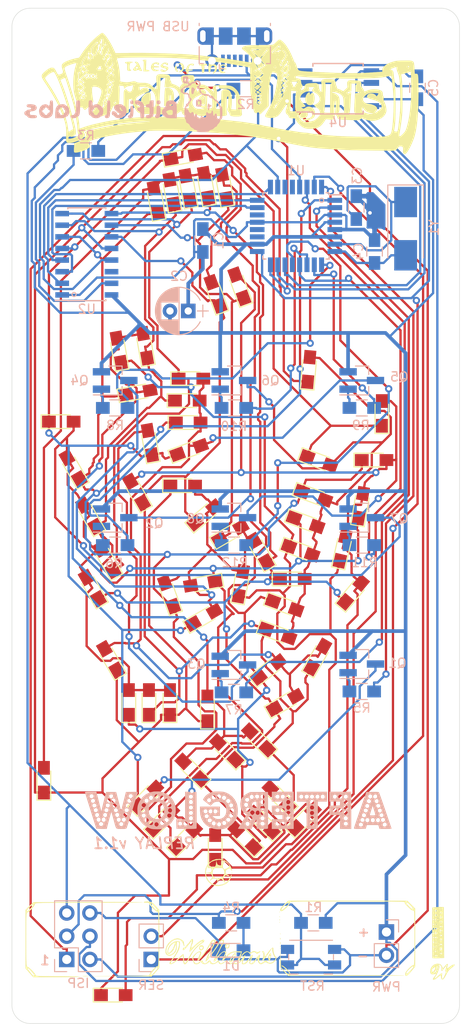
<source format=kicad_pcb>
(kicad_pcb (version 20171130) (host pcbnew 5.1.9)
  (layers (0 F.Cu signal) (31 B.Cu signal) (34 B.Paste user hide) (35 F.Paste user hide) (36 B.SilkS user) (37 F.SilkS user hide) (38 B.Mask user) (39 F.Mask user) (44 Edge.Cuts user))
  (net 0 "")
  (net 1 +3V3)
  (net 2 GND)
  (net 3 /RESET)
  (net 4 "Net-(C3-Pad2)")
  (net 5 "Net-(C4-Pad2)")
  (net 6 "Net-(C5-Pad2)")
  (net 7 "Net-(D1-Pad2)")
  (net 8 "Net-(D11-Pad1)")
  (net 9 /MOSI)
  (net 10 /SCK)
  (net 11 /MISO)
  (net 12 "Net-(R2-Pad2)")
  (net 13 "Net-(R3-Pad2)")
  (net 14 "Net-(U1-Pad28)")
  (net 15 "Net-(U1-Pad27)")
  (net 16 "Net-(U1-Pad25)")
  (net 17 "Net-(U1-Pad24)")
  (net 18 "Net-(U1-Pad23)")
  (net 19 "Net-(U1-Pad22)")
  (net 20 "Net-(U1-Pad20)")
  (net 21 "Net-(U1-Pad19)")
  (net 22 /SS)
  (net 23 "Net-(J2-Pad2)")
  (net 24 "Net-(J2-Pad1)")
  (net 25 "Net-(U2-Pad14)")
  (net 26 "Net-(D11-Pad2)")
  (net 27 "Net-(D12-Pad1)")
  (net 28 "Net-(D13-Pad1)")
  (net 29 "Net-(D14-Pad1)")
  (net 30 "Net-(D15-Pad1)")
  (net 31 "Net-(D16-Pad1)")
  (net 32 "Net-(D17-Pad1)")
  (net 33 "Net-(D18-Pad1)")
  (net 34 "Net-(D21-Pad2)")
  (net 35 "Net-(D31-Pad2)")
  (net 36 "Net-(D41-Pad2)")
  (net 37 "Net-(D51-Pad2)")
  (net 38 "Net-(D61-Pad2)")
  (net 39 "Net-(D71-Pad2)")
  (net 40 "Net-(D81-Pad2)")
  (net 41 "Net-(Q1-Pad1)")
  (net 42 "Net-(Q2-Pad1)")
  (net 43 "Net-(Q3-Pad1)")
  (net 44 "Net-(Q4-Pad1)")
  (net 45 "Net-(Q5-Pad1)")
  (net 46 "Net-(Q6-Pad1)")
  (net 47 "Net-(Q7-Pad1)")
  (net 48 "Net-(Q8-Pad1)")
  (net 49 "Net-(R5-Pad1)")
  (net 50 "Net-(R6-Pad1)")
  (net 51 "Net-(R7-Pad1)")
  (net 52 "Net-(R8-Pad1)")
  (net 53 "Net-(R9-Pad1)")
  (net 54 "Net-(R10-Pad1)")
  (net 55 "Net-(R11-Pad1)")
  (net 56 "Net-(J4-Pad6)")
  (net 57 "Net-(J4-Pad3)")
  (net 58 "Net-(J4-Pad4)")
  (net 59 "Net-(J4-Pad2)")
  (net 60 "Net-(R12-Pad1)")
  (module Connectors_USB:USB_Micro-B_Molex-105017-0001 (layer B.Cu) (at 133.4 46.4)
    (fp_text reference "USB PWR" (at -8.4 -1.4) (layer B.SilkS) (effects (justify mirror)))
    (fp_text value USB_B_Micro)
    (pad 6 smd rect (at -2.9 -0.35) (size 1.2 1.9) (layers B.Cu B.Mask) (net 56 "Net-(J4-Pad6)"))
    (pad 6 smd rect (at 2.9 -0.35) (size 1.2 1.9) (layers B.Cu B.Mask) (net 56 "Net-(J4-Pad6)"))
    (pad 6 thru_hole oval (at 3.5 -0.35) (size 1.2 1.9) (drill oval 0.6 1.3) (layers *.Cu *.Mask) (net 56 "Net-(J4-Pad6)"))
    (pad 6 thru_hole oval (at -3.5 -0.35 180) (size 1.2 1.9) (drill oval 0.6 1.3) (layers *.Cu *.Mask) (net 56 "Net-(J4-Pad6)"))
    (pad 6 smd rect (at -1 -0.35) (size 1.5 1.9) (layers B.Cu B.Paste B.Mask) (net 56 "Net-(J4-Pad6)"))
    (pad 6 thru_hole circle (at 2.5 2.35) (size 1.45 1.45) (drill 0.85) (layers *.Cu *.Mask) (net 56 "Net-(J4-Pad6)"))
    (pad 3 smd rect (at 0 2.35) (size 0.4 1.35) (layers B.Cu B.Paste B.Mask) (net 57 "Net-(J4-Pad3)"))
    (pad 4 smd rect (at 0.65 2.35) (size 0.4 1.35) (layers B.Cu B.Paste B.Mask) (net 58 "Net-(J4-Pad4)"))
    (pad 5 smd rect (at 1.3 2.35) (size 0.4 1.35) (layers B.Cu B.Paste B.Mask) (net 2 GND))
    (pad 1 smd rect (at -1.3 2.35) (size 0.4 1.35) (layers B.Cu B.Paste B.Mask) (net 1 +3V3))
    (pad 2 smd rect (at -0.65 2.35) (size 0.4 1.35) (layers B.Cu B.Paste B.Mask) (net 59 "Net-(J4-Pad2)"))
    (pad 6 thru_hole circle (at -2.5 2.35) (size 1.45 1.45) (drill 0.85) (layers *.Cu *.Mask) (net 56 "Net-(J4-Pad6)"))
    (pad 6 smd rect (at 1 -0.35) (size 1.5 1.9) (layers B.Cu B.Paste B.Mask) (net 56 "Net-(J4-Pad6)"))
  )
  (module Capacitors_THT:CP_Radial_D5.0mm_P2.00mm (layer B.Cu) (at 128.3 76.1 180)
    (fp_text reference C2 (at 1 3.81) (layer B.SilkS) (effects (justify mirror)))
    (fp_text value 10uF)
    (pad 2 thru_hole circle (at 2 0 180) (size 1.6 1.6) (drill 0.8) (layers *.Cu *.Mask) (net 1 +3V3))
    (pad 1 thru_hole rect (at 0 0 180) (size 1.6 1.6) (drill 0.8) (layers *.Cu *.Mask) (net 2 GND))
  )
  (module afterglow_replay:bf (layer B.Cu) (at 121.2 53.5 180)
    (fp_text reference G*** hide)
    (fp_text value LOGO hide)
  )
  (module afterglow_replay:ag (layer B.Cu) (at 133.8 130.7 180)
    (fp_text reference G*** hide)
    (fp_text value LOGO hide)
  )
  (module afterglow_replay:totan (layer F.Cu) (at 132 96.5)
    (fp_text reference PLAYFIELD hide)
    (fp_text value LOGO hide)
  )
  (module afterglow_replay:totan_logo (layer F.Cu) (at 133.6 52.4)
    (fp_text reference G*** hide)
    (fp_text value LOGO hide)
  )
  (module Capacitors_SMD:C_0805_HandSoldering (layer B.Cu) (at 146.7 64.8 270)
    (fp_text reference C3 (at -3.5 -0.1 90) (layer B.SilkS) (effects (justify mirror)))
    (fp_text value 18pF)
    (pad 2 smd rect (at 1.25 0 270) (size 1.5 1.25) (layers B.Cu B.Paste B.Mask) (net 4 "Net-(C3-Pad2)"))
    (pad 1 smd rect (at -1.25 0 270) (size 1.5 1.25) (layers B.Cu B.Paste B.Mask) (net 2 GND))
  )
  (module Capacitors_SMD:C_0805_HandSoldering (layer B.Cu) (at 148.7 69.6 270)
    (fp_text reference C4 (at 0 1.75 90) (layer B.SilkS) (effects (justify mirror)))
    (fp_text value 18pF)
    (pad 2 smd rect (at 1.25 0 270) (size 1.5 1.25) (layers B.Cu B.Paste B.Mask) (net 5 "Net-(C4-Pad2)"))
    (pad 1 smd rect (at -1.25 0 270) (size 1.5 1.25) (layers B.Cu B.Paste B.Mask) (net 2 GND))
  )
  (module Mounting_Holes:MountingHole_3.2mm_M3_DIN965 (layer F.Cu) (at 112 151)
    (fp_text reference UL hide)
    (fp_text value MountingHole_3.2mm_M3_DIN965)
    (pad 1 np_thru_hole circle (at 0 0) (size 3.2 3.2) (drill 3.2) (layers *.Cu *.Mask))
  )
  (module Mounting_Holes:MountingHole_3.2mm_M3_DIN965 (layer F.Cu) (at 155.1 151)
    (fp_text reference REF** hide)
    (fp_text value MountingHole_3.2mm_M3_DIN965)
    (pad 1 np_thru_hole circle (at 0 0) (size 3.2 3.2) (drill 3.2) (layers *.Cu *.Mask))
  )
  (module Mounting_Holes:MountingHole_3.2mm_M3_DIN965 (layer F.Cu) (at 155.1 46)
    (fp_text reference OR hide)
    (fp_text value MountingHole_3.2mm_M3_DIN965)
    (pad 1 np_thru_hole circle (at 0 0) (size 3.2 3.2) (drill 3.2) (layers *.Cu *.Mask))
  )
  (module Mounting_Holes:MountingHole_3.2mm_M3_DIN965 (layer F.Cu) (at 112 46)
    (fp_text reference OL hide)
    (fp_text value MountingHole_3.2mm_M3_DIN965)
    (pad 1 np_thru_hole circle (at 0 0) (size 3.2 3.2) (drill 3.2) (layers *.Cu *.Mask))
  )
  (module Buttons_Switches_SMD:Panasonic_EVQPUK_EVQPUB (layer B.Cu) (at 141.75 146.75)
    (fp_text reference RST (at 0.15 3.15) (layer B.SilkS) (effects (justify mirror)))
    (fp_text value SW_Push)
    (pad 1 smd rect (at 2.575 0.85 180) (size 1.45 1) (layers B.Cu B.Paste B.Mask) (net 3 /RESET))
    (pad 1 smd rect (at -2.575 0.85 180) (size 1.45 1) (layers B.Cu B.Paste B.Mask) (net 3 /RESET))
    (pad 2 smd rect (at -2.575 -0.85 180) (size 1.45 1) (layers B.Cu B.Paste B.Mask) (net 2 GND))
    (pad 2 smd rect (at 2.575 -0.85 180) (size 1.45 1) (layers B.Cu B.Paste B.Mask) (net 2 GND))
  )
  (module Pin_Headers:Pin_Header_Straight_1x02_Pitch2.54mm (layer B.Cu) (at 150 144 180)
    (fp_text reference PWR (at 0 -6) (layer B.SilkS) (effects (justify mirror)))
    (fp_text value Conn_01x02_Male)
    (pad 2 thru_hole oval (at 0 -2.54 180) (size 1.7 1.7) (drill 1) (layers *.Cu *.Mask) (net 2 GND))
    (pad 1 thru_hole rect (at 0 0 180) (size 1.7 1.7) (drill 1) (layers *.Cu *.Mask) (net 1 +3V3))
  )
  (module Pin_Headers:Pin_Header_Straight_2x03_Pitch2.54mm (layer B.Cu) (at 115 147)
    (fp_text reference ISP (at 1.27 2.6) (layer B.SilkS) (effects (justify mirror)))
    (fp_text value Conn_02x03_Odd_Even)
    (pad 6 thru_hole oval (at 2.54 -5.08) (size 1.7 1.7) (drill 1) (layers *.Cu *.Mask) (net 2 GND))
    (pad 5 thru_hole oval (at 0 -5.08) (size 1.7 1.7) (drill 1) (layers *.Cu *.Mask) (net 3 /RESET))
    (pad 4 thru_hole oval (at 2.54 -2.54) (size 1.7 1.7) (drill 1) (layers *.Cu *.Mask) (net 9 /MOSI))
    (pad 3 thru_hole oval (at 0 -2.54) (size 1.7 1.7) (drill 1) (layers *.Cu *.Mask) (net 10 /SCK))
    (pad 2 thru_hole oval (at 2.54 0) (size 1.7 1.7) (drill 1) (layers *.Cu *.Mask) (net 1 +3V3))
    (pad 1 thru_hole rect (at 0 0) (size 1.7 1.7) (drill 1) (layers *.Cu *.Mask) (net 11 /MISO))
  )
  (module Pin_Headers:Pin_Header_Straight_1x02_Pitch2.54mm (layer B.Cu) (at 124.25 147)
    (fp_text reference SER (at 0 2.8) (layer B.SilkS) (effects (justify mirror)))
    (fp_text value "Serial Monitor")
    (pad 2 thru_hole oval (at 0 -2.54) (size 1.7 1.7) (drill 1) (layers *.Cu *.Mask) (net 23 "Net-(J2-Pad2)"))
    (pad 1 thru_hole rect (at 0 0) (size 1.7 1.7) (drill 1) (layers *.Cu *.Mask) (net 24 "Net-(J2-Pad1)"))
  )
  (module Resistors_SMD:R_0805_HandSoldering (layer B.Cu) (at 133.3 101.7 180)
    (fp_text reference R12 (at -0.1 -1.9) (layer B.SilkS) (effects (justify mirror)))
    (fp_text value 470)
    (pad 2 smd rect (at 1.35 0 180) (size 1.5 1.3) (layers B.Cu B.Paste B.Mask) (net 48 "Net-(Q8-Pad1)"))
    (pad 1 smd rect (at -1.35 0 180) (size 1.5 1.3) (layers B.Cu B.Paste B.Mask) (net 60 "Net-(R12-Pad1)"))
  )
  (module Resistors_SMD:R_0805_HandSoldering (layer B.Cu) (at 147.3 101.7 180)
    (fp_text reference R11 (at -0.3 -1.9) (layer B.SilkS) (effects (justify mirror)))
    (fp_text value 470)
    (pad 2 smd rect (at 1.35 0 180) (size 1.5 1.3) (layers B.Cu B.Paste B.Mask) (net 47 "Net-(Q7-Pad1)"))
    (pad 1 smd rect (at -1.35 0 180) (size 1.5 1.3) (layers B.Cu B.Paste B.Mask) (net 55 "Net-(R11-Pad1)"))
  )
  (module Resistors_SMD:R_0805_HandSoldering (layer B.Cu) (at 133.3 86.7 180)
    (fp_text reference R10 (at 0 -2) (layer B.SilkS) (effects (justify mirror)))
    (fp_text value 470)
    (pad 2 smd rect (at 1.35 0 180) (size 1.5 1.3) (layers B.Cu B.Paste B.Mask) (net 46 "Net-(Q6-Pad1)"))
    (pad 1 smd rect (at -1.35 0 180) (size 1.5 1.3) (layers B.Cu B.Paste B.Mask) (net 54 "Net-(R10-Pad1)"))
  )
  (module Resistors_SMD:R_0805_HandSoldering (layer B.Cu) (at 147.3 86.7 180)
    (fp_text reference R9 (at 0.1 -1.9) (layer B.SilkS) (effects (justify mirror)))
    (fp_text value 470)
    (pad 2 smd rect (at 1.35 0 180) (size 1.5 1.3) (layers B.Cu B.Paste B.Mask) (net 45 "Net-(Q5-Pad1)"))
    (pad 1 smd rect (at -1.35 0 180) (size 1.5 1.3) (layers B.Cu B.Paste B.Mask) (net 53 "Net-(R9-Pad1)"))
  )
  (module Resistors_SMD:R_0805_HandSoldering (layer B.Cu) (at 120.3 86.7 180)
    (fp_text reference R8 (at 0 -1.9) (layer B.SilkS) (effects (justify mirror)))
    (fp_text value 470)
    (pad 2 smd rect (at 1.35 0 180) (size 1.5 1.3) (layers B.Cu B.Paste B.Mask) (net 44 "Net-(Q4-Pad1)"))
    (pad 1 smd rect (at -1.35 0 180) (size 1.5 1.3) (layers B.Cu B.Paste B.Mask) (net 52 "Net-(R8-Pad1)"))
  )
  (module Resistors_SMD:R_0805_HandSoldering (layer B.Cu) (at 133.3 117.8 180)
    (fp_text reference R7 (at 0 -1.9) (layer B.SilkS) (effects (justify mirror)))
    (fp_text value 470)
    (pad 2 smd rect (at 1.35 0 180) (size 1.5 1.3) (layers B.Cu B.Paste B.Mask) (net 43 "Net-(Q3-Pad1)"))
    (pad 1 smd rect (at -1.35 0 180) (size 1.5 1.3) (layers B.Cu B.Paste B.Mask) (net 51 "Net-(R7-Pad1)"))
  )
  (module Resistors_SMD:R_0805_HandSoldering (layer B.Cu) (at 120.3 101.7 180)
    (fp_text reference R6 (at 0.1 -2) (layer B.SilkS) (effects (justify mirror)))
    (fp_text value 470)
    (pad 2 smd rect (at 1.35 0 180) (size 1.5 1.3) (layers B.Cu B.Paste B.Mask) (net 42 "Net-(Q2-Pad1)"))
    (pad 1 smd rect (at -1.35 0 180) (size 1.5 1.3) (layers B.Cu B.Paste B.Mask) (net 50 "Net-(R6-Pad1)"))
  )
  (module Resistors_SMD:R_0805_HandSoldering (layer B.Cu) (at 147.3 117.7 180)
    (fp_text reference R5 (at 0 -1.8) (layer B.SilkS) (effects (justify mirror)))
    (fp_text value 470)
    (pad 2 smd rect (at 1.35 0 180) (size 1.5 1.3) (layers B.Cu B.Paste B.Mask) (net 41 "Net-(Q1-Pad1)"))
    (pad 1 smd rect (at -1.35 0 180) (size 1.5 1.3) (layers B.Cu B.Paste B.Mask) (net 49 "Net-(R5-Pad1)"))
  )
  (module TO_SOT_Packages_SMD:SOT-23_Handsoldering (layer B.Cu) (at 133.3 98.7)
    (fp_text reference Q8 (at -4.2 0.1) (layer B.SilkS) (effects (justify mirror)))
    (fp_text value BC807)
    (pad 3 smd rect (at 1.5 0) (size 1.9 0.8) (layers B.Cu B.Paste B.Mask) (net 40 "Net-(D81-Pad2)"))
    (pad 2 smd rect (at -1.5 -0.95) (size 1.9 0.8) (layers B.Cu B.Paste B.Mask) (net 1 +3V3))
    (pad 1 smd rect (at -1.5 0.95) (size 1.9 0.8) (layers B.Cu B.Paste B.Mask) (net 48 "Net-(Q8-Pad1)"))
  )
  (module TO_SOT_Packages_SMD:SOT-23_Handsoldering (layer B.Cu) (at 147.3 98.7)
    (fp_text reference Q7 (at 4.1 0.1) (layer B.SilkS) (effects (justify mirror)))
    (fp_text value BC807)
    (pad 3 smd rect (at 1.5 0) (size 1.9 0.8) (layers B.Cu B.Paste B.Mask) (net 39 "Net-(D71-Pad2)"))
    (pad 2 smd rect (at -1.5 -0.95) (size 1.9 0.8) (layers B.Cu B.Paste B.Mask) (net 1 +3V3))
    (pad 1 smd rect (at -1.5 0.95) (size 1.9 0.8) (layers B.Cu B.Paste B.Mask) (net 47 "Net-(Q7-Pad1)"))
  )
  (module TO_SOT_Packages_SMD:SOT-23_Handsoldering (layer B.Cu) (at 133.3 83.7)
    (fp_text reference Q6 (at 4 0) (layer B.SilkS) (effects (justify mirror)))
    (fp_text value BC807)
    (pad 3 smd rect (at 1.5 0) (size 1.9 0.8) (layers B.Cu B.Paste B.Mask) (net 38 "Net-(D61-Pad2)"))
    (pad 2 smd rect (at -1.5 -0.95) (size 1.9 0.8) (layers B.Cu B.Paste B.Mask) (net 1 +3V3))
    (pad 1 smd rect (at -1.5 0.95) (size 1.9 0.8) (layers B.Cu B.Paste B.Mask) (net 46 "Net-(Q6-Pad1)"))
  )
  (module TO_SOT_Packages_SMD:SOT-23_Handsoldering (layer B.Cu) (at 147.3 83.7)
    (fp_text reference Q5 (at 4.1 -0.4) (layer B.SilkS) (effects (justify mirror)))
    (fp_text value BC807)
    (pad 3 smd rect (at 1.5 0) (size 1.9 0.8) (layers B.Cu B.Paste B.Mask) (net 37 "Net-(D51-Pad2)"))
    (pad 2 smd rect (at -1.5 -0.95) (size 1.9 0.8) (layers B.Cu B.Paste B.Mask) (net 1 +3V3))
    (pad 1 smd rect (at -1.5 0.95) (size 1.9 0.8) (layers B.Cu B.Paste B.Mask) (net 45 "Net-(Q5-Pad1)"))
  )
  (module TO_SOT_Packages_SMD:SOT-23_Handsoldering (layer B.Cu) (at 120.3 83.7)
    (fp_text reference Q4 (at -3.9 0) (layer B.SilkS) (effects (justify mirror)))
    (fp_text value BC807)
    (pad 3 smd rect (at 1.5 0) (size 1.9 0.8) (layers B.Cu B.Paste B.Mask) (net 36 "Net-(D41-Pad2)"))
    (pad 2 smd rect (at -1.5 -0.95) (size 1.9 0.8) (layers B.Cu B.Paste B.Mask) (net 1 +3V3))
    (pad 1 smd rect (at -1.5 0.95) (size 1.9 0.8) (layers B.Cu B.Paste B.Mask) (net 44 "Net-(Q4-Pad1)"))
  )
  (module TO_SOT_Packages_SMD:SOT-23_Handsoldering (layer B.Cu) (at 133.3 114.8)
    (fp_text reference Q3 (at -4.1 -0.1) (layer B.SilkS) (effects (justify mirror)))
    (fp_text value BC807)
    (pad 3 smd rect (at 1.5 0) (size 1.9 0.8) (layers B.Cu B.Paste B.Mask) (net 35 "Net-(D31-Pad2)"))
    (pad 2 smd rect (at -1.5 -0.95) (size 1.9 0.8) (layers B.Cu B.Paste B.Mask) (net 1 +3V3))
    (pad 1 smd rect (at -1.5 0.95) (size 1.9 0.8) (layers B.Cu B.Paste B.Mask) (net 43 "Net-(Q3-Pad1)"))
  )
  (module TO_SOT_Packages_SMD:SOT-23_Handsoldering (layer B.Cu) (at 120.3 98.7)
    (fp_text reference Q2 (at 4.3 0.6) (layer B.SilkS) (effects (justify mirror)))
    (fp_text value BC807)
    (pad 3 smd rect (at 1.5 0) (size 1.9 0.8) (layers B.Cu B.Paste B.Mask) (net 34 "Net-(D21-Pad2)"))
    (pad 2 smd rect (at -1.5 -0.95) (size 1.9 0.8) (layers B.Cu B.Paste B.Mask) (net 1 +3V3))
    (pad 1 smd rect (at -1.5 0.95) (size 1.9 0.8) (layers B.Cu B.Paste B.Mask) (net 42 "Net-(Q2-Pad1)"))
  )
  (module TO_SOT_Packages_SMD:SOT-23_Handsoldering (layer B.Cu) (at 147.3 114.7)
    (fp_text reference Q1 (at 3.9 -0.1) (layer B.SilkS) (effects (justify mirror)))
    (fp_text value BC807)
    (pad 3 smd rect (at 1.5 0) (size 1.9 0.8) (layers B.Cu B.Paste B.Mask) (net 26 "Net-(D11-Pad2)"))
    (pad 2 smd rect (at -1.5 -0.95) (size 1.9 0.8) (layers B.Cu B.Paste B.Mask) (net 1 +3V3))
    (pad 1 smd rect (at -1.5 0.95) (size 1.9 0.8) (layers B.Cu B.Paste B.Mask) (net 41 "Net-(Q1-Pad1)"))
  )
  (module Housings_SOIC:SOIC-16_3.9x9.9mm_Pitch1.27mm (layer B.Cu) (at 117.2 69.9)
    (fp_text reference U2 (at 0 6) (layer B.SilkS) (effects (justify mirror)))
    (fp_text value TLC5916IN)
    (pad 16 smd rect (at 2.7 4.445) (size 1.5 0.6) (layers B.Cu B.Paste B.Mask) (net 1 +3V3))
    (pad 15 smd rect (at 2.7 3.175) (size 1.5 0.6) (layers B.Cu B.Paste B.Mask) (net 13 "Net-(R3-Pad2)"))
    (pad 14 smd rect (at 2.7 1.905) (size 1.5 0.6) (layers B.Cu B.Paste B.Mask) (net 25 "Net-(U2-Pad14)"))
    (pad 13 smd rect (at 2.7 0.635) (size 1.5 0.6) (layers B.Cu B.Paste B.Mask) (net 12 "Net-(R2-Pad2)"))
    (pad 12 smd rect (at 2.7 -0.635) (size 1.5 0.6) (layers B.Cu B.Paste B.Mask) (net 33 "Net-(D18-Pad1)"))
    (pad 11 smd rect (at 2.7 -1.905) (size 1.5 0.6) (layers B.Cu B.Paste B.Mask) (net 32 "Net-(D17-Pad1)"))
    (pad 10 smd rect (at 2.7 -3.175) (size 1.5 0.6) (layers B.Cu B.Paste B.Mask) (net 31 "Net-(D16-Pad1)"))
    (pad 9 smd rect (at 2.7 -4.445) (size 1.5 0.6) (layers B.Cu B.Paste B.Mask) (net 30 "Net-(D15-Pad1)"))
    (pad 8 smd rect (at -2.7 -4.445) (size 1.5 0.6) (layers B.Cu B.Paste B.Mask) (net 29 "Net-(D14-Pad1)"))
    (pad 7 smd rect (at -2.7 -3.175) (size 1.5 0.6) (layers B.Cu B.Paste B.Mask) (net 28 "Net-(D13-Pad1)"))
    (pad 6 smd rect (at -2.7 -1.905) (size 1.5 0.6) (layers B.Cu B.Paste B.Mask) (net 27 "Net-(D12-Pad1)"))
    (pad 5 smd rect (at -2.7 -0.635) (size 1.5 0.6) (layers B.Cu B.Paste B.Mask) (net 8 "Net-(D11-Pad1)"))
    (pad 4 smd rect (at -2.7 0.635) (size 1.5 0.6) (layers B.Cu B.Paste B.Mask) (net 17 "Net-(U1-Pad24)"))
    (pad 3 smd rect (at -2.7 1.905) (size 1.5 0.6) (layers B.Cu B.Paste B.Mask) (net 18 "Net-(U1-Pad23)"))
    (pad 2 smd rect (at -2.7 3.175) (size 1.5 0.6) (layers B.Cu B.Paste B.Mask) (net 16 "Net-(U1-Pad25)"))
    (pad 1 smd rect (at -2.7 4.445) (size 1.5 0.6) (layers B.Cu B.Paste B.Mask) (net 2 GND))
  )
  (module Resistors_SMD:R_0805_HandSoldering (layer B.Cu) (at 133 143 180)
    (fp_text reference R4 (at 0 1.7) (layer B.SilkS) (effects (justify mirror)))
    (fp_text value 1k)
    (pad 2 smd rect (at 1.35 0 180) (size 1.5 1.3) (layers B.Cu B.Paste B.Mask) (net 10 /SCK))
    (pad 1 smd rect (at -1.35 0 180) (size 1.5 1.3) (layers B.Cu B.Paste B.Mask) (net 7 "Net-(D1-Pad2)"))
  )
  (module Resistors_SMD:R_0805_HandSoldering (layer B.Cu) (at 117.1 58.6 180)
    (fp_text reference R3 (at 0 1.7) (layer B.SilkS) (effects (justify mirror)))
    (fp_text value 720)
    (pad 2 smd rect (at 1.35 0 180) (size 1.5 1.3) (layers B.Cu B.Paste B.Mask) (net 13 "Net-(R3-Pad2)"))
    (pad 1 smd rect (at -1.35 0 180) (size 1.5 1.3) (layers B.Cu B.Paste B.Mask) (net 2 GND))
  )
  (module Resistors_SMD:R_0805_HandSoldering (layer B.Cu) (at 134.6 51.8)
    (fp_text reference R2 (at 0 1.7) (layer B.SilkS) (effects (justify mirror)))
    (fp_text value 10k)
    (pad 2 smd rect (at 1.35 0) (size 1.5 1.3) (layers B.Cu B.Paste B.Mask) (net 12 "Net-(R2-Pad2)"))
    (pad 1 smd rect (at -1.35 0) (size 1.5 1.3) (layers B.Cu B.Paste B.Mask) (net 1 +3V3))
  )
  (module LEDs:LED_0805_HandSoldering (layer B.Cu) (at 133 146)
    (fp_text reference D1 (at 0 1.7) (layer B.SilkS) (effects (justify mirror)))
    (fp_text value LED)
    (pad 2 smd rect (at 1.35 0) (size 1.5 1.3) (layers B.Cu B.Paste B.Mask) (net 7 "Net-(D1-Pad2)"))
    (pad 1 smd rect (at -1.35 0) (size 1.5 1.3) (layers B.Cu B.Paste B.Mask) (net 2 GND))
  )
  (module Crystals:Crystal_SMD_0603-2pin_6.0x3.5mm_HandSoldering (layer B.Cu) (at 152.1 67.1 270)
    (fp_text reference Y1 (at -0.1 -3.1 90) (layer B.SilkS) (effects (justify mirror)))
    (fp_text value 16MHz)
    (pad 2 smd rect (at 2.9125 0 270) (size 3.325 2.5) (layers B.Cu B.Paste B.Mask) (net 5 "Net-(C4-Pad2)"))
    (pad 1 smd rect (at -2.9125 0 270) (size 3.325 2.5) (layers B.Cu B.Paste B.Mask) (net 4 "Net-(C3-Pad2)"))
  )
  (module Housings_SOIC:SOIJ-8_5.3x5.3mm_Pitch1.27mm (layer B.Cu) (at 144.7 51.8)
    (fp_text reference U4 (at 0 3.68) (layer B.SilkS) (effects (justify mirror)))
    (fp_text value W25Q32JVSS)
    (pad 8 smd rect (at 3.65 1.905) (size 1.7 0.65) (layers B.Cu B.Paste B.Mask) (net 1 +3V3))
    (pad 7 smd rect (at 3.65 0.635) (size 1.7 0.65) (layers B.Cu B.Paste B.Mask) (net 1 +3V3))
    (pad 6 smd rect (at 3.65 -0.635) (size 1.7 0.65) (layers B.Cu B.Paste B.Mask) (net 10 /SCK))
    (pad 5 smd rect (at 3.65 -1.905) (size 1.7 0.65) (layers B.Cu B.Paste B.Mask) (net 9 /MOSI))
    (pad 4 smd rect (at -3.65 -1.905) (size 1.7 0.65) (layers B.Cu B.Paste B.Mask) (net 2 GND))
    (pad 3 smd rect (at -3.65 -0.635) (size 1.7 0.65) (layers B.Cu B.Paste B.Mask) (net 6 "Net-(C5-Pad2)"))
    (pad 2 smd rect (at -3.65 0.635) (size 1.7 0.65) (layers B.Cu B.Paste B.Mask) (net 11 /MISO))
    (pad 1 smd rect (at -3.65 1.905) (size 1.7 0.65) (layers B.Cu B.Paste B.Mask) (net 22 /SS))
  )
  (module Housings_QFP:TQFP-32_7x7mm_Pitch0.8mm (layer B.Cu) (at 140.1 66.8 180)
    (fp_text reference U1 (at 0 6.05) (layer B.SilkS) (effects (justify mirror)))
    (fp_text value ATmega328P-AU)
    (pad 32 smd rect (at -2.8 4.25 90) (size 1.6 0.55) (layers B.Cu B.Paste B.Mask) (net 49 "Net-(R5-Pad1)"))
    (pad 31 smd rect (at -2 4.25 90) (size 1.6 0.55) (layers B.Cu B.Paste B.Mask) (net 24 "Net-(J2-Pad1)"))
    (pad 30 smd rect (at -1.2 4.25 90) (size 1.6 0.55) (layers B.Cu B.Paste B.Mask) (net 23 "Net-(J2-Pad2)"))
    (pad 29 smd rect (at -0.4 4.25 90) (size 1.6 0.55) (layers B.Cu B.Paste B.Mask) (net 3 /RESET))
    (pad 28 smd rect (at 0.4 4.25 90) (size 1.6 0.55) (layers B.Cu B.Paste B.Mask) (net 14 "Net-(U1-Pad28)"))
    (pad 27 smd rect (at 1.2 4.25 90) (size 1.6 0.55) (layers B.Cu B.Paste B.Mask) (net 15 "Net-(U1-Pad27)"))
    (pad 26 smd rect (at 2 4.25 90) (size 1.6 0.55) (layers B.Cu B.Paste B.Mask) (net 12 "Net-(R2-Pad2)"))
    (pad 25 smd rect (at 2.8 4.25 90) (size 1.6 0.55) (layers B.Cu B.Paste B.Mask) (net 16 "Net-(U1-Pad25)"))
    (pad 24 smd rect (at 4.25 2.8 180) (size 1.6 0.55) (layers B.Cu B.Paste B.Mask) (net 17 "Net-(U1-Pad24)"))
    (pad 23 smd rect (at 4.25 2 180) (size 1.6 0.55) (layers B.Cu B.Paste B.Mask) (net 18 "Net-(U1-Pad23)"))
    (pad 22 smd rect (at 4.25 1.2 180) (size 1.6 0.55) (layers B.Cu B.Paste B.Mask) (net 19 "Net-(U1-Pad22)"))
    (pad 21 smd rect (at 4.25 0.4 180) (size 1.6 0.55) (layers B.Cu B.Paste B.Mask) (net 2 GND))
    (pad 20 smd rect (at 4.25 -0.4 180) (size 1.6 0.55) (layers B.Cu B.Paste B.Mask) (net 20 "Net-(U1-Pad20)"))
    (pad 19 smd rect (at 4.25 -1.2 180) (size 1.6 0.55) (layers B.Cu B.Paste B.Mask) (net 21 "Net-(U1-Pad19)"))
    (pad 18 smd rect (at 4.25 -2 180) (size 1.6 0.55) (layers B.Cu B.Paste B.Mask) (net 1 +3V3))
    (pad 17 smd rect (at 4.25 -2.8 180) (size 1.6 0.55) (layers B.Cu B.Paste B.Mask) (net 10 /SCK))
    (pad 16 smd rect (at 2.8 -4.25 90) (size 1.6 0.55) (layers B.Cu B.Paste B.Mask) (net 11 /MISO))
    (pad 15 smd rect (at 2 -4.25 90) (size 1.6 0.55) (layers B.Cu B.Paste B.Mask) (net 9 /MOSI))
    (pad 14 smd rect (at 1.2 -4.25 90) (size 1.6 0.55) (layers B.Cu B.Paste B.Mask) (net 22 /SS))
    (pad 13 smd rect (at 0.4 -4.25 90) (size 1.6 0.55) (layers B.Cu B.Paste B.Mask) (net 60 "Net-(R12-Pad1)"))
    (pad 12 smd rect (at -0.4 -4.25 90) (size 1.6 0.55) (layers B.Cu B.Paste B.Mask) (net 55 "Net-(R11-Pad1)"))
    (pad 11 smd rect (at -1.2 -4.25 90) (size 1.6 0.55) (layers B.Cu B.Paste B.Mask) (net 54 "Net-(R10-Pad1)"))
    (pad 10 smd rect (at -2 -4.25 90) (size 1.6 0.55) (layers B.Cu B.Paste B.Mask) (net 53 "Net-(R9-Pad1)"))
    (pad 9 smd rect (at -2.8 -4.25 90) (size 1.6 0.55) (layers B.Cu B.Paste B.Mask) (net 52 "Net-(R8-Pad1)"))
    (pad 8 smd rect (at -4.25 -2.8 180) (size 1.6 0.55) (layers B.Cu B.Paste B.Mask) (net 5 "Net-(C4-Pad2)"))
    (pad 7 smd rect (at -4.25 -2 180) (size 1.6 0.55) (layers B.Cu B.Paste B.Mask) (net 4 "Net-(C3-Pad2)"))
    (pad 6 smd rect (at -4.25 -1.2 180) (size 1.6 0.55) (layers B.Cu B.Paste B.Mask) (net 1 +3V3))
    (pad 5 smd rect (at -4.25 -0.4 180) (size 1.6 0.55) (layers B.Cu B.Paste B.Mask) (net 2 GND))
    (pad 4 smd rect (at -4.25 0.4 180) (size 1.6 0.55) (layers B.Cu B.Paste B.Mask) (net 1 +3V3))
    (pad 3 smd rect (at -4.25 1.2 180) (size 1.6 0.55) (layers B.Cu B.Paste B.Mask) (net 2 GND))
    (pad 2 smd rect (at -4.25 2 180) (size 1.6 0.55) (layers B.Cu B.Paste B.Mask) (net 51 "Net-(R7-Pad1)"))
    (pad 1 smd rect (at -4.25 2.8 180) (size 1.6 0.55) (layers B.Cu B.Paste B.Mask) (net 50 "Net-(R6-Pad1)"))
  )
  (module Resistors_SMD:R_0805_HandSoldering (layer B.Cu) (at 142 143 180)
    (fp_text reference R1 (at 0 1.7) (layer B.SilkS) (effects (justify mirror)))
    (fp_text value 10k)
    (pad 2 smd rect (at 1.35 0 180) (size 1.5 1.3) (layers B.Cu B.Paste B.Mask) (net 3 /RESET))
    (pad 1 smd rect (at -1.35 0 180) (size 1.5 1.3) (layers B.Cu B.Paste B.Mask) (net 1 +3V3))
  )
  (module LEDs:LED_0805_HandSoldering (layer F.Cu) (at 120.1 150.9)
    (fp_text reference D88 hide)
    (fp_text value LED hide)
    (pad 2 smd rect (at 1.35 0) (size 1.5 1.3) (layers F.Cu F.Paste F.Mask) (net 40 "Net-(D81-Pad2)"))
    (pad 1 smd rect (at -1.35 0) (size 1.5 1.3) (layers F.Cu F.Paste F.Mask) (net 33 "Net-(D18-Pad1)"))
  )
  (module LEDs:LED_0805_HandSoldering (layer F.Cu) (at 122.625 95.9 120)
    (fp_text reference D87 hide)
    (fp_text value LED)
    (pad 2 smd rect (at 1.35 0 120) (size 1.5 1.3) (layers F.Cu F.Paste F.Mask) (net 40 "Net-(D81-Pad2)"))
    (pad 1 smd rect (at -1.35 0 120) (size 1.5 1.3) (layers F.Cu F.Paste F.Mask) (net 32 "Net-(D17-Pad1)"))
  )
  (module LEDs:LED_0805_HandSoldering (layer F.Cu) (at 133.9 73.4 110)
    (fp_text reference D86 hide)
    (fp_text value LED)
    (pad 2 smd rect (at 1.35 0 110) (size 1.5 1.3) (layers F.Cu F.Paste F.Mask) (net 40 "Net-(D81-Pad2)"))
    (pad 1 smd rect (at -1.35 0 110) (size 1.5 1.3) (layers F.Cu F.Paste F.Mask) (net 31 "Net-(D16-Pad1)"))
  )
  (module LEDs:LED_0805_HandSoldering (layer F.Cu) (at 146.368 106.866 50)
    (fp_text reference D85 hide)
    (fp_text value LED hide)
    (pad 2 smd rect (at 1.35 0 50) (size 1.5 1.3) (layers F.Cu F.Paste F.Mask) (net 40 "Net-(D81-Pad2)"))
    (pad 1 smd rect (at -1.35 0 50) (size 1.5 1.3) (layers F.Cu F.Paste F.Mask) (net 30 "Net-(D15-Pad1)"))
  )
  (module LEDs:LED_0805_HandSoldering (layer F.Cu) (at 145.2 102.1 77)
    (fp_text reference D84 hide)
    (fp_text value LED hide)
    (pad 2 smd rect (at 1.35 0 77) (size 1.5 1.3) (layers F.Cu F.Paste F.Mask) (net 40 "Net-(D81-Pad2)"))
    (pad 1 smd rect (at -1.35 0 77) (size 1.5 1.3) (layers F.Cu F.Paste F.Mask) (net 29 "Net-(D14-Pad1)"))
  )
  (module LEDs:LED_0805_HandSoldering (layer F.Cu) (at 147.2 97.4 80)
    (fp_text reference D83 hide)
    (fp_text value LED)
    (pad 2 smd rect (at 1.35 0 80) (size 1.5 1.3) (layers F.Cu F.Paste F.Mask) (net 40 "Net-(D81-Pad2)"))
    (pad 1 smd rect (at -1.35 0 80) (size 1.5 1.3) (layers F.Cu F.Paste F.Mask) (net 28 "Net-(D13-Pad1)"))
  )
  (module LEDs:LED_0805_HandSoldering (layer F.Cu) (at 148.65 92.4)
    (fp_text reference D82 hide)
    (fp_text value LED)
    (pad 2 smd rect (at 1.35 0) (size 1.5 1.3) (layers F.Cu F.Paste F.Mask) (net 40 "Net-(D81-Pad2)"))
    (pad 1 smd rect (at -1.35 0) (size 1.5 1.3) (layers F.Cu F.Paste F.Mask) (net 27 "Net-(D12-Pad1)"))
  )
  (module LEDs:LED_0805_HandSoldering (layer F.Cu) (at 149.5 87.3 90)
    (fp_text reference D81 hide)
    (fp_text value LED)
    (pad 2 smd rect (at 1.35 0 90) (size 1.5 1.3) (layers F.Cu F.Paste F.Mask) (net 40 "Net-(D81-Pad2)"))
    (pad 1 smd rect (at -1.35 0 90) (size 1.5 1.3) (layers F.Cu F.Paste F.Mask) (net 8 "Net-(D11-Pad1)"))
  )
  (module LEDs:LED_0805_HandSoldering (layer F.Cu) (at 126.3 118.9 90)
    (fp_text reference D78 hide)
    (fp_text value LED)
    (pad 2 smd rect (at 1.35 0 90) (size 1.5 1.3) (layers F.Cu F.Paste F.Mask) (net 39 "Net-(D71-Pad2)"))
    (pad 1 smd rect (at -1.35 0 90) (size 1.5 1.3) (layers F.Cu F.Paste F.Mask) (net 33 "Net-(D18-Pad1)"))
  )
  (module LEDs:LED_0805_HandSoldering (layer F.Cu) (at 124 118.9 90)
    (fp_text reference D77 hide)
    (fp_text value LED)
    (pad 2 smd rect (at 1.35 0 90) (size 1.5 1.3) (layers F.Cu F.Paste F.Mask) (net 39 "Net-(D71-Pad2)"))
    (pad 1 smd rect (at -1.35 0 90) (size 1.5 1.3) (layers F.Cu F.Paste F.Mask) (net 32 "Net-(D17-Pad1)"))
  )
  (module LEDs:LED_0805_HandSoldering (layer F.Cu) (at 121.8 118.9 90)
    (fp_text reference D76 hide)
    (fp_text value LED hide)
    (pad 2 smd rect (at 1.35 0 90) (size 1.5 1.3) (layers F.Cu F.Paste F.Mask) (net 39 "Net-(D71-Pad2)"))
    (pad 1 smd rect (at -1.35 0 90) (size 1.5 1.3) (layers F.Cu F.Paste F.Mask) (net 31 "Net-(D16-Pad1)"))
  )
  (module LEDs:LED_0805_HandSoldering (layer F.Cu) (at 117.8 106.4 120)
    (fp_text reference D75 hide)
    (fp_text value LED)
    (pad 2 smd rect (at 1.35 0 120) (size 1.5 1.3) (layers F.Cu F.Paste F.Mask) (net 39 "Net-(D71-Pad2)"))
    (pad 1 smd rect (at -1.35 0 120) (size 1.5 1.3) (layers F.Cu F.Paste F.Mask) (net 30 "Net-(D15-Pad1)"))
  )
  (module LEDs:LED_0805_HandSoldering (layer F.Cu) (at 119.4 103.3 120)
    (fp_text reference D74 hide)
    (fp_text value LED)
    (pad 2 smd rect (at 1.35 0 120) (size 1.5 1.3) (layers F.Cu F.Paste F.Mask) (net 39 "Net-(D71-Pad2)"))
    (pad 1 smd rect (at -1.35 0 120) (size 1.5 1.3) (layers F.Cu F.Paste F.Mask) (net 29 "Net-(D14-Pad1)"))
  )
  (module LEDs:LED_0805_HandSoldering (layer F.Cu) (at 117.5 98.5 120)
    (fp_text reference D73 hide)
    (fp_text value LED)
    (pad 2 smd rect (at 1.35 0 120) (size 1.5 1.3) (layers F.Cu F.Paste F.Mask) (net 39 "Net-(D71-Pad2)"))
    (pad 1 smd rect (at -1.35 0 120) (size 1.5 1.3) (layers F.Cu F.Paste F.Mask) (net 28 "Net-(D13-Pad1)"))
  )
  (module LEDs:LED_0805_HandSoldering (layer F.Cu) (at 115.7 93.3 120)
    (fp_text reference D72 hide)
    (fp_text value LED hide)
    (pad 2 smd rect (at 1.35 0 120) (size 1.5 1.3) (layers F.Cu F.Paste F.Mask) (net 39 "Net-(D71-Pad2)"))
    (pad 1 smd rect (at -1.35 0 120) (size 1.5 1.3) (layers F.Cu F.Paste F.Mask) (net 27 "Net-(D12-Pad1)"))
  )
  (module LEDs:LED_0805_HandSoldering (layer F.Cu) (at 114.4 88.2)
    (fp_text reference D71 hide)
    (fp_text value LED)
    (pad 2 smd rect (at 1.35 0) (size 1.5 1.3) (layers F.Cu F.Paste F.Mask) (net 39 "Net-(D71-Pad2)"))
    (pad 1 smd rect (at -1.35 0) (size 1.5 1.3) (layers F.Cu F.Paste F.Mask) (net 8 "Net-(D11-Pad1)"))
  )
  (module LEDs:LED_0805_HandSoldering (layer F.Cu) (at 141.5 82.5 85)
    (fp_text reference D68 hide)
    (fp_text value LED hide)
    (pad 2 smd rect (at 1.35 0 85) (size 1.5 1.3) (layers F.Cu F.Paste F.Mask) (net 38 "Net-(D61-Pad2)"))
    (pad 1 smd rect (at -1.35 0 85) (size 1.5 1.3) (layers F.Cu F.Paste F.Mask) (net 33 "Net-(D18-Pad1)"))
  )
  (module LEDs:LED_0805_HandSoldering (layer F.Cu) (at 138.069 111.362 340)
    (fp_text reference D67 hide)
    (fp_text value LED hide)
    (pad 2 smd rect (at 1.35 0 340) (size 1.5 1.3) (layers F.Cu F.Paste F.Mask) (net 38 "Net-(D61-Pad2)"))
    (pad 1 smd rect (at -1.35 0 340) (size 1.5 1.3) (layers F.Cu F.Paste F.Mask) (net 32 "Net-(D17-Pad1)"))
  )
  (module LEDs:LED_0805_HandSoldering (layer F.Cu) (at 138.85 108.3 340)
    (fp_text reference D66 hide)
    (fp_text value LED)
    (pad 2 smd rect (at 1.35 0 340) (size 1.5 1.3) (layers F.Cu F.Paste F.Mask) (net 38 "Net-(D61-Pad2)"))
    (pad 1 smd rect (at -1.35 0 340) (size 1.5 1.3) (layers F.Cu F.Paste F.Mask) (net 31 "Net-(D16-Pad1)"))
  )
  (module LEDs:LED_0805_HandSoldering (layer F.Cu) (at 139.7 105.4)
    (fp_text reference D65 hide)
    (fp_text value LED)
    (pad 2 smd rect (at 1.35 0) (size 1.5 1.3) (layers F.Cu F.Paste F.Mask) (net 38 "Net-(D61-Pad2)"))
    (pad 1 smd rect (at -1.35 0) (size 1.5 1.3) (layers F.Cu F.Paste F.Mask) (net 30 "Net-(D15-Pad1)"))
  )
  (module LEDs:LED_0805_HandSoldering (layer F.Cu) (at 140.6 102.3 340)
    (fp_text reference D64 hide)
    (fp_text value LED)
    (pad 2 smd rect (at 1.35 0 340) (size 1.5 1.3) (layers F.Cu F.Paste F.Mask) (net 38 "Net-(D61-Pad2)"))
    (pad 1 smd rect (at -1.35 0 340) (size 1.5 1.3) (layers F.Cu F.Paste F.Mask) (net 29 "Net-(D14-Pad1)"))
  )
  (module LEDs:LED_0805_HandSoldering (layer F.Cu) (at 141.15 99.2 340)
    (fp_text reference D63 hide)
    (fp_text value LED)
    (pad 2 smd rect (at 1.35 0 340) (size 1.5 1.3) (layers F.Cu F.Paste F.Mask) (net 38 "Net-(D61-Pad2)"))
    (pad 1 smd rect (at -1.35 0 340) (size 1.5 1.3) (layers F.Cu F.Paste F.Mask) (net 28 "Net-(D13-Pad1)"))
  )
  (module LEDs:LED_0805_HandSoldering (layer F.Cu) (at 142 96.3 340)
    (fp_text reference D62 hide)
    (fp_text value LED)
    (pad 2 smd rect (at 1.35 0 340) (size 1.5 1.3) (layers F.Cu F.Paste F.Mask) (net 38 "Net-(D61-Pad2)"))
    (pad 1 smd rect (at -1.35 0 340) (size 1.5 1.3) (layers F.Cu F.Paste F.Mask) (net 27 "Net-(D12-Pad1)"))
  )
  (module LEDs:LED_0805_HandSoldering (layer F.Cu) (at 142.6 92.5 340)
    (fp_text reference D61 hide)
    (fp_text value LED)
    (pad 2 smd rect (at 1.35 0 340) (size 1.5 1.3) (layers F.Cu F.Paste F.Mask) (net 38 "Net-(D61-Pad2)"))
    (pad 1 smd rect (at -1.35 0 340) (size 1.5 1.3) (layers F.Cu F.Paste F.Mask) (net 8 "Net-(D11-Pad1)"))
  )
  (module LEDs:LED_0805_HandSoldering (layer F.Cu) (at 119.8 114.2 120)
    (fp_text reference D58 hide)
    (fp_text value LED)
    (pad 2 smd rect (at 1.35 0 120) (size 1.5 1.3) (layers F.Cu F.Paste F.Mask) (net 37 "Net-(D51-Pad2)"))
    (pad 1 smd rect (at -1.35 0 120) (size 1.5 1.3) (layers F.Cu F.Paste F.Mask) (net 33 "Net-(D18-Pad1)"))
  )
  (module LEDs:LED_0805_HandSoldering (layer F.Cu) (at 142.475 113.931 60)
    (fp_text reference D57 hide)
    (fp_text value LED hide)
    (pad 2 smd rect (at 1.35 0 60) (size 1.5 1.3) (layers F.Cu F.Paste F.Mask) (net 37 "Net-(D51-Pad2)"))
    (pad 1 smd rect (at -1.35 0 60) (size 1.5 1.3) (layers F.Cu F.Paste F.Mask) (net 32 "Net-(D17-Pad1)"))
  )
  (module LEDs:LED_0805_HandSoldering (layer F.Cu) (at 137.1 115.3 38)
    (fp_text reference D56 hide)
    (fp_text value LED hide)
    (pad 2 smd rect (at 1.35 0 38) (size 1.5 1.3) (layers F.Cu F.Paste F.Mask) (net 37 "Net-(D51-Pad2)"))
    (pad 1 smd rect (at -1.35 0 38) (size 1.5 1.3) (layers F.Cu F.Paste F.Mask) (net 31 "Net-(D16-Pad1)"))
  )
  (module LEDs:LED_0805_HandSoldering (layer F.Cu) (at 138.9 118.9 30)
    (fp_text reference D55 hide)
    (fp_text value LED)
    (pad 2 smd rect (at 1.35 0 30) (size 1.5 1.3) (layers F.Cu F.Paste F.Mask) (net 37 "Net-(D51-Pad2)"))
    (pad 1 smd rect (at -1.35 0 30) (size 1.5 1.3) (layers F.Cu F.Paste F.Mask) (net 30 "Net-(D15-Pad1)"))
  )
  (module LEDs:LED_0805_HandSoldering (layer F.Cu) (at 128.6 83.5)
    (fp_text reference D54 hide)
    (fp_text value LED hide)
    (pad 2 smd rect (at 1.35 0) (size 1.5 1.3) (layers F.Cu F.Paste F.Mask) (net 37 "Net-(D51-Pad2)"))
    (pad 1 smd rect (at -1.35 0) (size 1.5 1.3) (layers F.Cu F.Paste F.Mask) (net 29 "Net-(D14-Pad1)"))
  )
  (module LEDs:LED_0805_HandSoldering (layer F.Cu) (at 128.2 85.9)
    (fp_text reference D53 hide)
    (fp_text value LED)
    (pad 2 smd rect (at 1.35 0) (size 1.5 1.3) (layers F.Cu F.Paste F.Mask) (net 37 "Net-(D51-Pad2)"))
    (pad 1 smd rect (at -1.35 0) (size 1.5 1.3) (layers F.Cu F.Paste F.Mask) (net 28 "Net-(D13-Pad1)"))
  )
  (module LEDs:LED_0805_HandSoldering (layer F.Cu) (at 128.3 88.3)
    (fp_text reference D52 hide)
    (fp_text value LED)
    (pad 2 smd rect (at 1.35 0) (size 1.5 1.3) (layers F.Cu F.Paste F.Mask) (net 37 "Net-(D51-Pad2)"))
    (pad 1 smd rect (at -1.35 0) (size 1.5 1.3) (layers F.Cu F.Paste F.Mask) (net 27 "Net-(D12-Pad1)"))
  )
  (module LEDs:LED_0805_HandSoldering (layer F.Cu) (at 128.4 91.3 20)
    (fp_text reference D51 hide)
    (fp_text value LED)
    (pad 2 smd rect (at 1.35 0 20) (size 1.5 1.3) (layers F.Cu F.Paste F.Mask) (net 37 "Net-(D51-Pad2)"))
    (pad 1 smd rect (at -1.35 0 20) (size 1.5 1.3) (layers F.Cu F.Paste F.Mask) (net 8 "Net-(D11-Pad1)"))
  )
  (module LEDs:LED_0805_HandSoldering (layer F.Cu) (at 127.7 95.2)
    (fp_text reference D48 hide)
    (fp_text value LED hide)
    (pad 2 smd rect (at 1.35 0) (size 1.5 1.3) (layers F.Cu F.Paste F.Mask) (net 36 "Net-(D41-Pad2)"))
    (pad 1 smd rect (at -1.35 0) (size 1.5 1.3) (layers F.Cu F.Paste F.Mask) (net 33 "Net-(D18-Pad1)"))
  )
  (module LEDs:LED_0805_HandSoldering (layer F.Cu) (at 130.1 98.4 40)
    (fp_text reference D47 hide)
    (fp_text value LED)
    (pad 2 smd rect (at 1.35 0 40) (size 1.5 1.3) (layers F.Cu F.Paste F.Mask) (net 36 "Net-(D41-Pad2)"))
    (pad 1 smd rect (at -1.35 0 40) (size 1.5 1.3) (layers F.Cu F.Paste F.Mask) (net 32 "Net-(D17-Pad1)"))
  )
  (module LEDs:LED_0805_HandSoldering (layer F.Cu) (at 132.9 100.4 30)
    (fp_text reference D46 hide)
    (fp_text value LED)
    (pad 2 smd rect (at 1.35 0 30) (size 1.5 1.3) (layers F.Cu F.Paste F.Mask) (net 36 "Net-(D41-Pad2)"))
    (pad 1 smd rect (at -1.35 0 30) (size 1.5 1.3) (layers F.Cu F.Paste F.Mask) (net 31 "Net-(D16-Pad1)"))
  )
  (module LEDs:LED_0805_HandSoldering (layer F.Cu) (at 136.175 102.369 120)
    (fp_text reference D45 hide)
    (fp_text value LED)
    (pad 2 smd rect (at 1.35 0 120) (size 1.5 1.3) (layers F.Cu F.Paste F.Mask) (net 36 "Net-(D41-Pad2)"))
    (pad 1 smd rect (at -1.35 0 120) (size 1.5 1.3) (layers F.Cu F.Paste F.Mask) (net 30 "Net-(D15-Pad1)"))
  )
  (module LEDs:LED_0805_HandSoldering (layer F.Cu) (at 134.066 105.929 80)
    (fp_text reference D44 hide)
    (fp_text value LED)
    (pad 2 smd rect (at 1.35 0 80) (size 1.5 1.3) (layers F.Cu F.Paste F.Mask) (net 36 "Net-(D41-Pad2)"))
    (pad 1 smd rect (at -1.35 0 80) (size 1.5 1.3) (layers F.Cu F.Paste F.Mask) (net 29 "Net-(D14-Pad1)"))
  )
  (module LEDs:LED_0805_HandSoldering (layer F.Cu) (at 129.9 105.9 190)
    (fp_text reference D43 hide)
    (fp_text value LED)
    (pad 2 smd rect (at 1.35 0 190) (size 1.5 1.3) (layers F.Cu F.Paste F.Mask) (net 36 "Net-(D41-Pad2)"))
    (pad 1 smd rect (at -1.35 0 190) (size 1.5 1.3) (layers F.Cu F.Paste F.Mask) (net 28 "Net-(D13-Pad1)"))
  )
  (module LEDs:LED_0805_HandSoldering (layer F.Cu) (at 126.2 107.1 110)
    (fp_text reference D42 hide)
    (fp_text value LED)
    (pad 2 smd rect (at 1.35 0 110) (size 1.5 1.3) (layers F.Cu F.Paste F.Mask) (net 36 "Net-(D41-Pad2)"))
    (pad 1 smd rect (at -1.35 0 110) (size 1.5 1.3) (layers F.Cu F.Paste F.Mask) (net 27 "Net-(D12-Pad1)"))
  )
  (module LEDs:LED_0805_HandSoldering (layer F.Cu) (at 130 109.6 30)
    (fp_text reference D41 hide)
    (fp_text value LED hide)
    (pad 2 smd rect (at 1.35 0 30) (size 1.5 1.3) (layers F.Cu F.Paste F.Mask) (net 36 "Net-(D41-Pad2)"))
    (pad 1 smd rect (at -1.35 0 30) (size 1.5 1.3) (layers F.Cu F.Paste F.Mask) (net 8 "Net-(D11-Pad1)"))
  )
  (module LEDs:LED_0805_HandSoldering (layer F.Cu) (at 130.4 119.6 90)
    (fp_text reference D38 hide)
    (fp_text value LED)
    (pad 2 smd rect (at 1.35 0 90) (size 1.5 1.3) (layers F.Cu F.Paste F.Mask) (net 35 "Net-(D31-Pad2)"))
    (pad 1 smd rect (at -1.35 0 90) (size 1.5 1.3) (layers F.Cu F.Paste F.Mask) (net 33 "Net-(D18-Pad1)"))
  )
  (module LEDs:LED_0805_HandSoldering (layer F.Cu) (at 136 123 135)
    (fp_text reference D37 hide)
    (fp_text value LED hide)
    (pad 2 smd rect (at 1.35 0 135) (size 1.5 1.3) (layers F.Cu F.Paste F.Mask) (net 35 "Net-(D31-Pad2)"))
    (pad 1 smd rect (at -1.35 0 135) (size 1.5 1.3) (layers F.Cu F.Paste F.Mask) (net 32 "Net-(D17-Pad1)"))
  )
  (module LEDs:LED_0805_HandSoldering (layer F.Cu) (at 132.5 124.2 135)
    (fp_text reference D36 hide)
    (fp_text value LED)
    (pad 2 smd rect (at 1.35 0 135) (size 1.5 1.3) (layers F.Cu F.Paste F.Mask) (net 35 "Net-(D31-Pad2)"))
    (pad 1 smd rect (at -1.35 0 135) (size 1.5 1.3) (layers F.Cu F.Paste F.Mask) (net 31 "Net-(D16-Pad1)"))
  )
  (module LEDs:LED_0805_HandSoldering (layer F.Cu) (at 128.7 126.3 135)
    (fp_text reference D35 hide)
    (fp_text value LED)
    (pad 2 smd rect (at 1.35 0 135) (size 1.5 1.3) (layers F.Cu F.Paste F.Mask) (net 35 "Net-(D31-Pad2)"))
    (pad 1 smd rect (at -1.35 0 135) (size 1.5 1.3) (layers F.Cu F.Paste F.Mask) (net 30 "Net-(D15-Pad1)"))
  )
  (module LEDs:LED_0805_HandSoldering (layer F.Cu) (at 120.7 80.4 100)
    (fp_text reference D34 hide)
    (fp_text value LED)
    (pad 2 smd rect (at 1.35 0 100) (size 1.5 1.3) (layers F.Cu F.Paste F.Mask) (net 35 "Net-(D31-Pad2)"))
    (pad 1 smd rect (at -1.35 0 100) (size 1.5 1.3) (layers F.Cu F.Paste F.Mask) (net 29 "Net-(D14-Pad1)"))
  )
  (module LEDs:LED_0805_HandSoldering (layer F.Cu) (at 123.566 79.9 100)
    (fp_text reference D33 hide)
    (fp_text value LED)
    (pad 2 smd rect (at 1.35 0 100) (size 1.5 1.3) (layers F.Cu F.Paste F.Mask) (net 35 "Net-(D31-Pad2)"))
    (pad 1 smd rect (at -1.35 0 100) (size 1.5 1.3) (layers F.Cu F.Paste F.Mask) (net 28 "Net-(D13-Pad1)"))
  )
  (module LEDs:LED_0805_HandSoldering (layer F.Cu) (at 122.8 85 10)
    (fp_text reference D32 hide)
    (fp_text value LED)
    (pad 2 smd rect (at 1.35 0 10) (size 1.5 1.3) (layers F.Cu F.Paste F.Mask) (net 35 "Net-(D31-Pad2)"))
    (pad 1 smd rect (at -1.35 0 10) (size 1.5 1.3) (layers F.Cu F.Paste F.Mask) (net 27 "Net-(D12-Pad1)"))
  )
  (module LEDs:LED_0805_HandSoldering (layer F.Cu) (at 124.1 90.5 100)
    (fp_text reference D31 hide)
    (fp_text value LED hide)
    (pad 2 smd rect (at 1.35 0 100) (size 1.5 1.3) (layers F.Cu F.Paste F.Mask) (net 35 "Net-(D31-Pad2)"))
    (pad 1 smd rect (at -1.35 0 100) (size 1.5 1.3) (layers F.Cu F.Paste F.Mask) (net 8 "Net-(D11-Pad1)"))
  )
  (module LEDs:LED_0805_HandSoldering (layer F.Cu) (at 112.5 127.4 90)
    (fp_text reference D28 hide)
    (fp_text value LED hide)
    (pad 2 smd rect (at 1.35 0 90) (size 1.5 1.3) (layers F.Cu F.Paste F.Mask) (net 34 "Net-(D21-Pad2)"))
    (pad 1 smd rect (at -1.35 0 90) (size 1.5 1.3) (layers F.Cu F.Paste F.Mask) (net 33 "Net-(D18-Pad1)"))
  )
  (module LEDs:LED_0805_HandSoldering (layer F.Cu) (at 131.288 74.2314 110)
    (fp_text reference D27 hide)
    (fp_text value LED hide)
    (pad 2 smd rect (at 1.35 0 110) (size 1.5 1.3) (layers F.Cu F.Paste F.Mask) (net 34 "Net-(D21-Pad2)"))
    (pad 1 smd rect (at -1.35 0 110) (size 1.5 1.3) (layers F.Cu F.Paste F.Mask) (net 32 "Net-(D17-Pad1)"))
  )
  (module LEDs:LED_0805_HandSoldering (layer F.Cu) (at 132.25 62.5 100)
    (fp_text reference D26 hide)
    (fp_text value LED hide)
    (pad 2 smd rect (at 1.35 0 100) (size 1.5 1.3) (layers F.Cu F.Paste F.Mask) (net 34 "Net-(D21-Pad2)"))
    (pad 1 smd rect (at -1.35 0 100) (size 1.5 1.3) (layers F.Cu F.Paste F.Mask) (net 31 "Net-(D16-Pad1)"))
  )
  (module LEDs:LED_0805_HandSoldering (layer F.Cu) (at 130.25 62.4 100)
    (fp_text reference D25 hide)
    (fp_text value LED hide)
    (pad 2 smd rect (at 1.35 0 100) (size 1.5 1.3) (layers F.Cu F.Paste F.Mask) (net 34 "Net-(D21-Pad2)"))
    (pad 1 smd rect (at -1.35 0 100) (size 1.5 1.3) (layers F.Cu F.Paste F.Mask) (net 30 "Net-(D15-Pad1)"))
  )
  (module LEDs:LED_0805_HandSoldering (layer F.Cu) (at 128.25 62.65 100)
    (fp_text reference D24 hide)
    (fp_text value LED hide)
    (pad 2 smd rect (at 1.35 0 100) (size 1.5 1.3) (layers F.Cu F.Paste F.Mask) (net 34 "Net-(D21-Pad2)"))
    (pad 1 smd rect (at -1.35 0 100) (size 1.5 1.3) (layers F.Cu F.Paste F.Mask) (net 29 "Net-(D14-Pad1)"))
  )
  (module LEDs:LED_0805_HandSoldering (layer F.Cu) (at 126.484 63.0795 100)
    (fp_text reference D23 hide)
    (fp_text value LED hide)
    (pad 2 smd rect (at 1.35 0 100) (size 1.5 1.3) (layers F.Cu F.Paste F.Mask) (net 34 "Net-(D21-Pad2)"))
    (pad 1 smd rect (at -1.35 0 100) (size 1.5 1.3) (layers F.Cu F.Paste F.Mask) (net 28 "Net-(D13-Pad1)"))
  )
  (module LEDs:LED_0805_HandSoldering (layer F.Cu) (at 124.75 64 100)
    (fp_text reference D22 hide)
    (fp_text value LED hide)
    (pad 2 smd rect (at 1.35 0 100) (size 1.5 1.3) (layers F.Cu F.Paste F.Mask) (net 34 "Net-(D21-Pad2)"))
    (pad 1 smd rect (at -1.35 0 100) (size 1.5 1.3) (layers F.Cu F.Paste F.Mask) (net 27 "Net-(D12-Pad1)"))
  )
  (module LEDs:LED_0805_HandSoldering (layer F.Cu) (at 127.75 59.25 10)
    (fp_text reference D21 hide)
    (fp_text value LED hide)
    (pad 2 smd rect (at 1.35 0 10) (size 1.5 1.3) (layers F.Cu F.Paste F.Mask) (net 34 "Net-(D21-Pad2)"))
    (pad 1 smd rect (at -1.35 0 10) (size 1.5 1.3) (layers F.Cu F.Paste F.Mask) (net 8 "Net-(D11-Pad1)"))
  )
  (module LEDs:LED_0805_HandSoldering (layer F.Cu) (at 141 131.65 45)
    (fp_text reference D18 hide)
    (fp_text value LED hide)
    (pad 2 smd rect (at 1.35 0 45) (size 1.5 1.3) (layers F.Cu F.Paste F.Mask) (net 26 "Net-(D11-Pad2)"))
    (pad 1 smd rect (at -1.35 0 45) (size 1.5 1.3) (layers F.Cu F.Paste F.Mask) (net 33 "Net-(D18-Pad1)"))
  )
  (module LEDs:LED_0805_HandSoldering (layer F.Cu) (at 138.25 129.25 135)
    (fp_text reference D17 hide)
    (fp_text value LED hide)
    (pad 2 smd rect (at 1.35 0 135) (size 1.5 1.3) (layers F.Cu F.Paste F.Mask) (net 26 "Net-(D11-Pad2)"))
    (pad 1 smd rect (at -1.35 0 135) (size 1.5 1.3) (layers F.Cu F.Paste F.Mask) (net 32 "Net-(D17-Pad1)"))
  )
  (module LEDs:LED_0805_HandSoldering (layer F.Cu) (at 136.5 132 135)
    (fp_text reference D16 hide)
    (fp_text value LED hide)
    (pad 2 smd rect (at 1.35 0 135) (size 1.5 1.3) (layers F.Cu F.Paste F.Mask) (net 26 "Net-(D11-Pad2)"))
    (pad 1 smd rect (at -1.35 0 135) (size 1.5 1.3) (layers F.Cu F.Paste F.Mask) (net 31 "Net-(D16-Pad1)"))
  )
  (module LEDs:LED_0805_HandSoldering (layer F.Cu) (at 134.5 133.75 135)
    (fp_text reference D15 hide)
    (fp_text value LED hide)
    (pad 2 smd rect (at 1.35 0 135) (size 1.5 1.3) (layers F.Cu F.Paste F.Mask) (net 26 "Net-(D11-Pad2)"))
    (pad 1 smd rect (at -1.35 0 135) (size 1.5 1.3) (layers F.Cu F.Paste F.Mask) (net 30 "Net-(D15-Pad1)"))
  )
  (module LEDs:LED_0805_HandSoldering (layer F.Cu) (at 131.25 134.75 90)
    (fp_text reference D14 hide)
    (fp_text value LED hide)
    (pad 2 smd rect (at 1.35 0 90) (size 1.5 1.3) (layers F.Cu F.Paste F.Mask) (net 26 "Net-(D11-Pad2)"))
    (pad 1 smd rect (at -1.35 0 90) (size 1.5 1.3) (layers F.Cu F.Paste F.Mask) (net 29 "Net-(D14-Pad1)"))
  )
  (module LEDs:LED_0805_HandSoldering (layer F.Cu) (at 128 133.75 45)
    (fp_text reference D13 hide)
    (fp_text value LED hide)
    (pad 2 smd rect (at 1.35 0 45) (size 1.5 1.3) (layers F.Cu F.Paste F.Mask) (net 26 "Net-(D11-Pad2)"))
    (pad 1 smd rect (at -1.35 0 45) (size 1.5 1.3) (layers F.Cu F.Paste F.Mask) (net 28 "Net-(D13-Pad1)"))
  )
  (module LEDs:LED_0805_HandSoldering (layer F.Cu) (at 125.5 131.75 45)
    (fp_text reference D12 hide)
    (fp_text value LED hide)
    (pad 2 smd rect (at 1.35 0 45) (size 1.5 1.3) (layers F.Cu F.Paste F.Mask) (net 26 "Net-(D11-Pad2)"))
    (pad 1 smd rect (at -1.35 0 45) (size 1.5 1.3) (layers F.Cu F.Paste F.Mask) (net 27 "Net-(D12-Pad1)"))
  )
  (module LEDs:LED_0805_HandSoldering (layer F.Cu) (at 123.75 129.25 45)
    (fp_text reference D11 hide)
    (fp_text value LED hide)
    (pad 2 smd rect (at 1.35 0 45) (size 1.5 1.3) (layers F.Cu F.Paste F.Mask) (net 26 "Net-(D11-Pad2)"))
    (pad 1 smd rect (at -1.35 0 45) (size 1.5 1.3) (layers F.Cu F.Paste F.Mask) (net 8 "Net-(D11-Pad1)"))
  )
  (module Capacitors_SMD:C_0805_HandSoldering (layer B.Cu) (at 153.4 51.7 90)
    (fp_text reference C5 (at 0 1.75 90) (layer B.SilkS) (effects (justify mirror)))
    (fp_text value 100nF)
    (pad 2 smd rect (at 1.25 0 90) (size 1.5 1.25) (layers B.Cu B.Paste B.Mask) (net 6 "Net-(C5-Pad2)"))
    (pad 1 smd rect (at -1.25 0 90) (size 1.5 1.25) (layers B.Cu B.Paste B.Mask) (net 1 +3V3))
  )
  (module Capacitors_SMD:C_0805_HandSoldering (layer B.Cu) (at 129.9 68.4 90)
    (fp_text reference C1 (at 0 1.75 90) (layer B.SilkS) (effects (justify mirror)))
    (fp_text value 100nF)
    (pad 2 smd rect (at 1.25 0 90) (size 1.5 1.25) (layers B.Cu B.Paste B.Mask) (net 1 +3V3))
    (pad 1 smd rect (at -1.25 0 90) (size 1.5 1.25) (layers B.Cu B.Paste B.Mask) (net 2 GND))
  )
  (gr_circle (center 115.8 74.3) (end 115.6 74.2) (layer B.SilkS) (width 0.12))
  (gr_circle (center 142.9 64) (end 142.7 63.9) (layer B.SilkS) (width 0.12))
  (gr_text "REPLAY v1.1" (at 123.5 134.3) (layer B.SilkS) (effects (font (size 1.2 1.2) (thickness 0.2) italic) (justify mirror)))
  (gr_text - (at 147.4 146.6) (layer B.SilkS) (effects (font (size 1 1) (thickness 0.2)) (justify mirror)))
  (gr_text + (at 147.5 144) (layer B.SilkS) (effects (font (size 1 1) (thickness 0.2)) (justify mirror)))
  (gr_text 1 (at 112.6 147.1) (layer B.SilkS) (effects (font (size 1 1) (thickness 0.2)) (justify mirror)))
  (gr_arc (start 156 152) (end 156 154) (angle -90) (layer Edge.Cuts) (width 0.05))
  (gr_line (start 158 152) (end 158 45) (layer Edge.Cuts) (width 0.05))
  (gr_line (start 111 154) (end 156 154) (layer Edge.Cuts) (width 0.05))
  (gr_line (start 109 152) (end 109 45) (layer Edge.Cuts) (width 0.05))
  (gr_line (start 156 43) (end 111 43) (layer Edge.Cuts) (width 0.05))
  (gr_arc (start 111 152) (end 109 152) (angle -90) (layer Edge.Cuts) (width 0.05))
  (gr_arc (start 111 45) (end 111 43) (angle -90) (layer Edge.Cuts) (width 0.05))
  (gr_arc (start 156 45) (end 158 45) (angle -90) (layer Edge.Cuts) (width 0.05))
  (segment (start 121.8469 76.2916) (end 114.2717 76.2916) (width 0.25) (layer B.Cu) (net 1))
  (segment (start 114.2717 76.2916) (end 111.5002 73.5201) (width 0.25) (layer B.Cu) (net 1))
  (segment (start 111.5002 73.5201) (end 111.5002 70.9598) (width 0.25) (layer B.Cu) (net 1))
  (segment (start 111.5002 70.9598) (end 111.1732 70.6328) (width 0.25) (layer B.Cu) (net 1))
  (segment (start 111.1732 70.6328) (end 111.1732 64.0602) (width 0.25) (layer B.Cu) (net 1))
  (segment (start 111.1732 64.0602) (end 111.5002 63.7332) (width 0.25) (layer B.Cu) (net 1))
  (segment (start 111.5002 63.7332) (end 111.5002 62.5909) (width 0.25) (layer B.Cu) (net 1))
  (segment (start 111.5002 62.5909) (end 113.6099 60.4812) (width 0.25) (layer B.Cu) (net 1))
  (segment (start 113.6099 60.4812) (end 113.6099 60.0709) (width 0.25) (layer B.Cu) (net 1))
  (segment (start 113.6099 60.0709) (end 114.0349 59.6459) (width 0.25) (layer B.Cu) (net 1))
  (segment (start 114.0349 59.6459) (end 114.0349 59.0886) (width 0.25) (layer B.Cu) (net 1))
  (segment (start 114.0349 59.0886) (end 114.5103 58.6132) (width 0.25) (layer B.Cu) (net 1))
  (segment (start 114.5103 58.6132) (end 114.5103 57.9763) (width 0.25) (layer B.Cu) (net 1))
  (segment (start 114.5103 57.9763) (end 114.862 57.6246) (width 0.25) (layer B.Cu) (net 1))
  (segment (start 114.862 57.6246) (end 116.635 57.6246) (width 0.25) (layer B.Cu) (net 1))
  (segment (start 116.635 57.6246) (end 116.8254 57.815) (width 0.25) (layer B.Cu) (net 1))
  (segment (start 116.8254 57.815) (end 116.8254 59.4731) (width 0.25) (layer B.Cu) (net 1))
  (segment (start 116.8254 59.4731) (end 117.3781 60.0258) (width 0.25) (layer B.Cu) (net 1))
  (segment (start 117.3781 60.0258) (end 121.2106 60.0258) (width 0.25) (layer B.Cu) (net 1))
  (segment (start 121.2106 60.0258) (end 122.2587 58.9777) (width 0.25) (layer B.Cu) (net 1))
  (segment (start 122.2587 58.9777) (end 126.0723 58.9777) (width 0.25) (layer B.Cu) (net 1))
  (segment (start 126.0723 58.9777) (end 132.2747 52.7753) (width 0.25) (layer B.Cu) (net 1))
  (segment (start 132.2747 52.7753) (end 133.25 52.7753) (width 0.25) (layer B.Cu) (net 1))
  (segment (start 118.7153 147) (end 120.5911 148.8758) (width 0.25) (layer B.Cu) (net 1))
  (segment (start 120.5911 148.8758) (end 149.3811 148.8758) (width 0.25) (layer B.Cu) (net 1))
  (segment (start 149.3811 148.8758) (end 151.1948 147.0621) (width 0.25) (layer B.Cu) (net 1))
  (segment (start 151.1948 147.0621) (end 151.1948 146.0028) (width 0.25) (layer B.Cu) (net 1))
  (segment (start 151.1948 146.0028) (end 150.3673 145.1753) (width 0.25) (layer B.Cu) (net 1))
  (segment (start 150.3673 145.1753) (end 150 145.1753) (width 0.25) (layer B.Cu) (net 1))
  (segment (start 150.3287 78.9286) (end 155.1105 74.1468) (width 0.25) (layer B.Cu) (net 1))
  (segment (start 155.1105 74.1468) (end 155.1105 61.7621) (width 0.25) (layer B.Cu) (net 1))
  (segment (start 155.1105 61.7621) (end 154.0696 60.7212) (width 0.25) (layer B.Cu) (net 1))
  (segment (start 154.0696 60.7212) (end 154.0696 54.6949) (width 0.25) (layer B.Cu) (net 1))
  (segment (start 154.0696 54.6949) (end 153.4 54.0253) (width 0.25) (layer B.Cu) (net 1))
  (segment (start 153.4 52.95) (end 153.4 54.0253) (width 0.25) (layer B.Cu) (net 1))
  (segment (start 150.3287 78.9286) (end 149.9 78.5) (width 0.4) (layer B.Cu) (net 1))
  (segment (start 149.9 78.5) (end 145.8 78.5) (width 0.4) (layer B.Cu) (net 1))
  (segment (start 152.1 95.8) (end 152.1 80.7) (width 0.4) (layer B.Cu) (net 1))
  (segment (start 152.1 80.7) (end 150.3287 78.9286) (width 0.4) (layer B.Cu) (net 1))
  (segment (start 117.54 147) (end 118.7153 147) (width 0.25) (layer B.Cu) (net 1))
  (segment (start 150 144) (end 150 145.1753) (width 0.25) (layer B.Cu) (net 1))
  (segment (start 150 144) (end 150 140.85) (width 0.4) (layer B.Cu) (net 1))
  (segment (start 149.5253 53.0226) (end 149.5253 53.705) (width 0.25) (layer B.Cu) (net 1))
  (segment (start 148.9377 52.435) (end 149.5253 53.0226) (width 0.25) (layer B.Cu) (net 1))
  (segment (start 153.4 52.95) (end 149.5979 52.95) (width 0.25) (layer B.Cu) (net 1))
  (segment (start 149.5979 52.95) (end 149.5253 53.0226) (width 0.25) (layer B.Cu) (net 1))
  (segment (start 148.35 53.705) (end 149.5253 53.705) (width 0.25) (layer B.Cu) (net 1))
  (segment (start 148.35 52.435) (end 148.9377 52.435) (width 0.25) (layer B.Cu) (net 1))
  (segment (start 144.35 66.4) (end 143.2247 66.4) (width 0.25) (layer B.Cu) (net 1))
  (segment (start 141.7269 68) (end 143.2247 66.5022) (width 0.25) (layer B.Cu) (net 1))
  (segment (start 143.2247 66.5022) (end 143.2247 66.4) (width 0.25) (layer B.Cu) (net 1))
  (segment (start 141.7269 68) (end 137.645 68) (width 0.4) (layer B.Cu) (net 1))
  (segment (start 137.645 68) (end 136.845 68.8) (width 0.4) (layer B.Cu) (net 1))
  (segment (start 136.845 68.8) (end 135.85 68.8) (width 0.4) (layer B.Cu) (net 1))
  (segment (start 144.35 68) (end 141.7269 68) (width 0.4) (layer B.Cu) (net 1))
  (segment (start 133.25 51.8) (end 133.25 52.7753) (width 0.25) (layer B.Cu) (net 1))
  (segment (start 122.928 77.3725) (end 121.8469 76.2916) (width 0.4) (layer B.Cu) (net 1))
  (segment (start 121.8469 76.2916) (end 119.9 74.345) (width 0.4) (layer B.Cu) (net 1))
  (segment (start 143.35 143) (end 143.35 142.1373) (width 0.25) (layer B.Cu) (net 1))
  (segment (start 143.35 142.1373) (end 144.6373 140.85) (width 0.25) (layer B.Cu) (net 1))
  (segment (start 144.6373 140.85) (end 150 140.85) (width 0.25) (layer B.Cu) (net 1))
  (segment (start 150 140.85) (end 150 137.7) (width 0.4) (layer B.Cu) (net 1))
  (segment (start 150 137.7) (end 152.1 135.6) (width 0.4) (layer B.Cu) (net 1))
  (segment (start 152.1 135.6) (end 152.1 111.1) (width 0.4) (layer B.Cu) (net 1))
  (segment (start 118.8 82.75) (end 118.8 81.8) (width 0.4) (layer B.Cu) (net 1))
  (segment (start 118.8 81.8) (end 122.928 77.6725) (width 0.4) (layer B.Cu) (net 1))
  (segment (start 122.928 77.6725) (end 122.928 77.3725) (width 0.4) (layer B.Cu) (net 1))
  (segment (start 146.4 95.8) (end 132.7 95.8) (width 0.4) (layer B.Cu) (net 1))
  (segment (start 146.8 95.8) (end 146.4 95.8) (width 0.4) (layer B.Cu) (net 1))
  (segment (start 146.8 95.8) (end 152.1 95.8) (width 0.4) (layer B.Cu) (net 1))
  (segment (start 146.4 95.8) (end 146.8 95.8) (width 0.4) (layer B.Cu) (net 1))
  (segment (start 152.1 111.1) (end 152.1 95.8) (width 0.4) (layer B.Cu) (net 1))
  (segment (start 134.65 68.8) (end 135.85 68.8) (width 0.4) (layer B.Cu) (net 1))
  (segment (start 129.9 67.15) (end 131.55 68.8) (width 0.4) (layer B.Cu) (net 1))
  (segment (start 131.55 68.8) (end 134.65 68.8) (width 0.4) (layer B.Cu) (net 1))
  (segment (start 135.85 68.8) (end 134.65 68.8) (width 0.4) (layer B.Cu) (net 1))
  (segment (start 134.65 68.8) (end 131.9 71.55) (width 0.4) (layer B.Cu) (net 1))
  (segment (start 131.9 71.55) (end 131.9 78.5) (width 0.4) (layer B.Cu) (net 1))
  (segment (start 148.45 111.1) (end 134.55 111.1) (width 0.4) (layer B.Cu) (net 1))
  (segment (start 134.55 111.1) (end 131.8 113.85) (width 0.4) (layer B.Cu) (net 1))
  (segment (start 152.1 111.1) (end 148.45 111.1) (width 0.4) (layer B.Cu) (net 1))
  (segment (start 148.45 111.1) (end 145.8 113.75) (width 0.4) (layer B.Cu) (net 1))
  (segment (start 132.7 95.8) (end 120.75 95.8) (width 0.4) (layer B.Cu) (net 1))
  (segment (start 120.75 95.8) (end 118.8 97.75) (width 0.4) (layer B.Cu) (net 1))
  (segment (start 132.7 95.8) (end 131.8 96.7) (width 0.4) (layer B.Cu) (net 1))
  (segment (start 131.8 96.7) (end 131.8 97.75) (width 0.4) (layer B.Cu) (net 1))
  (segment (start 145.8 97.75) (end 145.8 96.4) (width 0.4) (layer B.Cu) (net 1))
  (segment (start 145.8 96.4) (end 146.4 95.8) (width 0.4) (layer B.Cu) (net 1))
  (segment (start 124.055 78.5) (end 122.928 77.3725) (width 0.4) (layer B.Cu) (net 1))
  (segment (start 145.8 78.5) (end 131.9 78.5) (width 0.4) (layer B.Cu) (net 1))
  (segment (start 131.8 82.75) (end 131.8 78.6) (width 0.4) (layer B.Cu) (net 1))
  (segment (start 131.8 78.6) (end 131.9 78.5) (width 0.4) (layer B.Cu) (net 1))
  (segment (start 145.8 82.75) (end 145.8 78.5) (width 0.4) (layer B.Cu) (net 1))
  (segment (start 131.9 78.5) (end 126.8 78.5) (width 0.4) (layer B.Cu) (net 1))
  (segment (start 126.3 78.4) (end 126.4 78.5) (width 0.4) (layer B.Cu) (net 1))
  (segment (start 126.3 76.1) (end 126.3 78.4) (width 0.4) (layer B.Cu) (net 1))
  (segment (start 126.4 78.5) (end 124.055 78.5) (width 0.4) (layer B.Cu) (net 1))
  (segment (start 126.8 78.5) (end 126.4 78.5) (width 0.4) (layer B.Cu) (net 1))
  (via (at 127.1 49.2) (size 0.8) (drill 0.4) (layers F.Cu B.Cu) (net 1))
  (via (at 131.5 51.7) (size 0.8) (drill 0.4) (layers F.Cu B.Cu) (net 1))
  (segment (start 129.6 51.7) (end 131.5 51.7) (width 0.25) (layer F.Cu) (net 1))
  (segment (start 127.1 49.2) (end 129.6 51.7) (width 0.25) (layer F.Cu) (net 1))
  (segment (start 133.15 51.7) (end 133.25 51.8) (width 0.25) (layer B.Cu) (net 1))
  (segment (start 131.5 51.7) (end 133.15 51.7) (width 0.25) (layer B.Cu) (net 1))
  (segment (start 132.1 49.675) (end 132.1 48.75) (width 0.25) (layer B.Cu) (net 1))
  (segment (start 131.974999 49.800001) (end 132.1 49.675) (width 0.25) (layer B.Cu) (net 1))
  (segment (start 127.700001 49.800001) (end 131.974999 49.800001) (width 0.25) (layer B.Cu) (net 1))
  (segment (start 127.1 49.2) (end 127.700001 49.800001) (width 0.25) (layer B.Cu) (net 1))
  (segment (start 146.0153 146.54) (end 145.3753 145.9) (width 0.25) (layer B.Cu) (net 2))
  (segment (start 150 146.54) (end 146.0153 146.54) (width 0.25) (layer B.Cu) (net 2))
  (segment (start 138.1071 146.9753) (end 138.1071 148.2442) (width 0.25) (layer B.Cu) (net 2))
  (segment (start 138.1071 148.2442) (end 138.2883 148.4254) (width 0.25) (layer B.Cu) (net 2))
  (segment (start 138.2883 148.4254) (end 145.2089 148.4254) (width 0.25) (layer B.Cu) (net 2))
  (segment (start 145.2089 148.4254) (end 146.0153 147.619) (width 0.25) (layer B.Cu) (net 2))
  (segment (start 146.0153 147.619) (end 146.0153 146.54) (width 0.25) (layer B.Cu) (net 2))
  (segment (start 138.1071 146.9753) (end 138.3571 146.7253) (width 0.25) (layer B.Cu) (net 2))
  (segment (start 138.3571 146.7253) (end 139.175 146.7253) (width 0.25) (layer B.Cu) (net 2))
  (segment (start 131.65 146.9753) (end 138.1071 146.9753) (width 0.25) (layer B.Cu) (net 2))
  (segment (start 144.325 145.9) (end 145.3753 145.9) (width 0.25) (layer B.Cu) (net 2))
  (segment (start 144.35 65.6) (end 145.4753 65.6) (width 0.25) (layer B.Cu) (net 2))
  (segment (start 145.6125 67.2) (end 145.6125 65.7372) (width 0.25) (layer B.Cu) (net 2))
  (segment (start 145.6125 65.7372) (end 145.4753 65.6) (width 0.25) (layer B.Cu) (net 2))
  (segment (start 145.6125 67.2) (end 144.35 67.2) (width 0.4) (layer B.Cu) (net 2))
  (segment (start 148.7 68.35) (end 147.55 67.2) (width 0.4) (layer B.Cu) (net 2))
  (segment (start 147.55 67.2) (end 145.6125 67.2) (width 0.4) (layer B.Cu) (net 2))
  (segment (start 128.9497 69.65) (end 128.9497 66.2571) (width 0.25) (layer B.Cu) (net 2))
  (segment (start 128.9497 66.2571) (end 129.1321 66.0747) (width 0.25) (layer B.Cu) (net 2))
  (segment (start 129.1321 66.0747) (end 130.7748 66.0747) (width 0.25) (layer B.Cu) (net 2))
  (segment (start 130.7748 66.0747) (end 132.7178 68.0177) (width 0.25) (layer B.Cu) (net 2))
  (segment (start 132.7178 68.0177) (end 133.5202 68.0177) (width 0.25) (layer B.Cu) (net 2))
  (segment (start 133.5202 68.0177) (end 134.7247 66.8132) (width 0.25) (layer B.Cu) (net 2))
  (segment (start 134.7247 66.8132) (end 134.7247 66.4) (width 0.25) (layer B.Cu) (net 2))
  (segment (start 150 145.3647) (end 150.808 145.3647) (width 0.25) (layer F.Cu) (net 2))
  (segment (start 150.808 145.3647) (end 154.5188 141.6539) (width 0.25) (layer F.Cu) (net 2))
  (segment (start 154.5188 141.6539) (end 154.5188 71.7008) (width 0.25) (layer F.Cu) (net 2))
  (segment (start 154.5188 71.7008) (end 148.1945 65.3765) (width 0.25) (layer F.Cu) (net 2))
  (segment (start 136.9753 66.4) (end 142.4247 66.4) (width 0.25) (layer B.Cu) (net 2))
  (segment (start 142.4247 66.4) (end 143.2247 65.6) (width 0.25) (layer B.Cu) (net 2))
  (segment (start 114.5 74.345) (end 116.4122 74.345) (width 0.25) (layer B.Cu) (net 2))
  (segment (start 116.4122 74.345) (end 118.3076 72.4496) (width 0.25) (layer B.Cu) (net 2))
  (segment (start 118.3076 72.4496) (end 126.7015 72.4496) (width 0.25) (layer B.Cu) (net 2))
  (segment (start 126.7015 72.4496) (end 128.9497 70.2014) (width 0.25) (layer B.Cu) (net 2))
  (segment (start 128.9497 70.2014) (end 128.9497 69.65) (width 0.25) (layer B.Cu) (net 2))
  (segment (start 128.9988 69.65) (end 128.9497 69.65) (width 0.25) (layer B.Cu) (net 2))
  (segment (start 129.9 69.65) (end 128.9988 69.65) (width 0.25) (layer B.Cu) (net 2))
  (segment (start 138.5701 51.1996) (end 137.718 50.3475) (width 0.25) (layer B.Cu) (net 2))
  (segment (start 125.7272 50.3475) (end 118.45 57.6247) (width 0.25) (layer B.Cu) (net 2))
  (segment (start 139.1176 53.1501) (end 148.1945 62.227) (width 0.25) (layer F.Cu) (net 2))
  (segment (start 148.1945 62.227) (end 148.1945 65.3765) (width 0.25) (layer F.Cu) (net 2))
  (segment (start 138.5701 51.1996) (end 138.5701 52.6026) (width 0.25) (layer B.Cu) (net 2))
  (segment (start 138.5701 52.6026) (end 139.1176 53.1501) (width 0.25) (layer B.Cu) (net 2))
  (segment (start 148.1945 65.3765) (end 148.3605 65.2105) (width 0.25) (layer B.Cu) (net 2))
  (segment (start 139.8747 49.895) (end 138.5701 51.1996) (width 0.25) (layer B.Cu) (net 2))
  (segment (start 135.85 66.4) (end 134.7247 66.4) (width 0.25) (layer B.Cu) (net 2))
  (segment (start 135.85 66.4) (end 136.9753 66.4) (width 0.25) (layer B.Cu) (net 2))
  (segment (start 144.35 65.6) (end 143.2247 65.6) (width 0.25) (layer B.Cu) (net 2))
  (segment (start 148.3605 65.2105) (end 146.7 63.55) (width 0.4) (layer B.Cu) (net 2))
  (segment (start 148.7 68.35) (end 148.7 65.55) (width 0.4) (layer B.Cu) (net 2))
  (segment (start 148.7 65.55) (end 148.3605 65.2105) (width 0.4) (layer B.Cu) (net 2))
  (segment (start 150 146.54) (end 150 145.3647) (width 0.25) (layer F.Cu) (net 2))
  (segment (start 118.45 58.6) (end 118.45 57.6247) (width 0.25) (layer B.Cu) (net 2))
  (segment (start 141.05 49.895) (end 139.8747 49.895) (width 0.25) (layer B.Cu) (net 2))
  (segment (start 131.65 146) (end 131.65 145.0247) (width 0.25) (layer B.Cu) (net 2))
  (segment (start 117.54 141.92) (end 118.7153 141.92) (width 0.25) (layer B.Cu) (net 2))
  (segment (start 118.7153 141.92) (end 119.2704 142.4751) (width 0.25) (layer B.Cu) (net 2))
  (segment (start 119.2704 142.4751) (end 129.1004 142.4751) (width 0.25) (layer B.Cu) (net 2))
  (segment (start 129.1004 142.4751) (end 131.65 145.0247) (width 0.25) (layer B.Cu) (net 2))
  (segment (start 131.65 146) (end 131.65 146.9753) (width 0.25) (layer B.Cu) (net 2))
  (segment (start 139.175 145.9) (end 139.175 146.7253) (width 0.25) (layer B.Cu) (net 2))
  (via (at 139.1176 53.1501) (size 0.8) (layers F.Cu B.Cu) (net 2))
  (via (at 148.1945 65.3765) (size 0.8) (layers F.Cu B.Cu) (net 2))
  (segment (start 128.3 76.1) (end 128.3 73.1) (width 0.4) (layer B.Cu) (net 2))
  (segment (start 129.9 71.5) (end 129.9 69.65) (width 0.4) (layer B.Cu) (net 2))
  (segment (start 128.3 73.1) (end 129.9 71.5) (width 0.4) (layer B.Cu) (net 2))
  (segment (start 134.7 49.995) (end 135.0525 50.3475) (width 0.25) (layer B.Cu) (net 2))
  (segment (start 135.0525 50.3475) (end 125.7272 50.3475) (width 0.25) (layer B.Cu) (net 2))
  (segment (start 134.7 48.75) (end 134.7 49.995) (width 0.25) (layer B.Cu) (net 2))
  (segment (start 137.718 50.3475) (end 135.0525 50.3475) (width 0.25) (layer B.Cu) (net 2))
  (segment (start 125.25 141) (end 125.25 140.0497) (width 0.25) (layer B.Cu) (net 3))
  (segment (start 140.5 62.55) (end 140.5 61.4247) (width 0.25) (layer B.Cu) (net 3))
  (segment (start 140.5 61.4247) (end 137.4662 58.3909) (width 0.25) (layer B.Cu) (net 3))
  (segment (start 137.4662 58.3909) (end 137.4662 51.4527) (width 0.25) (layer B.Cu) (net 3))
  (segment (start 137.4662 51.4527) (end 136.8381 50.8246) (width 0.25) (layer B.Cu) (net 3))
  (segment (start 136.8381 50.8246) (end 129.1849 50.8246) (width 0.25) (layer B.Cu) (net 3))
  (segment (start 129.1849 50.8246) (end 120.4341 59.5754) (width 0.25) (layer B.Cu) (net 3))
  (segment (start 120.4341 59.5754) (end 117.5646 59.5754) (width 0.25) (layer B.Cu) (net 3))
  (segment (start 117.5646 59.5754) (end 117.3746 59.3854) (width 0.25) (layer B.Cu) (net 3))
  (segment (start 117.3746 59.3854) (end 117.3746 57.677) (width 0.25) (layer B.Cu) (net 3))
  (segment (start 117.3746 57.677) (end 116.8531 57.1555) (width 0.25) (layer B.Cu) (net 3))
  (segment (start 116.8531 57.1555) (end 114.6216 57.1555) (width 0.25) (layer B.Cu) (net 3))
  (segment (start 114.6216 57.1555) (end 110.7089 61.0682) (width 0.25) (layer B.Cu) (net 3))
  (segment (start 110.7089 61.0682) (end 110.7089 125.5086) (width 0.25) (layer B.Cu) (net 3))
  (segment (start 140.65 142.0247) (end 139.6253 141) (width 0.25) (layer B.Cu) (net 3))
  (segment (start 139.6253 141) (end 126.3253 141) (width 0.25) (layer B.Cu) (net 3))
  (segment (start 125.25 141) (end 126.3253 141) (width 0.25) (layer B.Cu) (net 3))
  (segment (start 140.65 143) (end 140.65 142.0247) (width 0.25) (layer B.Cu) (net 3))
  (segment (start 139.175 147.6) (end 140.2253 147.6) (width 0.25) (layer B.Cu) (net 3))
  (segment (start 140.65 146.9375) (end 142.6122 146.9375) (width 0.25) (layer B.Cu) (net 3))
  (segment (start 142.6122 146.9375) (end 143.2747 147.6) (width 0.25) (layer B.Cu) (net 3))
  (segment (start 140.2253 147.6) (end 140.2253 147.3622) (width 0.25) (layer B.Cu) (net 3))
  (segment (start 140.2253 147.3622) (end 140.65 146.9375) (width 0.25) (layer B.Cu) (net 3))
  (segment (start 140.65 143) (end 140.65 146.9375) (width 0.25) (layer B.Cu) (net 3))
  (segment (start 144.325 147.6) (end 143.2747 147.6) (width 0.25) (layer B.Cu) (net 3))
  (segment (start 115 130.5) (end 115.35015 130.14985) (width 0.25) (layer B.Cu) (net 3))
  (segment (start 115 141.92) (end 115 130.5) (width 0.25) (layer B.Cu) (net 3))
  (segment (start 115.35015 130.14985) (end 125.25 140.0497) (width 0.25) (layer B.Cu) (net 3))
  (segment (start 110.7089 125.5086) (end 115.35015 130.14985) (width 0.25) (layer B.Cu) (net 3))
  (segment (start 146.7 66.05) (end 145.7496 65.0996) (width 0.25) (layer B.Cu) (net 4))
  (segment (start 145.7496 65.0996) (end 145.7496 62.5998) (width 0.25) (layer B.Cu) (net 4))
  (segment (start 145.7496 62.5998) (end 145.8792 62.4702) (width 0.25) (layer B.Cu) (net 4))
  (segment (start 145.8792 62.4702) (end 148.8074 62.4702) (width 0.25) (layer B.Cu) (net 4))
  (segment (start 148.8074 62.4702) (end 150.5247 64.1875) (width 0.25) (layer B.Cu) (net 4))
  (segment (start 152.1 64.1875) (end 150.5247 64.1875) (width 0.25) (layer B.Cu) (net 4))
  (segment (start 144.35 68.8) (end 147.1747 68.8) (width 0.25) (layer B.Cu) (net 4))
  (segment (start 147.1747 68.8) (end 147.8415 69.4668) (width 0.25) (layer B.Cu) (net 4))
  (segment (start 147.8415 69.4668) (end 149.4438 69.4668) (width 0.25) (layer B.Cu) (net 4))
  (segment (start 149.4438 69.4668) (end 150.5247 68.3859) (width 0.25) (layer B.Cu) (net 4))
  (segment (start 150.5247 68.3859) (end 150.5247 64.1875) (width 0.25) (layer B.Cu) (net 4))
  (segment (start 144.35 69.6) (end 145.4753 69.6) (width 0.25) (layer B.Cu) (net 5))
  (segment (start 145.4753 69.6) (end 146.7253 70.85) (width 0.25) (layer B.Cu) (net 5))
  (segment (start 146.7253 70.85) (end 148.7 70.85) (width 0.25) (layer B.Cu) (net 5))
  (segment (start 152.1 70.0125) (end 150.5247 70.0125) (width 0.25) (layer B.Cu) (net 5))
  (segment (start 148.7 70.85) (end 149.6872 70.85) (width 0.25) (layer B.Cu) (net 5))
  (segment (start 149.6872 70.85) (end 150.5247 70.0125) (width 0.25) (layer B.Cu) (net 5))
  (segment (start 153.4 50.45) (end 152.4497 50.45) (width 0.25) (layer B.Cu) (net 6))
  (segment (start 141.05 51.165) (end 144.164 51.165) (width 0.25) (layer B.Cu) (net 6))
  (segment (start 144.164 51.165) (end 146.1047 49.2243) (width 0.25) (layer B.Cu) (net 6))
  (segment (start 146.1047 49.2243) (end 151.224 49.2243) (width 0.25) (layer B.Cu) (net 6))
  (segment (start 151.224 49.2243) (end 152.4497 50.45) (width 0.25) (layer B.Cu) (net 6))
  (segment (start 134.35 146) (end 134.35 143) (width 0.25) (layer B.Cu) (net 7))
  (segment (start 121.0783 110.9696) (end 115.2075 105.0988) (width 0.25) (layer B.Cu) (net 8))
  (segment (start 115.2075 105.0988) (end 115.2075 90.83) (width 0.25) (layer B.Cu) (net 8))
  (segment (start 127.4566 111.0332) (end 127.393 110.9696) (width 0.25) (layer B.Cu) (net 8))
  (segment (start 127.393 110.9696) (end 121.0783 110.9696) (width 0.25) (layer B.Cu) (net 8))
  (segment (start 121.0783 110.9696) (end 121.0783 123.2046) (width 0.25) (layer B.Cu) (net 8))
  (segment (start 121.0783 123.2046) (end 122.7805 124.9068) (width 0.25) (layer B.Cu) (net 8))
  (segment (start 124.3344 91.8295) (end 125.4817 91.6273) (width 0.25) (layer F.Cu) (net 8))
  (segment (start 127.1314 91.7617) (end 125.7873 92.2509) (width 0.25) (layer F.Cu) (net 8))
  (segment (start 125.7873 92.2509) (end 125.7873 92.2508) (width 0.25) (layer F.Cu) (net 8))
  (segment (start 125.7873 92.2508) (end 125.4817 91.9452) (width 0.25) (layer F.Cu) (net 8))
  (segment (start 125.4817 91.9452) (end 125.4817 91.6273) (width 0.25) (layer F.Cu) (net 8))
  (segment (start 124.3344 91.8295) (end 123.1872 92.0317) (width 0.25) (layer F.Cu) (net 8))
  (segment (start 123.1872 92.0317) (end 122.0031 90.8476) (width 0.25) (layer F.Cu) (net 8))
  (segment (start 122.0031 90.8476) (end 122.0031 90.83) (width 0.25) (layer F.Cu) (net 8))
  (segment (start 115.2075 90.83) (end 122.0031 90.83) (width 0.25) (layer B.Cu) (net 8))
  (segment (start 113.05 89.4515) (end 114.4285 90.83) (width 0.25) (layer B.Cu) (net 8))
  (segment (start 114.4285 90.83) (end 115.2075 90.83) (width 0.25) (layer B.Cu) (net 8))
  (segment (start 127.6733 110.9433) (end 127.5834 111.0332) (width 0.25) (layer F.Cu) (net 8))
  (segment (start 127.5834 111.0332) (end 127.4566 111.0332) (width 0.25) (layer F.Cu) (net 8))
  (segment (start 126.4205 59.4844) (end 125.1921 59.7009) (width 0.25) (layer F.Cu) (net 8))
  (segment (start 115.8835 69.1002) (end 125.1921 59.7916) (width 0.25) (layer F.Cu) (net 8))
  (segment (start 125.1921 59.7916) (end 125.1921 59.7009) (width 0.25) (layer F.Cu) (net 8))
  (segment (start 143.9029 88.65) (end 141.7989 90.754) (width 0.25) (layer F.Cu) (net 8))
  (segment (start 141.7989 90.754) (end 141.7988 90.754) (width 0.25) (layer F.Cu) (net 8))
  (segment (start 149.5 88.65) (end 143.9029 88.65) (width 0.25) (layer F.Cu) (net 8))
  (segment (start 143.9029 88.65) (end 137.6486 82.3957) (width 0.25) (layer F.Cu) (net 8))
  (segment (start 137.6486 82.3957) (end 137.6486 65.1857) (width 0.25) (layer F.Cu) (net 8))
  (segment (start 137.6486 65.1857) (end 134.0839 61.621) (width 0.25) (layer F.Cu) (net 8))
  (segment (start 134.0839 61.621) (end 134.0839 60.7235) (width 0.25) (layer F.Cu) (net 8))
  (segment (start 134.0839 60.7235) (end 132.4002 59.0398) (width 0.25) (layer F.Cu) (net 8))
  (segment (start 132.4002 59.0398) (end 131.4084 59.0398) (width 0.25) (layer F.Cu) (net 8))
  (segment (start 131.4084 59.0398) (end 130.2419 57.8733) (width 0.25) (layer F.Cu) (net 8))
  (segment (start 130.2419 57.8733) (end 128.3531 57.8733) (width 0.25) (layer F.Cu) (net 8))
  (segment (start 128.3531 57.8733) (end 127.6489 58.5775) (width 0.25) (layer F.Cu) (net 8))
  (segment (start 127.6489 58.5775) (end 127.6489 59.2679) (width 0.25) (layer F.Cu) (net 8))
  (segment (start 126.4205 59.4844) (end 127.6489 59.2679) (width 0.25) (layer F.Cu) (net 8))
  (segment (start 141.3314 92.0383) (end 141.7988 90.754) (width 0.25) (layer F.Cu) (net 8))
  (segment (start 114.5 69.265) (end 115.5753 69.265) (width 0.25) (layer B.Cu) (net 8))
  (segment (start 115.8835 69.1002) (end 115.7401 69.1002) (width 0.25) (layer B.Cu) (net 8))
  (segment (start 115.7401 69.1002) (end 115.5753 69.265) (width 0.25) (layer B.Cu) (net 8))
  (segment (start 113.05 88.2) (end 113.05 71.9337) (width 0.25) (layer F.Cu) (net 8))
  (segment (start 113.05 71.9337) (end 115.8835 69.1002) (width 0.25) (layer F.Cu) (net 8))
  (segment (start 113.05 88.6876) (end 113.05 88.2) (width 0.25) (layer F.Cu) (net 8))
  (segment (start 122.7954 130.2046) (end 122.1057 129.5149) (width 0.25) (layer F.Cu) (net 8))
  (segment (start 122.1057 129.5149) (end 122.7805 128.8401) (width 0.25) (layer F.Cu) (net 8))
  (segment (start 122.7805 128.8401) (end 122.7805 124.9068) (width 0.25) (layer F.Cu) (net 8))
  (segment (start 128.8309 110.275) (end 127.6733 110.9433) (width 0.25) (layer F.Cu) (net 8))
  (segment (start 113.05 88.6876) (end 113.05 89.1753) (width 0.25) (layer F.Cu) (net 8))
  (segment (start 113.05 89.1753) (end 113.05 89.4515) (width 0.25) (layer F.Cu) (net 8))
  (via (at 122.0031 90.83) (size 0.8) (layers F.Cu B.Cu) (net 8))
  (via (at 115.8835 69.1002) (size 0.8) (layers F.Cu B.Cu) (net 8))
  (via (at 122.7805 124.9068) (size 0.8) (layers F.Cu B.Cu) (net 8))
  (via (at 127.4566 111.0332) (size 0.8) (layers F.Cu B.Cu) (net 8))
  (via (at 113.05 89.4515) (size 0.8) (layers F.Cu B.Cu) (net 8))
  (segment (start 117.54 145.6353) (end 117.1726 145.6353) (width 0.25) (layer B.Cu) (net 9))
  (segment (start 117.1726 145.6353) (end 116.3647 146.4432) (width 0.25) (layer B.Cu) (net 9))
  (segment (start 116.3647 146.4432) (end 116.3647 147.5111) (width 0.25) (layer B.Cu) (net 9))
  (segment (start 116.3647 147.5111) (end 118.2053 149.3517) (width 0.25) (layer B.Cu) (net 9))
  (segment (start 118.2053 149.3517) (end 149.5421 149.3517) (width 0.25) (layer B.Cu) (net 9))
  (segment (start 149.5421 149.3517) (end 155.5727 143.3211) (width 0.25) (layer B.Cu) (net 9))
  (segment (start 155.5727 143.3211) (end 155.5727 53.249) (width 0.25) (layer B.Cu) (net 9))
  (segment (start 155.5727 53.249) (end 153.8491 51.5254) (width 0.25) (layer B.Cu) (net 9))
  (segment (start 153.8491 51.5254) (end 151.1557 51.5254) (width 0.25) (layer B.Cu) (net 9))
  (segment (start 151.1557 51.5254) (end 149.5253 49.895) (width 0.25) (layer B.Cu) (net 9))
  (segment (start 138.1 72.1753) (end 139.1102 73.1855) (width 0.25) (layer B.Cu) (net 9))
  (segment (start 139.1102 73.1855) (end 139.4397 73.1855) (width 0.25) (layer B.Cu) (net 9))
  (segment (start 139.4397 73.1855) (end 139.9913 73.7371) (width 0.25) (layer B.Cu) (net 9))
  (segment (start 139.9913 73.7371) (end 152.3909 73.7371) (width 0.25) (layer B.Cu) (net 9))
  (segment (start 152.3909 73.7371) (end 154.1694 71.9586) (width 0.25) (layer B.Cu) (net 9))
  (segment (start 154.1694 71.9586) (end 154.1694 62.1332) (width 0.25) (layer B.Cu) (net 9))
  (segment (start 154.1694 62.1332) (end 146.7132 54.677) (width 0.25) (layer B.Cu) (net 9))
  (segment (start 146.7132 54.677) (end 146.7132 50.3565) (width 0.25) (layer B.Cu) (net 9))
  (segment (start 146.7132 50.3565) (end 147.1747 49.895) (width 0.25) (layer B.Cu) (net 9))
  (segment (start 117.54 144.46) (end 117.54 145.6353) (width 0.25) (layer B.Cu) (net 9))
  (segment (start 148.35 49.895) (end 149.5253 49.895) (width 0.25) (layer B.Cu) (net 9))
  (segment (start 148.1611 49.895) (end 148.35 49.895) (width 0.25) (layer B.Cu) (net 9))
  (segment (start 148.1611 49.895) (end 147.1747 49.895) (width 0.25) (layer B.Cu) (net 9))
  (segment (start 138.1 71.05) (end 138.1 72.1753) (width 0.25) (layer B.Cu) (net 9))
  (segment (start 133.6476 141.7484) (end 134.1954 141.7484) (width 0.25) (layer F.Cu) (net 10))
  (segment (start 134.1954 141.7484) (end 150.714 125.2298) (width 0.25) (layer F.Cu) (net 10))
  (segment (start 150.714 125.2298) (end 150.714 99.8748) (width 0.25) (layer F.Cu) (net 10))
  (segment (start 152.8819 74.5573) (end 154.6601 72.7791) (width 0.25) (layer B.Cu) (net 10))
  (segment (start 154.6601 72.7791) (end 154.6601 61.9486) (width 0.25) (layer B.Cu) (net 10))
  (segment (start 154.6601 61.9486) (end 147.1747 54.4632) (width 0.25) (layer B.Cu) (net 10))
  (segment (start 147.1747 54.4632) (end 147.1747 51.165) (width 0.25) (layer B.Cu) (net 10))
  (segment (start 153.278 74.9534) (end 152.8819 74.5573) (width 0.25) (layer B.Cu) (net 10))
  (segment (start 136.3875 69.6) (end 136.3875 72.2185) (width 0.25) (layer B.Cu) (net 10))
  (segment (start 136.3875 72.2185) (end 138.864 74.695) (width 0.25) (layer B.Cu) (net 10))
  (segment (start 138.864 74.695) (end 152.7442 74.695) (width 0.25) (layer B.Cu) (net 10))
  (segment (start 152.7442 74.695) (end 152.8819 74.5573) (width 0.25) (layer B.Cu) (net 10))
  (segment (start 135.85 69.6) (end 136.3875 69.6) (width 0.25) (layer B.Cu) (net 10))
  (segment (start 153.278 74.9534) (end 153.4075 75.0829) (width 0.25) (layer F.Cu) (net 10))
  (segment (start 153.4075 75.0829) (end 153.4075 97.1813) (width 0.25) (layer F.Cu) (net 10))
  (segment (start 153.4075 97.1813) (end 150.714 99.8748) (width 0.25) (layer F.Cu) (net 10))
  (segment (start 148.35 51.165) (end 147.1747 51.165) (width 0.25) (layer B.Cu) (net 10))
  (segment (start 133.6476 141.7484) (end 131.9263 141.7484) (width 0.25) (layer B.Cu) (net 10))
  (segment (start 131.9263 141.7484) (end 131.65 142.0247) (width 0.25) (layer B.Cu) (net 10))
  (segment (start 131.65 142.1373) (end 131.65 142.0247) (width 0.25) (layer B.Cu) (net 10))
  (segment (start 131.65 143) (end 131.65 142.1373) (width 0.25) (layer B.Cu) (net 10))
  (via (at 133.6476 141.7484) (size 0.8) (layers F.Cu B.Cu) (net 10))
  (via (at 153.278 74.9534) (size 0.8) (layers F.Cu B.Cu) (net 10))
  (via (at 150.714 99.8748) (size 0.8) (layers F.Cu B.Cu) (net 10))
  (segment (start 124.1746 141.7597) (end 124.4396 142.0247) (width 0.25) (layer B.Cu) (net 10))
  (segment (start 124.1746 140.5889) (end 124.1746 141.7597) (width 0.25) (layer B.Cu) (net 10))
  (segment (start 123.5673 139.9816) (end 124.1746 140.5889) (width 0.25) (layer B.Cu) (net 10))
  (segment (start 116.9184 139.9816) (end 123.5673 139.9816) (width 0.25) (layer B.Cu) (net 10))
  (segment (start 116.3 140.6) (end 116.9184 139.9816) (width 0.25) (layer B.Cu) (net 10))
  (segment (start 124.4396 142.0247) (end 131.65 142.0247) (width 0.25) (layer B.Cu) (net 10))
  (segment (start 116.3 143.16) (end 116.3 140.6) (width 0.25) (layer B.Cu) (net 10))
  (segment (start 115 144.46) (end 116.3 143.16) (width 0.25) (layer B.Cu) (net 10))
  (segment (start 138.1915 57.2465) (end 137.9177 56.9727) (width 0.25) (layer F.Cu) (net 11))
  (segment (start 137.9177 56.9727) (end 125.5866 56.9727) (width 0.25) (layer F.Cu) (net 11))
  (segment (start 125.5866 56.9727) (end 111.0471 71.5122) (width 0.25) (layer F.Cu) (net 11))
  (segment (start 111.0471 71.5122) (end 111.0471 142.2391) (width 0.25) (layer F.Cu) (net 11))
  (segment (start 111.0471 142.2391) (end 114.6327 145.8247) (width 0.25) (layer F.Cu) (net 11))
  (segment (start 114.6327 145.8247) (end 115 145.8247) (width 0.25) (layer F.Cu) (net 11))
  (segment (start 137.3 71.05) (end 137.3 72.1753) (width 0.25) (layer B.Cu) (net 11))
  (segment (start 138.1915 57.2465) (end 139.1392 58.1942) (width 0.25) (layer F.Cu) (net 11))
  (segment (start 139.1392 58.1942) (end 139.1392 73.9108) (width 0.25) (layer F.Cu) (net 11))
  (segment (start 137.3 72.1753) (end 137.4037 72.1753) (width 0.25) (layer B.Cu) (net 11))
  (segment (start 137.4037 72.1753) (end 139.1392 73.9108) (width 0.25) (layer B.Cu) (net 11))
  (segment (start 115 147) (end 115 145.8247) (width 0.25) (layer F.Cu) (net 11))
  (segment (start 139.8747 52.435) (end 139.8747 55.5633) (width 0.25) (layer B.Cu) (net 11))
  (segment (start 139.8747 55.5633) (end 138.1915 57.2465) (width 0.25) (layer B.Cu) (net 11))
  (segment (start 141.05 52.435) (end 139.8747 52.435) (width 0.25) (layer B.Cu) (net 11))
  (via (at 139.1392 73.9108) (size 0.8) (layers F.Cu B.Cu) (net 11))
  (via (at 138.1915 57.2465) (size 0.8) (layers F.Cu B.Cu) (net 11))
  (segment (start 134.6853 58.0099) (end 130.9158 61.7794) (width 0.25) (layer B.Cu) (net 12))
  (segment (start 130.9158 61.7794) (end 115.3676 61.7794) (width 0.25) (layer B.Cu) (net 12))
  (segment (start 115.3676 61.7794) (end 114.5061 62.6409) (width 0.25) (layer B.Cu) (net 12))
  (segment (start 114.5061 62.6409) (end 114.4265 62.6409) (width 0.25) (layer B.Cu) (net 12))
  (segment (start 114.4265 62.6409) (end 114.1931 62.8743) (width 0.25) (layer B.Cu) (net 12))
  (segment (start 114.1931 62.8743) (end 113.6329 62.8743) (width 0.25) (layer B.Cu) (net 12))
  (segment (start 113.6329 62.8743) (end 112.0738 64.4334) (width 0.25) (layer B.Cu) (net 12))
  (segment (start 112.0738 64.4334) (end 112.0738 70.2596) (width 0.25) (layer B.Cu) (net 12))
  (segment (start 112.0738 70.2596) (end 112.4773 70.6631) (width 0.25) (layer B.Cu) (net 12))
  (segment (start 112.4773 70.6631) (end 112.4773 72.5932) (width 0.25) (layer B.Cu) (net 12))
  (segment (start 112.4773 72.5932) (end 113.5845 73.7004) (width 0.25) (layer B.Cu) (net 12))
  (segment (start 113.5845 73.7004) (end 115.6593 73.7004) (width 0.25) (layer B.Cu) (net 12))
  (segment (start 115.6593 73.7004) (end 118.8247 70.535) (width 0.25) (layer B.Cu) (net 12))
  (segment (start 135.95 51.8) (end 135.95 56.7452) (width 0.25) (layer B.Cu) (net 12))
  (segment (start 135.95 56.7452) (end 134.6853 58.0099) (width 0.25) (layer B.Cu) (net 12))
  (segment (start 138.1 61.4247) (end 134.6853 58.0099) (width 0.25) (layer B.Cu) (net 12))
  (segment (start 138.1 62.55) (end 138.1 61.4247) (width 0.25) (layer B.Cu) (net 12))
  (segment (start 119.9 70.535) (end 118.8247 70.535) (width 0.25) (layer B.Cu) (net 12))
  (segment (start 115.75 59.5753) (end 115.75 60.1203) (width 0.25) (layer B.Cu) (net 13))
  (segment (start 115.75 60.1203) (end 111.6235 64.2468) (width 0.25) (layer B.Cu) (net 13))
  (segment (start 111.6235 64.2468) (end 111.6235 70.4462) (width 0.25) (layer B.Cu) (net 13))
  (segment (start 111.6235 70.4462) (end 111.9869 70.8096) (width 0.25) (layer B.Cu) (net 13))
  (segment (start 111.9869 70.8096) (end 111.9869 73.3699) (width 0.25) (layer B.Cu) (net 13))
  (segment (start 111.9869 73.3699) (end 113.6027 74.9857) (width 0.25) (layer B.Cu) (net 13))
  (segment (start 113.6027 74.9857) (end 116.914 74.9857) (width 0.25) (layer B.Cu) (net 13))
  (segment (start 116.914 74.9857) (end 118.8247 73.075) (width 0.25) (layer B.Cu) (net 13))
  (segment (start 115.75 58.6) (end 115.75 59.5753) (width 0.25) (layer B.Cu) (net 13))
  (segment (start 119.9 73.075) (end 118.8247 73.075) (width 0.25) (layer B.Cu) (net 13))
  (segment (start 137.3 62.55) (end 136.5254 63.3246) (width 0.25) (layer B.Cu) (net 16))
  (segment (start 136.5254 63.3246) (end 113.8195 63.3246) (width 0.25) (layer B.Cu) (net 16))
  (segment (start 113.8195 63.3246) (end 112.5241 64.62) (width 0.25) (layer B.Cu) (net 16))
  (segment (start 112.5241 64.62) (end 112.5241 70.073) (width 0.25) (layer B.Cu) (net 16))
  (segment (start 112.5241 70.073) (end 112.9513 70.5002) (width 0.25) (layer B.Cu) (net 16))
  (segment (start 112.9513 70.5002) (end 112.9513 71.7807) (width 0.25) (layer B.Cu) (net 16))
  (segment (start 112.9513 71.7807) (end 114.2456 73.075) (width 0.25) (layer B.Cu) (net 16))
  (segment (start 114.2456 73.075) (end 114.5 73.075) (width 0.25) (layer B.Cu) (net 16))
  (segment (start 135.85 64) (end 113.781 64) (width 0.25) (layer B.Cu) (net 17))
  (segment (start 113.781 64) (end 112.9744 64.8066) (width 0.25) (layer B.Cu) (net 17))
  (segment (start 112.9744 64.8066) (end 112.9744 69.8864) (width 0.25) (layer B.Cu) (net 17))
  (segment (start 112.9744 69.8864) (end 113.4247 70.3367) (width 0.25) (layer B.Cu) (net 17))
  (segment (start 113.4247 70.3367) (end 113.4247 70.535) (width 0.25) (layer B.Cu) (net 17))
  (segment (start 114.5 70.535) (end 113.4247 70.535) (width 0.25) (layer B.Cu) (net 17))
  (segment (start 114.5 71.805) (end 115.5753 71.805) (width 0.25) (layer B.Cu) (net 18))
  (segment (start 135.85 64.8) (end 134.7247 64.8) (width 0.25) (layer B.Cu) (net 18))
  (segment (start 134.7247 64.8) (end 134.541 64.6163) (width 0.25) (layer B.Cu) (net 18))
  (segment (start 134.541 64.6163) (end 113.8016 64.6163) (width 0.25) (layer B.Cu) (net 18))
  (segment (start 113.8016 64.6163) (end 113.4247 64.9932) (width 0.25) (layer B.Cu) (net 18))
  (segment (start 113.4247 64.9932) (end 113.4247 69.6998) (width 0.25) (layer B.Cu) (net 18))
  (segment (start 113.4247 69.6998) (end 113.6153 69.8904) (width 0.25) (layer B.Cu) (net 18))
  (segment (start 113.6153 69.8904) (end 115.4181 69.8904) (width 0.25) (layer B.Cu) (net 18))
  (segment (start 115.4181 69.8904) (end 115.5753 70.0476) (width 0.25) (layer B.Cu) (net 18))
  (segment (start 115.5753 70.0476) (end 115.5753 71.805) (width 0.25) (layer B.Cu) (net 18))
  (segment (start 138.9 71.05) (end 138.9 72.1753) (width 0.25) (layer B.Cu) (net 22))
  (segment (start 138.9 72.1753) (end 139.2395 72.1753) (width 0.25) (layer B.Cu) (net 22))
  (segment (start 139.2395 72.1753) (end 140.3463 73.2821) (width 0.25) (layer B.Cu) (net 22))
  (segment (start 140.3463 73.2821) (end 152.2078 73.2821) (width 0.25) (layer B.Cu) (net 22))
  (segment (start 152.2078 73.2821) (end 153.6972 71.7927) (width 0.25) (layer B.Cu) (net 22))
  (segment (start 153.6972 71.7927) (end 153.6972 62.3902) (width 0.25) (layer B.Cu) (net 22))
  (segment (start 153.6972 62.3902) (end 145.012 53.705) (width 0.25) (layer B.Cu) (net 22))
  (segment (start 145.012 53.705) (end 141.05 53.705) (width 0.25) (layer B.Cu) (net 22))
  (segment (start 141.1123 63.9812) (end 141.6114 64.4803) (width 0.25) (layer F.Cu) (net 23))
  (segment (start 141.6114 64.4803) (end 141.6114 67.0366) (width 0.25) (layer F.Cu) (net 23))
  (segment (start 141.6114 67.0366) (end 151.9963 77.4215) (width 0.25) (layer F.Cu) (net 23))
  (segment (start 151.9963 77.4215) (end 151.9963 96.0163) (width 0.25) (layer F.Cu) (net 23))
  (segment (start 151.9963 96.0163) (end 148.821 99.1916) (width 0.25) (layer F.Cu) (net 23))
  (segment (start 148.821 99.1916) (end 148.821 108.9392) (width 0.25) (layer F.Cu) (net 23))
  (segment (start 148.821 108.9392) (end 146.4044 111.3558) (width 0.25) (layer F.Cu) (net 23))
  (segment (start 146.4044 111.3558) (end 146.4044 128.9025) (width 0.25) (layer F.Cu) (net 23))
  (segment (start 146.4044 128.9025) (end 137.0556 138.2513) (width 0.25) (layer F.Cu) (net 23))
  (segment (start 137.0556 138.2513) (end 131.634 138.2513) (width 0.25) (layer F.Cu) (net 23))
  (segment (start 131.634 138.2513) (end 125.4253 144.46) (width 0.25) (layer F.Cu) (net 23))
  (segment (start 141.3 63.6753) (end 141.1123 63.863) (width 0.25) (layer B.Cu) (net 23))
  (segment (start 141.1123 63.863) (end 141.1123 63.9812) (width 0.25) (layer B.Cu) (net 23))
  (segment (start 141.3 62.55) (end 141.3 63.6753) (width 0.25) (layer B.Cu) (net 23))
  (segment (start 124.25 144.46) (end 125.4253 144.46) (width 0.25) (layer F.Cu) (net 23))
  (via (at 141.1123 63.9812) (size 0.8) (layers F.Cu B.Cu) (net 23))
  (segment (start 124.25 147) (end 129.5807 147) (width 0.25) (layer F.Cu) (net 24))
  (segment (start 129.5807 147) (end 154.012 122.5687) (width 0.25) (layer F.Cu) (net 24))
  (segment (start 154.012 122.5687) (end 154.012 72.2665) (width 0.25) (layer F.Cu) (net 24))
  (segment (start 154.012 72.2665) (end 144.9803 63.2348) (width 0.25) (layer F.Cu) (net 24))
  (segment (start 144.9803 63.2348) (end 144.9803 62.6928) (width 0.25) (layer F.Cu) (net 24))
  (segment (start 142.1 61.4247) (end 143.7122 61.4247) (width 0.25) (layer B.Cu) (net 24))
  (segment (start 143.7122 61.4247) (end 144.9803 62.6928) (width 0.25) (layer B.Cu) (net 24))
  (segment (start 142.1 62.55) (end 142.1 61.4247) (width 0.25) (layer B.Cu) (net 24))
  (via (at 144.9803 62.6928) (size 0.8) (layers F.Cu B.Cu) (net 24))
  (segment (start 148.8 114.7) (end 148.8 115.4253) (width 0.25) (layer B.Cu) (net 26))
  (segment (start 124.7046 128.2954) (end 125.65 127.35) (width 0.25) (layer F.Cu) (net 26))
  (segment (start 125.65 127.35) (end 125.6753 127.35) (width 0.25) (layer F.Cu) (net 26))
  (segment (start 148.8 115.4253) (end 147.0754 117.1499) (width 0.25) (layer B.Cu) (net 26))
  (segment (start 147.0754 117.1499) (end 147.0754 118.5066) (width 0.25) (layer B.Cu) (net 26))
  (segment (start 147.0754 118.5066) (end 138.232 127.35) (width 0.25) (layer B.Cu) (net 26))
  (via (at 125.6753 127.35) (size 0.8) (layers F.Cu B.Cu) (net 26))
  (segment (start 136.6057 130.3557) (end 136.2351 130.3557) (width 0.25) (layer F.Cu) (net 26))
  (segment (start 138.7301 132.4626) (end 136.6232 130.3557) (width 0.25) (layer F.Cu) (net 26))
  (segment (start 136.6232 130.3557) (end 136.6057 130.3557) (width 0.25) (layer F.Cu) (net 26))
  (segment (start 136.6057 130.3557) (end 136.6057 128.9851) (width 0.25) (layer F.Cu) (net 26))
  (segment (start 137.2954 128.2954) (end 136.6057 128.9851) (width 0.25) (layer F.Cu) (net 26))
  (segment (start 135.5454 131.0454) (end 136.2351 130.3557) (width 0.25) (layer F.Cu) (net 26))
  (segment (start 138.7301 132.4626) (end 141.187 130.0057) (width 0.25) (layer F.Cu) (net 26))
  (segment (start 141.187 130.0057) (end 141.2649 130.0057) (width 0.25) (layer F.Cu) (net 26))
  (segment (start 132.8557 133.4851) (end 135.4143 136.0437) (width 0.25) (layer F.Cu) (net 26))
  (segment (start 135.4143 136.0437) (end 135.9288 136.0437) (width 0.25) (layer F.Cu) (net 26))
  (segment (start 135.9288 136.0437) (end 138.8281 133.1444) (width 0.25) (layer F.Cu) (net 26))
  (segment (start 138.8281 133.1444) (end 138.8281 132.9486) (width 0.25) (layer F.Cu) (net 26))
  (segment (start 138.8281 132.9486) (end 138.7301 132.8506) (width 0.25) (layer F.Cu) (net 26))
  (segment (start 138.7301 132.8506) (end 138.7301 132.4626) (width 0.25) (layer F.Cu) (net 26))
  (segment (start 133.5454 132.7954) (end 132.9353 133.4055) (width 0.25) (layer F.Cu) (net 26))
  (segment (start 132.8558 133.485) (end 132.8557 133.4851) (width 0.25) (layer F.Cu) (net 26))
  (segment (start 132.9353 133.4055) (end 132.8558 133.485) (width 0.25) (layer F.Cu) (net 26))
  (segment (start 131.25 133.4) (end 132.7706 133.4) (width 0.25) (layer F.Cu) (net 26))
  (segment (start 132.7706 133.4) (end 132.8557 133.4851) (width 0.25) (layer F.Cu) (net 26))
  (segment (start 129.6443 133.4851) (end 129.7294 133.4) (width 0.25) (layer F.Cu) (net 26))
  (segment (start 129.7294 133.4) (end 131.25 133.4) (width 0.25) (layer F.Cu) (net 26))
  (segment (start 141.9546 130.6954) (end 141.2649 130.0057) (width 0.25) (layer F.Cu) (net 26))
  (segment (start 126.4546 130.7954) (end 127.1443 131.4851) (width 0.25) (layer F.Cu) (net 26))
  (segment (start 127.1443 131.4851) (end 127.6443 131.4851) (width 0.25) (layer F.Cu) (net 26))
  (segment (start 127.6443 131.4851) (end 128.9546 132.7954) (width 0.25) (layer F.Cu) (net 26))
  (segment (start 128.9546 132.7954) (end 129.6443 133.4851) (width 0.25) (layer F.Cu) (net 26))
  (segment (start 128.65 128.6) (end 128.7 128.6) (width 0.25) (layer F.Cu) (net 26))
  (via (at 128.7 128.6) (size 0.8) (drill 0.4) (layers F.Cu B.Cu) (net 26))
  (segment (start 126.454594 130.795406) (end 128.65 128.6) (width 0.25) (layer F.Cu) (net 26))
  (segment (start 128.7 127.5) (end 128.85 127.35) (width 0.25) (layer B.Cu) (net 26))
  (segment (start 128.7 128.6) (end 128.7 127.5) (width 0.25) (layer B.Cu) (net 26))
  (segment (start 128.85 127.35) (end 125.6753 127.35) (width 0.25) (layer B.Cu) (net 26))
  (segment (start 138.232 127.35) (end 128.85 127.35) (width 0.25) (layer B.Cu) (net 26))
  (segment (start 118.2514 96.0265) (end 118.4693 96.0265) (width 0.25) (layer B.Cu) (net 27))
  (segment (start 118.4693 96.0265) (end 125.2864 89.2094) (width 0.25) (layer B.Cu) (net 27))
  (segment (start 125.2864 89.2094) (end 125.2864 89.0431) (width 0.25) (layer B.Cu) (net 27))
  (segment (start 126.0141 102.7195) (end 126.0141 102.7194) (width 0.25) (layer B.Cu) (net 27))
  (segment (start 126.0141 102.7194) (end 118.1032 102.7194) (width 0.25) (layer B.Cu) (net 27))
  (segment (start 118.1032 102.7194) (end 117.5587 102.1749) (width 0.25) (layer B.Cu) (net 27))
  (segment (start 117.5587 102.1749) (end 117.5587 101.4586) (width 0.25) (layer B.Cu) (net 27))
  (segment (start 117.5587 101.4586) (end 117.0707 100.9706) (width 0.25) (layer B.Cu) (net 27))
  (segment (start 117.0707 100.9706) (end 117.0707 97.0053) (width 0.25) (layer B.Cu) (net 27))
  (segment (start 117.0707 97.0053) (end 118.0495 96.0265) (width 0.25) (layer B.Cu) (net 27))
  (segment (start 118.0495 96.0265) (end 118.2514 96.0265) (width 0.25) (layer B.Cu) (net 27))
  (segment (start 118.8974 85.451) (end 118.8974 87.0233) (width 0.25) (layer F.Cu) (net 27))
  (segment (start 118.8974 87.0233) (end 118.4471 87.4736) (width 0.25) (layer F.Cu) (net 27))
  (segment (start 118.4471 87.4736) (end 118.4471 91.7601) (width 0.25) (layer F.Cu) (net 27))
  (segment (start 118.4471 91.7601) (end 117.9581 92.2491) (width 0.25) (layer F.Cu) (net 27))
  (segment (start 117.9581 92.2491) (end 117.9581 92.6364) (width 0.25) (layer F.Cu) (net 27))
  (segment (start 117.9581 92.6364) (end 117.8461 92.7484) (width 0.25) (layer F.Cu) (net 27))
  (segment (start 117.8461 92.7484) (end 117.8461 92.998) (width 0.25) (layer F.Cu) (net 27))
  (segment (start 117.8461 92.998) (end 117.4691 93.375) (width 0.25) (layer F.Cu) (net 27))
  (segment (start 117.4691 93.375) (end 117.4691 93.8373) (width 0.25) (layer F.Cu) (net 27))
  (segment (start 117.4691 93.8373) (end 117.4692 93.8374) (width 0.25) (layer F.Cu) (net 27))
  (segment (start 118.8974 70.4716) (end 118.8974 70.4717) (width 0.25) (layer F.Cu) (net 27))
  (segment (start 118.8974 70.4717) (end 118.8974 85.451) (width 0.25) (layer F.Cu) (net 27))
  (segment (start 118.8974 85.451) (end 120.2421 85.451) (width 0.25) (layer F.Cu) (net 27))
  (segment (start 120.2421 85.451) (end 120.2421 85.4509) (width 0.25) (layer F.Cu) (net 27))
  (segment (start 121.4705 85.2344) (end 120.2421 85.4509) (width 0.25) (layer F.Cu) (net 27))
  (segment (start 126.6617 108.3686) (end 127.1509 109.7127) (width 0.25) (layer F.Cu) (net 27))
  (segment (start 123.8557 132.0149) (end 123.8557 130.6976) (width 0.25) (layer F.Cu) (net 27))
  (segment (start 123.8557 130.6976) (end 126.4122 128.1411) (width 0.25) (layer F.Cu) (net 27))
  (segment (start 126.4122 128.1411) (end 126.4122 125.0881) (width 0.25) (layer F.Cu) (net 27))
  (segment (start 126.4122 125.0881) (end 128.1061 123.3942) (width 0.25) (layer F.Cu) (net 27))
  (segment (start 128.1061 123.3942) (end 129.8759 123.3942) (width 0.25) (layer F.Cu) (net 27))
  (segment (start 129.8759 123.3942) (end 131.3754 121.8947) (width 0.25) (layer F.Cu) (net 27))
  (segment (start 131.3754 121.8947) (end 131.3754 120.0544) (width 0.25) (layer F.Cu) (net 27))
  (segment (start 131.3754 120.0544) (end 131.1956 119.8746) (width 0.25) (layer F.Cu) (net 27))
  (segment (start 131.1956 119.8746) (end 130.1157 119.8746) (width 0.25) (layer F.Cu) (net 27))
  (segment (start 130.1157 119.8746) (end 129.4246 119.1835) (width 0.25) (layer F.Cu) (net 27))
  (segment (start 129.4246 119.1835) (end 129.4246 114.4408) (width 0.25) (layer F.Cu) (net 27))
  (segment (start 129.4246 114.4408) (end 126.7228 111.739) (width 0.25) (layer F.Cu) (net 27))
  (segment (start 126.7228 111.739) (end 126.7228 110.1407) (width 0.25) (layer F.Cu) (net 27))
  (segment (start 126.7228 110.1407) (end 127.1508 109.7127) (width 0.25) (layer F.Cu) (net 27))
  (segment (start 127.1508 109.7127) (end 127.1509 109.7127) (width 0.25) (layer F.Cu) (net 27))
  (segment (start 124.5454 132.7046) (end 123.8557 132.0149) (width 0.25) (layer F.Cu) (net 27))
  (segment (start 126.6617 108.3686) (end 126.4546 108.3686) (width 0.25) (layer F.Cu) (net 27))
  (segment (start 126.4546 108.3686) (end 124.5379 106.4519) (width 0.25) (layer F.Cu) (net 27))
  (segment (start 124.5379 106.4519) (end 124.5379 104.1957) (width 0.25) (layer F.Cu) (net 27))
  (segment (start 124.5379 104.1957) (end 126.0141 102.7195) (width 0.25) (layer F.Cu) (net 27))
  (segment (start 116.375 94.4691) (end 117.4692 93.8374) (width 0.25) (layer F.Cu) (net 27))
  (segment (start 118.8974 70.4716) (end 118.3778 69.9521) (width 0.25) (layer F.Cu) (net 27))
  (segment (start 118.8974 70.4716) (end 123.8372 65.5318) (width 0.25) (layer F.Cu) (net 27))
  (segment (start 123.8372 65.5318) (end 123.8372 65.5317) (width 0.25) (layer F.Cu) (net 27))
  (segment (start 115.5753 67.995) (end 116.4207 67.995) (width 0.25) (layer B.Cu) (net 27))
  (segment (start 116.4207 67.995) (end 118.3778 69.9521) (width 0.25) (layer B.Cu) (net 27))
  (segment (start 114.5 67.995) (end 115.5753 67.995) (width 0.25) (layer B.Cu) (net 27))
  (segment (start 124.9844 65.3295) (end 123.8372 65.5317) (width 0.25) (layer F.Cu) (net 27))
  (segment (start 116.375 94.4691) (end 117.0433 95.6267) (width 0.25) (layer F.Cu) (net 27))
  (segment (start 140.7314 95.8383) (end 141.1988 94.554) (width 0.25) (layer F.Cu) (net 27))
  (segment (start 147.3 92.4) (end 147.3 93.3753) (width 0.25) (layer F.Cu) (net 27))
  (segment (start 147.3 93.3753) (end 146.1213 94.554) (width 0.25) (layer F.Cu) (net 27))
  (segment (start 146.1213 94.554) (end 141.1988 94.554) (width 0.25) (layer F.Cu) (net 27))
  (segment (start 140.7314 95.8383) (end 140.264 97.1226) (width 0.25) (layer F.Cu) (net 27))
  (segment (start 125.8747 88.3) (end 125.2864 88.8883) (width 0.25) (layer F.Cu) (net 27))
  (segment (start 125.2864 88.8883) (end 125.2864 89.0431) (width 0.25) (layer F.Cu) (net 27))
  (segment (start 126.95 88.3) (end 125.8747 88.3) (width 0.25) (layer F.Cu) (net 27))
  (segment (start 118.2514 96.0265) (end 117.8515 95.6266) (width 0.25) (layer F.Cu) (net 27))
  (segment (start 117.8515 95.6266) (end 117.0434 95.6266) (width 0.25) (layer F.Cu) (net 27))
  (segment (start 117.0434 95.6266) (end 117.0433 95.6267) (width 0.25) (layer F.Cu) (net 27))
  (segment (start 139.8816 97.1226) (end 140.264 97.1226) (width 0.25) (layer F.Cu) (net 27))
  (via (at 126.0141 102.7195) (size 0.8) (layers F.Cu B.Cu) (net 27))
  (via (at 118.3778 69.9521) (size 0.8) (layers F.Cu B.Cu) (net 27))
  (via (at 125.2864 89.0431) (size 0.8) (layers F.Cu B.Cu) (net 27))
  (via (at 118.2514 96.0265) (size 0.8) (layers F.Cu B.Cu) (net 27))
  (via (at 139.8816 97.1226) (size 0.8) (layers F.Cu B.Cu) (net 27))
  (segment (start 137.1249 99.8793) (end 139.8816 97.1226) (width 0.25) (layer B.Cu) (net 27))
  (segment (start 137.1249 101.6751) (end 137.1249 99.8793) (width 0.25) (layer B.Cu) (net 27))
  (segment (start 136.0805 102.7195) (end 137.1249 101.6751) (width 0.25) (layer B.Cu) (net 27))
  (segment (start 126.0141 102.7195) (end 136.0805 102.7195) (width 0.25) (layer B.Cu) (net 27))
  (segment (start 125.3514 85.4767) (end 125.3064 85.5217) (width 0.25) (layer F.Cu) (net 28))
  (segment (start 125.3064 85.5217) (end 125.1949 85.5217) (width 0.25) (layer F.Cu) (net 28))
  (segment (start 125.1949 85.5217) (end 124.0238 86.6928) (width 0.25) (layer F.Cu) (net 28))
  (segment (start 124.0238 86.6928) (end 123.8056 86.6928) (width 0.25) (layer F.Cu) (net 28))
  (segment (start 123.8056 86.6928) (end 119.522 90.9764) (width 0.25) (layer F.Cu) (net 28))
  (segment (start 119.522 90.9764) (end 119.522 92.1189) (width 0.25) (layer F.Cu) (net 28))
  (segment (start 119.522 92.1189) (end 119.2968 92.3441) (width 0.25) (layer F.Cu) (net 28))
  (segment (start 119.2968 92.3441) (end 119.2968 92.981) (width 0.25) (layer F.Cu) (net 28))
  (segment (start 119.2968 92.981) (end 119.2967 92.9811) (width 0.25) (layer F.Cu) (net 28))
  (segment (start 119.2967 92.9811) (end 119.2967 98.5474) (width 0.25) (layer F.Cu) (net 28))
  (segment (start 119.2967 98.5474) (end 119.2691 98.575) (width 0.25) (layer F.Cu) (net 28))
  (segment (start 119.2691 98.575) (end 119.2691 99.0373) (width 0.25) (layer F.Cu) (net 28))
  (segment (start 119.2691 99.0373) (end 119.2692 99.0374) (width 0.25) (layer F.Cu) (net 28))
  (segment (start 125.3514 85.4767) (end 125.7747 85.9) (width 0.25) (layer F.Cu) (net 28))
  (segment (start 126.85 85.9) (end 125.7747 85.9) (width 0.25) (layer F.Cu) (net 28))
  (segment (start 118.175 99.6691) (end 119.2692 99.0374) (width 0.25) (layer F.Cu) (net 28))
  (segment (start 118.8433 100.8267) (end 118.8434 100.8266) (width 0.25) (layer F.Cu) (net 28))
  (segment (start 118.8434 100.8266) (end 119.0879 100.8266) (width 0.25) (layer F.Cu) (net 28))
  (segment (start 119.0879 100.8266) (end 119.9883 101.727) (width 0.25) (layer F.Cu) (net 28))
  (segment (start 119.9883 101.727) (end 119.9883 102.7671) (width 0.25) (layer F.Cu) (net 28))
  (segment (start 119.9883 102.7671) (end 118.7664 103.989) (width 0.25) (layer F.Cu) (net 28))
  (segment (start 118.7664 103.989) (end 118.7664 104.8156) (width 0.25) (layer F.Cu) (net 28))
  (segment (start 118.7664 104.8156) (end 119.7579 105.8071) (width 0.25) (layer F.Cu) (net 28))
  (segment (start 119.7579 105.8071) (end 120.4689 105.8071) (width 0.25) (layer F.Cu) (net 28))
  (segment (start 120.4689 105.8071) (end 121.9035 104.3725) (width 0.25) (layer F.Cu) (net 28))
  (segment (start 121.9035 104.3725) (end 121.9035 104.2456) (width 0.25) (layer F.Cu) (net 28))
  (segment (start 121.9035 104.2456) (end 121.9059 104.2432) (width 0.25) (layer F.Cu) (net 28))
  (segment (start 131.0272 104.2432) (end 121.9059 104.2432) (width 0.25) (layer B.Cu) (net 28))
  (segment (start 118.175 99.6691) (end 118.8433 100.8267) (width 0.25) (layer F.Cu) (net 28))
  (segment (start 140.387 103.4305) (end 139.5743 104.2432) (width 0.25) (layer B.Cu) (net 28))
  (segment (start 139.5743 104.2432) (end 131.0272 104.2432) (width 0.25) (layer B.Cu) (net 28))
  (segment (start 131.0273 104.5183) (end 131.0272 104.5183) (width 0.25) (layer F.Cu) (net 28))
  (segment (start 131.0272 104.5183) (end 131.0272 104.2432) (width 0.25) (layer F.Cu) (net 28))
  (segment (start 131.2295 105.6656) (end 131.0273 104.5183) (width 0.25) (layer F.Cu) (net 28))
  (segment (start 140.387 103.4305) (end 146.8822 103.4305) (width 0.25) (layer B.Cu) (net 28))
  (segment (start 146.8822 103.4305) (end 146.9027 103.41) (width 0.25) (layer B.Cu) (net 28))
  (segment (start 139.8814 98.7383) (end 140.5839 99.4408) (width 0.25) (layer F.Cu) (net 28))
  (segment (start 140.5839 99.4408) (end 140.5839 103.2336) (width 0.25) (layer F.Cu) (net 28))
  (segment (start 140.5839 103.2336) (end 140.387 103.4305) (width 0.25) (layer F.Cu) (net 28))
  (segment (start 125.1059 67.4664) (end 125.009 67.3695) (width 0.25) (layer B.Cu) (net 28))
  (segment (start 125.009 67.3695) (end 118.0354 67.3695) (width 0.25) (layer B.Cu) (net 28))
  (segment (start 118.0354 67.3695) (end 116.946 66.2801) (width 0.25) (layer B.Cu) (net 28))
  (segment (start 116.946 66.2801) (end 116.0202 66.2801) (width 0.25) (layer B.Cu) (net 28))
  (segment (start 116.0202 66.2801) (end 115.5753 66.725) (width 0.25) (layer B.Cu) (net 28))
  (segment (start 114.5 66.725) (end 115.5753 66.725) (width 0.25) (layer B.Cu) (net 28))
  (segment (start 126.9349 65.6374) (end 125.1059 67.4664) (width 0.25) (layer F.Cu) (net 28))
  (segment (start 126.7184 64.409) (end 126.9349 65.6374) (width 0.25) (layer F.Cu) (net 28))
  (segment (start 146.7491 99.9579) (end 146.9027 100.1115) (width 0.25) (layer F.Cu) (net 28))
  (segment (start 146.9027 100.1115) (end 146.9027 103.41) (width 0.25) (layer F.Cu) (net 28))
  (segment (start 146.9656 98.7295) (end 146.7491 99.9579) (width 0.25) (layer F.Cu) (net 28))
  (via (at 121.9059 104.2432) (size 0.8) (layers F.Cu B.Cu) (net 28))
  (via (at 131.0272 104.2432) (size 0.8) (layers F.Cu B.Cu) (net 28))
  (via (at 125.1059 67.4664) (size 0.8) (layers F.Cu B.Cu) (net 28))
  (via (at 146.9027 103.41) (size 0.8) (layers F.Cu B.Cu) (net 28))
  (via (at 140.387 103.4305) (size 0.8) (layers F.Cu B.Cu) (net 28))
  (segment (start 125.1058 67.4664) (end 125.1059 67.4664) (width 0.25) (layer F.Cu) (net 28))
  (segment (start 125.1058 67.4665) (end 125.1058 67.4664) (width 0.25) (layer F.Cu) (net 28))
  (segment (start 123.582065 68.990235) (end 125.1058 67.4665) (width 0.25) (layer F.Cu) (net 28))
  (segment (start 125.3514 85.4767) (end 125.3514 83.7923) (width 0.25) (layer F.Cu) (net 28))
  (segment (start 125.3514 83.7923) (end 124.6371 83.078) (width 0.25) (layer F.Cu) (net 28))
  (segment (start 124.6371 83.078) (end 124.6371 83.0253) (width 0.25) (layer F.Cu) (net 28))
  (segment (start 124.6371 83.0253) (end 124.2123 82.6005) (width 0.25) (layer F.Cu) (net 28))
  (segment (start 124.2123 82.6005) (end 124.1596 82.6005) (width 0.25) (layer F.Cu) (net 28))
  (segment (start 123.582065 77) (end 123.582065 68.990235) (width 0.25) (layer F.Cu) (net 28))
  (segment (start 124.1596 82.6005) (end 124.017 82.4579) (width 0.25) (layer F.Cu) (net 28))
  (segment (start 124.017 82.4579) (end 124.0169 82.4579) (width 0.25) (layer F.Cu) (net 28))
  (segment (start 124.0169 82.4579) (end 123.5839 80.0011) (width 0.25) (layer F.Cu) (net 28))
  (segment (start 123.5839 80.0011) (end 123.8088 80.0011) (width 0.25) (layer F.Cu) (net 28))
  (segment (start 124.4834 77.901335) (end 123.582065 77) (width 0.25) (layer F.Cu) (net 28))
  (segment (start 123.8088 80.0011) (end 124.4834 79.3265) (width 0.25) (layer F.Cu) (net 28))
  (segment (start 124.4834 79.3265) (end 124.4834 77.901335) (width 0.25) (layer F.Cu) (net 28))
  (segment (start 126.3557 134.0149) (end 127.0454 134.7046) (width 0.25) (layer F.Cu) (net 28))
  (segment (start 126.3557 132.6355) (end 126.3557 134.0149) (width 0.25) (layer F.Cu) (net 28))
  (segment (start 131.3737 125.0778) (end 130.2862 125.0778) (width 0.25) (layer F.Cu) (net 28))
  (segment (start 131.22949 105.665575) (end 132.28319 106.719275) (width 0.25) (layer F.Cu) (net 28))
  (segment (start 133.057843 109.228355) (end 131.582 110.704198) (width 0.25) (layer F.Cu) (net 28))
  (segment (start 136.3872 121.957) (end 136.3872 122.2466) (width 0.25) (layer F.Cu) (net 28))
  (segment (start 132.283191 108.239901) (end 133.271645 109.228355) (width 0.25) (layer F.Cu) (net 28))
  (segment (start 132.28319 106.719275) (end 132.283191 108.239901) (width 0.25) (layer F.Cu) (net 28))
  (segment (start 131.582 110.704198) (end 131.582 117.1518) (width 0.25) (layer F.Cu) (net 28))
  (segment (start 133.1119 123.3396) (end 131.3737 125.0778) (width 0.25) (layer F.Cu) (net 28))
  (segment (start 133.271645 109.228355) (end 133.057843 109.228355) (width 0.25) (layer F.Cu) (net 28))
  (segment (start 131.582 117.1518) (end 136.3872 121.957) (width 0.25) (layer F.Cu) (net 28))
  (segment (start 125.1228 130.2412) (end 125.1228 131.4026) (width 0.25) (layer F.Cu) (net 28))
  (segment (start 136.3872 122.2466) (end 135.2379 123.3959) (width 0.25) (layer F.Cu) (net 28))
  (segment (start 130.2862 125.0778) (end 125.1228 130.2412) (width 0.25) (layer F.Cu) (net 28))
  (segment (start 135.2379 123.3959) (end 134.1822 123.3959) (width 0.25) (layer F.Cu) (net 28))
  (segment (start 125.1228 131.4026) (end 126.3557 132.6355) (width 0.25) (layer F.Cu) (net 28))
  (segment (start 134.1822 123.3959) (end 134.1259 123.3396) (width 0.25) (layer F.Cu) (net 28))
  (segment (start 134.1259 123.3396) (end 133.1119 123.3396) (width 0.25) (layer F.Cu) (net 28))
  (segment (start 128.3876 84.4252) (end 128.3876 86.2607) (width 0.25) (layer F.Cu) (net 29))
  (segment (start 128.3876 86.2607) (end 127.3237 87.3246) (width 0.25) (layer F.Cu) (net 29))
  (segment (start 127.3237 87.3246) (end 123.8453 87.3246) (width 0.25) (layer F.Cu) (net 29))
  (segment (start 123.8453 87.3246) (end 120.1974 90.9725) (width 0.25) (layer F.Cu) (net 29))
  (segment (start 120.1974 90.9725) (end 120.1974 99.4291) (width 0.25) (layer F.Cu) (net 29))
  (segment (start 120.1974 99.4291) (end 120.4788 99.7105) (width 0.25) (layer F.Cu) (net 29))
  (segment (start 120.4788 99.7105) (end 120.4788 103.147) (width 0.25) (layer F.Cu) (net 29))
  (segment (start 120.4788 103.147) (end 121.1692 103.8374) (width 0.25) (layer F.Cu) (net 29))
  (segment (start 128.6 84.4252) (end 128.6 85.2103) (width 0.25) (layer B.Cu) (net 29))
  (segment (start 128.6 85.2103) (end 131.0779 87.6882) (width 0.25) (layer B.Cu) (net 29))
  (segment (start 131.0779 87.6882) (end 136.6769 87.6882) (width 0.25) (layer B.Cu) (net 29))
  (segment (start 128.6 84.4252) (end 125.0112 84.4252) (width 0.25) (layer B.Cu) (net 29))
  (segment (start 125.0112 84.4252) (end 123.9118 83.3258) (width 0.25) (layer B.Cu) (net 29))
  (segment (start 139.3314 101.8383) (end 139.7988 100.554) (width 0.25) (layer F.Cu) (net 29))
  (segment (start 136.6769 87.6882) (end 136.6769 97.4321) (width 0.25) (layer F.Cu) (net 29))
  (segment (start 136.6769 97.4321) (end 139.7988 100.554) (width 0.25) (layer F.Cu) (net 29))
  (segment (start 138.6487 106.9975) (end 138.2968 106.6456) (width 0.25) (layer F.Cu) (net 29))
  (segment (start 138.2968 106.6456) (end 135.7939 106.6456) (width 0.25) (layer F.Cu) (net 29))
  (segment (start 135.7939 106.6456) (end 134.9788 107.4607) (width 0.25) (layer F.Cu) (net 29))
  (segment (start 143.8719 111.4352) (end 141.5797 111.4352) (width 0.25) (layer F.Cu) (net 29))
  (segment (start 141.5797 111.4352) (end 139.9714 113.0435) (width 0.25) (layer F.Cu) (net 29))
  (segment (start 139.9714 113.0435) (end 138.8063 113.0435) (width 0.25) (layer F.Cu) (net 29))
  (segment (start 138.8063 113.0435) (end 138.0529 112.2901) (width 0.25) (layer F.Cu) (net 29))
  (segment (start 138.0529 112.2901) (end 138.0529 109.1948) (width 0.25) (layer F.Cu) (net 29))
  (segment (start 138.0529 109.1948) (end 138.8661 108.3816) (width 0.25) (layer F.Cu) (net 29))
  (segment (start 138.8661 108.3816) (end 138.8661 107.2149) (width 0.25) (layer F.Cu) (net 29))
  (segment (start 138.8661 107.2149) (end 138.6487 106.9975) (width 0.25) (layer F.Cu) (net 29))
  (segment (start 138.864 103.1226) (end 139.4422 103.7008) (width 0.25) (layer F.Cu) (net 29))
  (segment (start 139.4422 103.7008) (end 139.4422 106.204) (width 0.25) (layer F.Cu) (net 29))
  (segment (start 139.4422 106.204) (end 138.6487 106.9975) (width 0.25) (layer F.Cu) (net 29))
  (segment (start 133.8316 107.2585) (end 134.9788 107.4607) (width 0.25) (layer F.Cu) (net 29))
  (segment (start 132.2253 136.1) (end 133.0738 136.9485) (width 0.25) (layer F.Cu) (net 29))
  (segment (start 133.0738 136.9485) (end 136.4477 136.9485) (width 0.25) (layer F.Cu) (net 29))
  (segment (start 136.4477 136.9485) (end 138.9925 134.4037) (width 0.25) (layer F.Cu) (net 29))
  (segment (start 138.9925 134.4037) (end 139.6294 134.4037) (width 0.25) (layer F.Cu) (net 29))
  (segment (start 139.6294 134.4037) (end 143.7412 130.2919) (width 0.25) (layer F.Cu) (net 29))
  (segment (start 143.7412 130.2919) (end 143.7412 115.3259) (width 0.25) (layer F.Cu) (net 29))
  (segment (start 143.7412 115.3259) (end 144.4513 114.6158) (width 0.25) (layer F.Cu) (net 29))
  (segment (start 144.4513 114.6158) (end 144.4513 112.0146) (width 0.25) (layer F.Cu) (net 29))
  (segment (start 144.4513 112.0146) (end 143.8719 111.4352) (width 0.25) (layer F.Cu) (net 29))
  (segment (start 120.9344 81.7295) (end 122.0817 81.5273) (width 0.25) (layer F.Cu) (net 29))
  (segment (start 123.9118 83.3258) (end 122.3155 81.7295) (width 0.25) (layer F.Cu) (net 29))
  (segment (start 122.3155 81.7295) (end 122.2839 81.7295) (width 0.25) (layer F.Cu) (net 29))
  (segment (start 122.2839 81.7295) (end 122.0817 81.5273) (width 0.25) (layer F.Cu) (net 29))
  (segment (start 120.075 104.4691) (end 121.1692 103.8374) (width 0.25) (layer F.Cu) (net 29))
  (segment (start 143.8719 111.4352) (end 143.8719 105.4143) (width 0.25) (layer F.Cu) (net 29))
  (segment (start 143.8719 105.4143) (end 144.6036 104.6826) (width 0.25) (layer F.Cu) (net 29))
  (segment (start 144.6036 104.6826) (end 144.6037 104.6826) (width 0.25) (layer F.Cu) (net 29))
  (segment (start 131.25 136.1) (end 132.2253 136.1) (width 0.25) (layer F.Cu) (net 29))
  (segment (start 139.3314 101.8383) (end 138.864 103.1226) (width 0.25) (layer F.Cu) (net 29))
  (segment (start 127.0537 66.6366) (end 126.4974 66.0803) (width 0.25) (layer B.Cu) (net 29))
  (segment (start 126.4974 66.0803) (end 117.3831 66.0803) (width 0.25) (layer B.Cu) (net 29))
  (segment (start 117.3831 66.0803) (end 116.7578 65.455) (width 0.25) (layer B.Cu) (net 29))
  (segment (start 116.7578 65.455) (end 115.5753 65.455) (width 0.25) (layer B.Cu) (net 29))
  (segment (start 127.25 83.5) (end 128.3253 83.5) (width 0.25) (layer F.Cu) (net 29))
  (segment (start 128.3876 84.4252) (end 128.3253 84.3629) (width 0.25) (layer F.Cu) (net 29))
  (segment (start 128.3253 84.3629) (end 128.3253 83.5) (width 0.25) (layer F.Cu) (net 29))
  (segment (start 128.6 84.4252) (end 128.3876 84.4252) (width 0.25) (layer F.Cu) (net 29))
  (segment (start 114.5 65.455) (end 115.5753 65.455) (width 0.25) (layer B.Cu) (net 29))
  (segment (start 127.0537 66.6366) (end 127.2722 66.6366) (width 0.25) (layer F.Cu) (net 29))
  (segment (start 127.2722 66.6366) (end 128.7009 65.2079) (width 0.25) (layer F.Cu) (net 29))
  (segment (start 128.4844 63.9795) (end 128.7009 65.2079) (width 0.25) (layer F.Cu) (net 29))
  (segment (start 144.8963 103.4154) (end 144.6037 104.6826) (width 0.25) (layer F.Cu) (net 29))
  (via (at 136.6769 87.6882) (size 0.8) (layers F.Cu B.Cu) (net 29))
  (via (at 123.9118 83.3258) (size 0.8) (layers F.Cu B.Cu) (net 29))
  (via (at 127.0537 66.6366) (size 0.8) (layers F.Cu B.Cu) (net 29))
  (via (at 128.6 84.4252) (size 0.8) (layers F.Cu B.Cu) (net 29))
  (segment (start 127.25 82.5247) (end 127.25 83.5) (width 0.25) (layer F.Cu) (net 29))
  (segment (start 124.933409 80.208109) (end 127.25 82.5247) (width 0.25) (layer F.Cu) (net 29))
  (segment (start 124.933409 80.208109) (end 124.933409 77.714934) (width 0.25) (layer F.Cu) (net 29))
  (segment (start 124.933409 77.714934) (end 124.032075 76.8136) (width 0.25) (layer F.Cu) (net 29))
  (segment (start 124.032075 69.658225) (end 125.14515 68.54515) (width 0.25) (layer F.Cu) (net 29))
  (segment (start 124.032075 76.8136) (end 124.032075 69.658225) (width 0.25) (layer F.Cu) (net 29))
  (segment (start 125.14515 68.54515) (end 124.933409 68.756891) (width 0.25) (layer F.Cu) (net 29))
  (segment (start 127.0537 66.6366) (end 125.14515 68.54515) (width 0.25) (layer F.Cu) (net 29))
  (segment (start 133.2197 67.2924) (end 135.8105 69.8832) (width 0.25) (layer F.Cu) (net 30))
  (segment (start 135.8105 69.8832) (end 135.8105 71.8363) (width 0.25) (layer F.Cu) (net 30))
  (segment (start 135.8105 71.8363) (end 136.1722 72.198) (width 0.25) (layer F.Cu) (net 30))
  (segment (start 136.1722 72.198) (end 136.1722 72.9516) (width 0.25) (layer F.Cu) (net 30))
  (segment (start 136.1722 72.9516) (end 136.4861 73.2655) (width 0.25) (layer F.Cu) (net 30))
  (segment (start 136.4861 73.2655) (end 136.4861 76.5242) (width 0.25) (layer F.Cu) (net 30))
  (segment (start 136.4861 76.5242) (end 136.1722 76.8381) (width 0.25) (layer F.Cu) (net 30))
  (segment (start 136.1722 76.8381) (end 136.1722 87.1672) (width 0.25) (layer F.Cu) (net 30))
  (segment (start 136.1722 87.1672) (end 135.9516 87.3878) (width 0.25) (layer F.Cu) (net 30))
  (segment (start 135.9516 87.3878) (end 135.9516 87.9886) (width 0.25) (layer F.Cu) (net 30))
  (segment (start 135.9516 87.9886) (end 136.1854 88.2224) (width 0.25) (layer F.Cu) (net 30))
  (segment (start 136.1854 88.2224) (end 136.1854 99.2494) (width 0.25) (layer F.Cu) (net 30))
  (segment (start 136.1854 99.2494) (end 137.2771 100.3411) (width 0.25) (layer F.Cu) (net 30))
  (segment (start 137.2771 100.3411) (end 137.2771 102.2393) (width 0.25) (layer F.Cu) (net 30))
  (segment (start 137.2771 102.2393) (end 137.9442 102.9064) (width 0.25) (layer F.Cu) (net 30))
  (segment (start 132.2886 107.9707) (end 132.2886 110.6666) (width 0.25) (layer B.Cu) (net 30))
  (segment (start 132.2886 110.6666) (end 132.4906 110.8686) (width 0.25) (layer B.Cu) (net 30))
  (segment (start 136.981 105.7018) (end 134.5575 105.7018) (width 0.25) (layer B.Cu) (net 30))
  (segment (start 134.5575 105.7018) (end 132.2886 107.9707) (width 0.25) (layer B.Cu) (net 30))
  (segment (start 132.2886 107.9707) (end 121.5757 107.9707) (width 0.25) (layer B.Cu) (net 30))
  (segment (start 121.5757 107.9707) (end 120.5546 106.9496) (width 0.25) (layer B.Cu) (net 30))
  (segment (start 118.475 107.5691) (end 119.5692 106.9374) (width 0.25) (layer F.Cu) (net 30))
  (segment (start 120.5546 106.9496) (end 119.5814 106.9496) (width 0.25) (layer F.Cu) (net 30))
  (segment (start 119.5814 106.9496) (end 119.5692 106.9374) (width 0.25) (layer F.Cu) (net 30))
  (segment (start 137.7309 119.575) (end 137.0991 118.4808) (width 0.25) (layer F.Cu) (net 30))
  (segment (start 132.4906 110.8686) (end 132.4906 114.2192) (width 0.25) (layer F.Cu) (net 30))
  (segment (start 132.4906 114.2192) (end 136.7522 118.4808) (width 0.25) (layer F.Cu) (net 30))
  (segment (start 136.7522 118.4808) (end 137.0991 118.4808) (width 0.25) (layer F.Cu) (net 30))
  (segment (start 137.7309 119.575) (end 138.3626 120.6692) (width 0.25) (layer F.Cu) (net 30))
  (segment (start 145.5002 107.9002) (end 144.681 107.2128) (width 0.25) (layer F.Cu) (net 30))
  (segment (start 129.9034 127.2546) (end 132.0106 125.1474) (width 0.25) (layer F.Cu) (net 30))
  (segment (start 132.0106 125.1474) (end 132.0106 125.0778) (width 0.25) (layer F.Cu) (net 30))
  (segment (start 132.0106 125.0778) (end 133.2985 123.7899) (width 0.25) (layer F.Cu) (net 30))
  (segment (start 133.2985 123.7899) (end 133.7728 123.7899) (width 0.25) (layer F.Cu) (net 30))
  (segment (start 133.7728 123.7899) (end 133.8349 123.852) (width 0.25) (layer F.Cu) (net 30))
  (segment (start 133.8349 123.852) (end 135.4342 123.852) (width 0.25) (layer F.Cu) (net 30))
  (segment (start 135.4342 123.852) (end 137.7309 121.5553) (width 0.25) (layer F.Cu) (net 30))
  (segment (start 137.7309 121.5553) (end 137.7309 121.3009) (width 0.25) (layer F.Cu) (net 30))
  (segment (start 137.7309 121.3009) (end 138.3626 120.6692) (width 0.25) (layer F.Cu) (net 30))
  (segment (start 129.9034 127.2546) (end 129.6546 127.2546) (width 0.25) (layer F.Cu) (net 30))
  (segment (start 136.1443 134.0149) (end 129.9034 127.774) (width 0.25) (layer F.Cu) (net 30))
  (segment (start 129.9034 127.774) (end 129.9034 127.2546) (width 0.25) (layer F.Cu) (net 30))
  (segment (start 135.4546 134.7046) (end 136.1443 134.0149) (width 0.25) (layer F.Cu) (net 30))
  (segment (start 136.85 103.5381) (end 137.9442 102.9064) (width 0.25) (layer F.Cu) (net 30))
  (segment (start 136.85 103.5381) (end 137.5183 104.6957) (width 0.25) (layer F.Cu) (net 30))
  (segment (start 133.2197 67.2924) (end 131.269 65.3417) (width 0.25) (layer B.Cu) (net 30))
  (segment (start 131.269 65.3417) (end 130.3672 65.3417) (width 0.25) (layer B.Cu) (net 30))
  (segment (start 136.981 105.7018) (end 136.981 105.6937) (width 0.25) (layer F.Cu) (net 30))
  (segment (start 136.981 105.6937) (end 137.2747 105.4) (width 0.25) (layer F.Cu) (net 30))
  (segment (start 137.5183 104.6957) (end 137.2747 104.9393) (width 0.25) (layer F.Cu) (net 30))
  (segment (start 137.2747 104.9393) (end 137.2747 105.4) (width 0.25) (layer F.Cu) (net 30))
  (segment (start 138.35 105.4) (end 137.2747 105.4) (width 0.25) (layer F.Cu) (net 30))
  (segment (start 144.6037 106.8677) (end 143.4378 105.7018) (width 0.25) (layer B.Cu) (net 30))
  (segment (start 143.4378 105.7018) (end 136.981 105.7018) (width 0.25) (layer B.Cu) (net 30))
  (segment (start 130.6854 64.8697) (end 130.6854 64.9734) (width 0.25) (layer F.Cu) (net 30))
  (segment (start 130.6854 64.9734) (end 130.3672 65.2916) (width 0.25) (layer F.Cu) (net 30))
  (segment (start 130.3672 65.2916) (end 130.3672 65.3417) (width 0.25) (layer F.Cu) (net 30))
  (segment (start 144.681 107.2128) (end 144.6811 107.2127) (width 0.25) (layer F.Cu) (net 30))
  (segment (start 144.6811 107.2127) (end 144.6811 106.9452) (width 0.25) (layer F.Cu) (net 30))
  (segment (start 144.6811 106.9452) (end 144.6037 106.8678) (width 0.25) (layer F.Cu) (net 30))
  (segment (start 144.6037 106.8678) (end 144.6037 106.8677) (width 0.25) (layer F.Cu) (net 30))
  (segment (start 120.9753 65.455) (end 121.0886 65.3417) (width 0.25) (layer B.Cu) (net 30))
  (segment (start 121.0886 65.3417) (end 130.3672 65.3417) (width 0.25) (layer B.Cu) (net 30))
  (segment (start 130.4844 63.7295) (end 130.6854 64.8697) (width 0.25) (layer F.Cu) (net 30))
  (segment (start 119.9 65.455) (end 120.9753 65.455) (width 0.25) (layer B.Cu) (net 30))
  (via (at 120.5546 106.9496) (size 0.8) (layers F.Cu B.Cu) (net 30))
  (via (at 132.4906 110.8686) (size 0.8) (layers F.Cu B.Cu) (net 30))
  (via (at 133.2197 67.2924) (size 0.8) (layers F.Cu B.Cu) (net 30))
  (via (at 136.981 105.7018) (size 0.8) (layers F.Cu B.Cu) (net 30))
  (via (at 144.6037 106.8677) (size 0.8) (layers F.Cu B.Cu) (net 30))
  (via (at 130.3672 65.3417) (size 0.8) (layers F.Cu B.Cu) (net 30))
  (segment (start 134.492 109.111) (end 134.492 114.3962) (width 0.25) (layer F.Cu) (net 31))
  (segment (start 134.492 114.3962) (end 135.3544 115.2586) (width 0.25) (layer F.Cu) (net 31))
  (segment (start 136.2373 107.3491) (end 136.2373 107.3657) (width 0.25) (layer F.Cu) (net 31))
  (segment (start 136.2373 107.3657) (end 134.492 109.111) (width 0.25) (layer F.Cu) (net 31))
  (segment (start 134.492 109.111) (end 133.7907 109.111) (width 0.25) (layer F.Cu) (net 31))
  (segment (start 133.7907 109.111) (end 132.7332 108.0535) (width 0.25) (layer F.Cu) (net 31))
  (segment (start 132.7332 108.0535) (end 132.7332 106.5339) (width 0.25) (layer F.Cu) (net 31))
  (segment (start 132.7332 106.5339) (end 133.1959 106.0712) (width 0.25) (layer F.Cu) (net 31))
  (segment (start 133.1959 106.0712) (end 134.7182 106.0712) (width 0.25) (layer F.Cu) (net 31))
  (segment (start 134.7182 106.0712) (end 135.5867 105.2027) (width 0.25) (layer F.Cu) (net 31))
  (segment (start 135.5867 105.2027) (end 135.5867 103.0127) (width 0.25) (layer F.Cu) (net 31))
  (segment (start 135.5867 103.0127) (end 136.8267 101.7727) (width 0.25) (layer F.Cu) (net 31))
  (segment (start 136.8267 101.7727) (end 136.8267 100.7599) (width 0.25) (layer F.Cu) (net 31))
  (segment (start 136.8267 100.7599) (end 134.5091 98.4423) (width 0.25) (layer F.Cu) (net 31))
  (segment (start 134.5091 98.4423) (end 133.0774 98.4423) (width 0.25) (layer F.Cu) (net 31))
  (segment (start 136.0362 116.1311) (end 135.3544 115.2586) (width 0.25) (layer F.Cu) (net 31))
  (segment (start 136.0362 116.1311) (end 136.718 117.0037) (width 0.25) (layer F.Cu) (net 31))
  (segment (start 133.7631 121.7955) (end 133.7631 120.699) (width 0.25) (layer B.Cu) (net 31))
  (segment (start 133.7631 120.699) (end 136.8904 117.5717) (width 0.25) (layer B.Cu) (net 31))
  (segment (start 135.0649 125.4471) (end 133.7631 124.1453) (width 0.25) (layer B.Cu) (net 31))
  (segment (start 133.7631 124.1453) (end 133.7631 121.7955) (width 0.25) (layer B.Cu) (net 31))
  (segment (start 133.7631 121.7955) (end 122.9939 121.7955) (width 0.25) (layer B.Cu) (net 31))
  (segment (start 121.8 120.25) (end 121.8 121.3253) (width 0.25) (layer F.Cu) (net 31))
  (segment (start 122.9939 121.7955) (end 122.5237 121.3253) (width 0.25) (layer F.Cu) (net 31))
  (segment (start 122.5237 121.3253) (end 121.8 121.3253) (width 0.25) (layer F.Cu) (net 31))
  (segment (start 136.718 117.0037) (end 136.718 117.0327) (width 0.25) (layer F.Cu) (net 31))
  (segment (start 136.718 117.0327) (end 136.8904 117.2051) (width 0.25) (layer F.Cu) (net 31))
  (segment (start 136.8904 117.2051) (end 136.8904 117.5717) (width 0.25) (layer F.Cu) (net 31))
  (segment (start 134.2161 125.9149) (end 134.2149 125.9149) (width 0.25) (layer F.Cu) (net 31))
  (segment (start 135.0649 125.4471) (end 134.5971 125.9149) (width 0.25) (layer F.Cu) (net 31))
  (segment (start 134.5971 125.9149) (end 134.2161 125.9149) (width 0.25) (layer F.Cu) (net 31))
  (segment (start 136.7649 133.6443) (end 134.2161 131.0955) (width 0.25) (layer F.Cu) (net 31))
  (segment (start 134.2161 131.0955) (end 134.2161 125.9149) (width 0.25) (layer F.Cu) (net 31))
  (segment (start 133.4546 125.1546) (end 134.2149 125.9149) (width 0.25) (layer F.Cu) (net 31))
  (segment (start 137.4546 132.9546) (end 136.7649 133.6443) (width 0.25) (layer F.Cu) (net 31))
  (segment (start 133.0774 98.4423) (end 133.0148 98.5049) (width 0.25) (layer F.Cu) (net 31))
  (segment (start 133.0148 98.5049) (end 133.0148 99.1567) (width 0.25) (layer F.Cu) (net 31))
  (segment (start 133.0148 99.1567) (end 132.7429 99.4286) (width 0.25) (layer F.Cu) (net 31))
  (segment (start 132.7429 99.4286) (end 132.7429 100.2612) (width 0.25) (layer F.Cu) (net 31))
  (segment (start 132.7429 100.2612) (end 132.8884 100.4067) (width 0.25) (layer F.Cu) (net 31))
  (segment (start 133.0774 75.136) (end 133.0774 98.4423) (width 0.25) (layer F.Cu) (net 31))
  (segment (start 137.5814 107.8383) (end 136.2373 107.3491) (width 0.25) (layer F.Cu) (net 31))
  (segment (start 129.2851 68.4737) (end 128.9021 68.0907) (width 0.25) (layer F.Cu) (net 31))
  (segment (start 128.9021 68.0907) (end 128.2098 68.0907) (width 0.25) (layer F.Cu) (net 31))
  (segment (start 133.3037 75.0536) (end 132.4976 74.2475) (width 0.25) (layer F.Cu) (net 31))
  (segment (start 132.4976 74.2475) (end 130.321 74.2475) (width 0.25) (layer F.Cu) (net 31))
  (segment (start 130.321 74.2475) (end 129.5944 73.5209) (width 0.25) (layer F.Cu) (net 31))
  (segment (start 129.5944 73.5209) (end 129.5944 68.783) (width 0.25) (layer F.Cu) (net 31))
  (segment (start 129.5944 68.783) (end 129.2851 68.4737) (width 0.25) (layer F.Cu) (net 31))
  (segment (start 132.7009 65.0579) (end 129.2851 68.4737) (width 0.25) (layer F.Cu) (net 31))
  (segment (start 132.4844 63.8295) (end 132.7009 65.0579) (width 0.25) (layer F.Cu) (net 31))
  (segment (start 119.9 66.725) (end 126.1164 66.725) (width 0.25) (layer B.Cu) (net 31))
  (segment (start 126.1164 66.725) (end 127.4821 68.0907) (width 0.25) (layer B.Cu) (net 31))
  (segment (start 127.4821 68.0907) (end 128.2098 68.0907) (width 0.25) (layer B.Cu) (net 31))
  (segment (start 133.3037 75.0536) (end 133.0774 75.136) (width 0.25) (layer F.Cu) (net 31))
  (segment (start 134.3617 74.6686) (end 133.3037 75.0536) (width 0.25) (layer F.Cu) (net 31))
  (segment (start 131.7309 101.075) (end 132.8884 100.4067) (width 0.25) (layer F.Cu) (net 31))
  (via (at 122.9939 121.7955) (size 0.8) (layers F.Cu B.Cu) (net 31))
  (via (at 135.0649 125.4471) (size 0.8) (layers F.Cu B.Cu) (net 31))
  (via (at 136.8904 117.5717) (size 0.8) (layers F.Cu B.Cu) (net 31))
  (via (at 128.2098 68.0907) (size 0.8) (layers F.Cu B.Cu) (net 31))
  (segment (start 127.324 115.4679) (end 123.5384 111.6823) (width 0.25) (layer F.Cu) (net 32))
  (segment (start 123.5384 111.6823) (end 123.5384 97.1883) (width 0.25) (layer F.Cu) (net 32))
  (segment (start 123.5384 97.1883) (end 123.4192 97.0691) (width 0.25) (layer F.Cu) (net 32))
  (segment (start 123.4192 97.0691) (end 123.4192 96.2349) (width 0.25) (layer F.Cu) (net 32))
  (segment (start 123.4192 96.2349) (end 125.4773 94.1768) (width 0.25) (layer F.Cu) (net 32))
  (segment (start 125.4773 94.1768) (end 127.8674 94.1768) (width 0.25) (layer F.Cu) (net 32))
  (segment (start 127.8674 94.1768) (end 127.9746 94.284) (width 0.25) (layer F.Cu) (net 32))
  (segment (start 123.4192 97.0691) (end 123.3 97.0691) (width 0.25) (layer F.Cu) (net 32))
  (segment (start 136.333 112.1846) (end 136.3433 112.1949) (width 0.25) (layer F.Cu) (net 32))
  (segment (start 136.3433 112.1949) (end 136.3433 113.9714) (width 0.25) (layer F.Cu) (net 32))
  (segment (start 136.3433 113.9714) (end 136.8004 114.4285) (width 0.25) (layer F.Cu) (net 32))
  (segment (start 136.8004 114.4285) (end 136.8004 115.0004) (width 0.25) (layer F.Cu) (net 32))
  (segment (start 136.8004 115.0004) (end 138.3874 116.5874) (width 0.25) (layer F.Cu) (net 32))
  (segment (start 138.3874 116.5874) (end 138.3874 118.5089) (width 0.25) (layer F.Cu) (net 32))
  (segment (start 138.3874 118.5089) (end 139.7401 119.8616) (width 0.25) (layer F.Cu) (net 32))
  (segment (start 124 120.25) (end 125.3713 118.8787) (width 0.25) (layer F.Cu) (net 32))
  (segment (start 125.3713 118.8787) (end 126.8452 118.8787) (width 0.25) (layer F.Cu) (net 32))
  (segment (start 126.8452 118.8787) (end 127.324 118.3999) (width 0.25) (layer F.Cu) (net 32))
  (segment (start 127.324 118.3999) (end 127.324 115.4679) (width 0.25) (layer F.Cu) (net 32))
  (segment (start 135.2238 110.2914) (end 134.4338 110.2914) (width 0.25) (layer B.Cu) (net 32))
  (segment (start 134.4338 110.2914) (end 132.9147 111.8105) (width 0.25) (layer B.Cu) (net 32))
  (segment (start 132.9147 111.8105) (end 130.9814 111.8105) (width 0.25) (layer B.Cu) (net 32))
  (segment (start 130.9814 111.8105) (end 127.324 115.4679) (width 0.25) (layer B.Cu) (net 32))
  (segment (start 136.9546 123.9546) (end 139.7401 121.1691) (width 0.25) (layer F.Cu) (net 32))
  (segment (start 139.7401 121.1691) (end 139.7401 119.8616) (width 0.25) (layer F.Cu) (net 32))
  (segment (start 139.7401 119.8616) (end 140.067 119.8616) (width 0.25) (layer F.Cu) (net 32))
  (segment (start 140.067 119.8616) (end 141.3727 118.5559) (width 0.25) (layer F.Cu) (net 32))
  (segment (start 141.3727 118.5559) (end 141.3727 116.9493) (width 0.25) (layer F.Cu) (net 32))
  (segment (start 141.3727 116.9493) (end 141.1317 116.7083) (width 0.25) (layer F.Cu) (net 32))
  (segment (start 141.1317 116.7083) (end 141.1317 116.2577) (width 0.25) (layer F.Cu) (net 32))
  (segment (start 136.8004 110.9003) (end 136.333 112.1846) (width 0.25) (layer F.Cu) (net 32))
  (segment (start 136.8004 110.9003) (end 135.4563 110.4111) (width 0.25) (layer F.Cu) (net 32))
  (segment (start 141.8 115.1001) (end 141.1317 116.2577) (width 0.25) (layer F.Cu) (net 32))
  (segment (start 139.8491 129.5601) (end 139.8491 126.8491) (width 0.25) (layer F.Cu) (net 32))
  (segment (start 139.8491 126.8491) (end 136.9546 123.9546) (width 0.25) (layer F.Cu) (net 32))
  (segment (start 135.2238 110.2914) (end 135.3366 110.2914) (width 0.25) (layer F.Cu) (net 32))
  (segment (start 135.3366 110.2914) (end 135.4563 110.4111) (width 0.25) (layer F.Cu) (net 32))
  (segment (start 120.9753 67.995) (end 123.6169 70.6366) (width 0.25) (layer B.Cu) (net 32))
  (segment (start 123.6169 70.6366) (end 127.4887 70.6366) (width 0.25) (layer B.Cu) (net 32))
  (segment (start 127.4887 70.6366) (end 128.7533 71.9012) (width 0.25) (layer F.Cu) (net 32))
  (segment (start 128.7533 71.9012) (end 128.7533 73.3266) (width 0.25) (layer F.Cu) (net 32))
  (segment (start 119.9 67.995) (end 120.9753 67.995) (width 0.25) (layer B.Cu) (net 32))
  (segment (start 131.7497 75.5) (end 132.2389 76.8441) (width 0.25) (layer F.Cu) (net 32))
  (segment (start 127.9746 94.284) (end 131.7497 90.5089) (width 0.25) (layer F.Cu) (net 32))
  (segment (start 131.7497 90.5089) (end 131.7497 77.3332) (width 0.25) (layer F.Cu) (net 32))
  (segment (start 131.7497 77.3332) (end 132.2388 76.8441) (width 0.25) (layer F.Cu) (net 32))
  (segment (start 132.2388 76.8441) (end 132.2389 76.8441) (width 0.25) (layer F.Cu) (net 32))
  (segment (start 127.9746 94.284) (end 127.9746 98.0448) (width 0.25) (layer F.Cu) (net 32))
  (segment (start 127.9746 98.0448) (end 128.3784 98.4486) (width 0.25) (layer F.Cu) (net 32))
  (segment (start 129.0658 99.2678) (end 128.3784 98.4486) (width 0.25) (layer F.Cu) (net 32))
  (segment (start 139.2046 130.2046) (end 139.8491 129.5601) (width 0.25) (layer F.Cu) (net 32))
  (via (at 127.324 115.4679) (size 0.8) (layers F.Cu B.Cu) (net 32))
  (via (at 135.2238 110.2914) (size 0.8) (layers F.Cu B.Cu) (net 32))
  (via (at 127.4887 70.6366) (size 0.8) (layers F.Cu B.Cu) (net 32))
  (segment (start 131.186392 74.93665) (end 131.749727 75.499985) (width 0.25) (layer F.Cu) (net 32))
  (segment (start 130.36335 74.93665) (end 131.186392 74.93665) (width 0.25) (layer F.Cu) (net 32))
  (segment (start 128.7533 73.3266) (end 130.36335 74.93665) (width 0.25) (layer F.Cu) (net 32))
  (segment (start 130.36335 74.93665) (end 130.4654 75.0387) (width 0.25) (layer F.Cu) (net 32))
  (segment (start 126.1922 136.0247) (end 128.8284 136.0247) (width 0.25) (layer F.Cu) (net 33))
  (segment (start 128.8284 136.0247) (end 129.8376 135.0155) (width 0.25) (layer F.Cu) (net 33))
  (segment (start 129.8376 135.0155) (end 133.1651 135.0155) (width 0.25) (layer F.Cu) (net 33))
  (segment (start 133.1651 135.0155) (end 134.6437 136.4941) (width 0.25) (layer F.Cu) (net 33))
  (segment (start 134.6437 136.4941) (end 136.1559 136.4941) (width 0.25) (layer F.Cu) (net 33))
  (segment (start 136.1559 136.4941) (end 140.0454 132.6046) (width 0.25) (layer F.Cu) (net 33))
  (segment (start 118.9175 128.75) (end 126.1922 136.0247) (width 0.25) (layer F.Cu) (net 33))
  (segment (start 113.4753 128.75) (end 118.9175 128.75) (width 0.25) (layer F.Cu) (net 33))
  (segment (start 118.9175 128.75) (end 118.9175 127.2077) (width 0.25) (layer F.Cu) (net 33))
  (segment (start 118.9175 127.2077) (end 122.8851 123.2401) (width 0.25) (layer F.Cu) (net 33))
  (segment (start 122.8851 123.2401) (end 125.3247 120.8005) (width 0.25) (layer F.Cu) (net 33))
  (segment (start 125.3247 120.8005) (end 125.3247 120.25) (width 0.25) (layer F.Cu) (net 33))
  (segment (start 122.8851 123.2401) (end 120.475 120.83) (width 0.25) (layer F.Cu) (net 33))
  (segment (start 120.475 120.83) (end 120.475 115.3691) (width 0.25) (layer F.Cu) (net 33))
  (segment (start 126.3 120.25) (end 125.3247 120.25) (width 0.25) (layer F.Cu) (net 33))
  (segment (start 128.0871 119.6124) (end 128.0871 114.5681) (width 0.25) (layer F.Cu) (net 33))
  (segment (start 128.0871 114.5681) (end 124.0247 110.5057) (width 0.25) (layer F.Cu) (net 33))
  (segment (start 124.0247 110.5057) (end 124.0247 98.5006) (width 0.25) (layer F.Cu) (net 33))
  (segment (start 124.0247 98.5006) (end 126.35 96.1753) (width 0.25) (layer F.Cu) (net 33))
  (segment (start 126.3 120.25) (end 127.2753 120.25) (width 0.25) (layer F.Cu) (net 33))
  (segment (start 128.0871 119.6124) (end 129.4247 120.95) (width 0.25) (layer F.Cu) (net 33))
  (segment (start 128.0871 119.6124) (end 127.9129 119.6124) (width 0.25) (layer F.Cu) (net 33))
  (segment (start 127.9129 119.6124) (end 127.2753 120.25) (width 0.25) (layer F.Cu) (net 33))
  (segment (start 130.4 120.95) (end 129.4247 120.95) (width 0.25) (layer F.Cu) (net 33))
  (segment (start 126.35 95.2) (end 126.35 96.1753) (width 0.25) (layer F.Cu) (net 33))
  (segment (start 116.6455 67.0054) (end 111.5247 72.1262) (width 0.25) (layer F.Cu) (net 33))
  (segment (start 111.5247 72.1262) (end 111.5247 128.75) (width 0.25) (layer F.Cu) (net 33))
  (segment (start 140.317 83.7517) (end 139.8478 83.7517) (width 0.25) (layer F.Cu) (net 33))
  (segment (start 139.8478 83.7517) (end 138.7583 82.6622) (width 0.25) (layer F.Cu) (net 33))
  (segment (start 138.7583 82.6622) (end 138.7583 74.6845) (width 0.25) (layer F.Cu) (net 33))
  (segment (start 138.7583 74.6845) (end 138.4138 74.34) (width 0.25) (layer F.Cu) (net 33))
  (segment (start 138.4138 74.34) (end 138.4138 73.5534) (width 0.25) (layer F.Cu) (net 33))
  (segment (start 138.4138 73.5534) (end 138.3052 73.4448) (width 0.25) (layer F.Cu) (net 33))
  (segment (start 138.3052 73.4448) (end 138.3052 64.9449) (width 0.25) (layer F.Cu) (net 33))
  (segment (start 138.3052 64.9449) (end 134.6835 61.3232) (width 0.25) (layer F.Cu) (net 33))
  (segment (start 134.6835 61.3232) (end 134.6835 61.0572) (width 0.25) (layer F.Cu) (net 33))
  (segment (start 134.6835 61.0572) (end 134.5342 60.9079) (width 0.25) (layer F.Cu) (net 33))
  (segment (start 134.5342 60.9079) (end 134.5342 60.5369) (width 0.25) (layer F.Cu) (net 33))
  (segment (start 134.5342 60.5369) (end 132.4275 58.4302) (width 0.25) (layer F.Cu) (net 33))
  (segment (start 132.4275 58.4302) (end 131.7905 58.4302) (width 0.25) (layer F.Cu) (net 33))
  (segment (start 131.7905 58.4302) (end 131.2336 57.8733) (width 0.25) (layer F.Cu) (net 33))
  (segment (start 131.2336 57.8733) (end 131.1038 57.8733) (width 0.25) (layer F.Cu) (net 33))
  (segment (start 131.1038 57.8733) (end 130.6535 57.423) (width 0.25) (layer F.Cu) (net 33))
  (segment (start 130.6535 57.423) (end 127.9411 57.423) (width 0.25) (layer F.Cu) (net 33))
  (segment (start 127.9411 57.423) (end 127.4908 57.8733) (width 0.25) (layer F.Cu) (net 33))
  (segment (start 127.4908 57.8733) (end 126.6239 57.8733) (width 0.25) (layer F.Cu) (net 33))
  (segment (start 126.6239 57.8733) (end 126.3043 58.1929) (width 0.25) (layer F.Cu) (net 33))
  (segment (start 126.3043 58.1929) (end 125.458 58.1929) (width 0.25) (layer F.Cu) (net 33))
  (segment (start 125.458 58.1929) (end 116.6455 67.0054) (width 0.25) (layer F.Cu) (net 33))
  (segment (start 126.1922 136.0247) (end 126.1922 140.0162) (width 0.25) (layer F.Cu) (net 33))
  (segment (start 141.3823 83.8449) (end 140.317 83.7517) (width 0.25) (layer F.Cu) (net 33))
  (segment (start 112.5 128.75) (end 113.4753 128.75) (width 0.25) (layer F.Cu) (net 33))
  (segment (start 118.8247 69.265) (end 118.8247 69.1846) (width 0.25) (layer B.Cu) (net 33))
  (segment (start 118.8247 69.1846) (end 116.6455 67.0054) (width 0.25) (layer B.Cu) (net 33))
  (segment (start 119.9 69.265) (end 118.8247 69.265) (width 0.25) (layer B.Cu) (net 33))
  (segment (start 112.5 128.75) (end 111.5247 128.75) (width 0.25) (layer F.Cu) (net 33))
  (via (at 116.6455 67.0054) (size 0.8) (layers F.Cu B.Cu) (net 33))
  (segment (start 126.1922 140.0162) (end 122.4838 140.0162) (width 0.25) (layer F.Cu) (net 33))
  (segment (start 122.4838 140.0162) (end 120.6 141.9) (width 0.25) (layer F.Cu) (net 33))
  (segment (start 120.6 141.9) (end 120.6 148.3) (width 0.25) (layer F.Cu) (net 33))
  (segment (start 118.75 150.15) (end 118.75 150.9) (width 0.25) (layer F.Cu) (net 33))
  (segment (start 120.6 148.3) (end 118.75 150.15) (width 0.25) (layer F.Cu) (net 33))
  (segment (start 135.1161 96.6319) (end 135.1161 84.0913) (width 0.25) (layer F.Cu) (net 34))
  (segment (start 135.1161 84.0913) (end 135.5855 83.6219) (width 0.25) (layer F.Cu) (net 34))
  (segment (start 135.5855 83.6219) (end 135.5855 76.7879) (width 0.25) (layer F.Cu) (net 34))
  (segment (start 135.5855 76.7879) (end 136.0358 76.3376) (width 0.25) (layer F.Cu) (net 34))
  (segment (start 136.0358 76.3376) (end 136.0358 73.453) (width 0.25) (layer F.Cu) (net 34))
  (segment (start 136.0358 73.453) (end 135.5855 73.0027) (width 0.25) (layer F.Cu) (net 34))
  (segment (start 135.5855 73.0027) (end 135.5855 73.0026) (width 0.25) (layer F.Cu) (net 34))
  (segment (start 135.5855 73.0026) (end 135.3601 72.7772) (width 0.25) (layer F.Cu) (net 34))
  (segment (start 135.3601 72.7772) (end 135.3601 71.1522) (width 0.25) (layer F.Cu) (net 34))
  (segment (start 135.3601 71.1522) (end 132.6295 68.4216) (width 0.25) (layer F.Cu) (net 34))
  (segment (start 132.6295 68.4216) (end 132.6295 68.3647) (width 0.25) (layer F.Cu) (net 34))
  (segment (start 132.6295 68.3647) (end 132.4944 68.2296) (width 0.25) (layer F.Cu) (net 34))
  (segment (start 132.4944 68.2296) (end 132.4944 66.992) (width 0.25) (layer F.Cu) (net 34))
  (segment (start 132.4944 66.992) (end 132.5655 66.9209) (width 0.25) (layer F.Cu) (net 34))
  (segment (start 132.5655 66.9209) (end 132.5655 66.4773) (width 0.25) (layer F.Cu) (net 34))
  (segment (start 132.5655 66.4773) (end 134.0445 64.9983) (width 0.25) (layer F.Cu) (net 34))
  (segment (start 134.0445 62.2185) (end 133.1113 61.2853) (width 0.25) (layer F.Cu) (net 34))
  (segment (start 133.1113 61.2853) (end 133.1113 60.4402) (width 0.25) (layer F.Cu) (net 34))
  (segment (start 133.1113 60.4402) (end 132.2876 59.6165) (width 0.25) (layer F.Cu) (net 34))
  (segment (start 132.2876 59.6165) (end 131.1253 59.6165) (width 0.25) (layer F.Cu) (net 34))
  (segment (start 131.1253 59.6165) (end 130.3079 58.7991) (width 0.25) (layer F.Cu) (net 34))
  (segment (start 121.8 98.7) (end 132.6833 98.7) (width 0.25) (layer B.Cu) (net 34))
  (segment (start 132.6833 98.7) (end 134.7514 96.6319) (width 0.25) (layer B.Cu) (net 34))
  (segment (start 134.7514 96.6319) (end 135.1161 96.6319) (width 0.25) (layer B.Cu) (net 34))
  (segment (start 129.0795 59.0156) (end 130.3079 58.7991) (width 0.25) (layer F.Cu) (net 34))
  (via (at 135.1161 96.6319) (size 0.8) (layers F.Cu B.Cu) (net 34))
  (segment (start 126.2496 61.75) (end 125.1023 61.9522) (width 0.25) (layer F.Cu) (net 34))
  (segment (start 125.1023 61.9522) (end 125.1023 62.0838) (width 0.25) (layer F.Cu) (net 34))
  (segment (start 125.1023 62.0838) (end 124.5156 62.6705) (width 0.25) (layer F.Cu) (net 34))
  (segment (start 126.8683 61.5227) (end 126.8683 61.5228) (width 0.25) (layer F.Cu) (net 34))
  (segment (start 126.8683 61.5228) (end 126.6411 61.75) (width 0.25) (layer F.Cu) (net 34))
  (segment (start 126.6411 61.75) (end 126.2496 61.75) (width 0.25) (layer F.Cu) (net 34))
  (segment (start 124.5156 62.6705) (end 123.3683 62.8727) (width 0.25) (layer F.Cu) (net 34))
  (segment (start 123.3683 62.8727) (end 123.3683 63.8178) (width 0.25) (layer F.Cu) (net 34))
  (segment (start 123.3683 63.8178) (end 114.356 72.8301) (width 0.25) (layer F.Cu) (net 34))
  (segment (start 114.356 72.8301) (end 114.356 89.2063) (width 0.25) (layer F.Cu) (net 34))
  (segment (start 114.356 89.2063) (end 112.5 91.0623) (width 0.25) (layer F.Cu) (net 34))
  (segment (start 112.5 91.0623) (end 112.5 126.05) (width 0.25) (layer F.Cu) (net 34))
  (segment (start 132.2321 62.3989) (end 132.9291 62.3989) (width 0.25) (layer F.Cu) (net 34))
  (segment (start 132.9291 62.3989) (end 133.5941 63.0639) (width 0.25) (layer F.Cu) (net 34))
  (segment (start 133.5941 64.8118) (end 131.8778 66.5281) (width 0.25) (layer F.Cu) (net 34))
  (segment (start 131.8778 66.5281) (end 131.8778 67.165) (width 0.25) (layer F.Cu) (net 34))
  (segment (start 131.8778 67.165) (end 130.8263 68.2165) (width 0.25) (layer F.Cu) (net 34))
  (segment (start 130.8263 68.2165) (end 130.8263 71.1296) (width 0.25) (layer F.Cu) (net 34))
  (segment (start 130.8263 71.1296) (end 130.3372 71.6187) (width 0.25) (layer F.Cu) (net 34))
  (segment (start 130.3372 71.6187) (end 130.3371 71.6187) (width 0.25) (layer F.Cu) (net 34))
  (segment (start 132.0156 61.1705) (end 132.2321 62.3989) (width 0.25) (layer F.Cu) (net 34))
  (segment (start 130.8263 72.9628) (end 130.3371 71.6187) (width 0.25) (layer F.Cu) (net 34))
  (segment (start 132.0156 61.1705) (end 130.8683 61.3727) (width 0.25) (layer F.Cu) (net 34))
  (segment (start 130.8683 61.3727) (end 130.6661 61.1705) (width 0.25) (layer F.Cu) (net 34))
  (segment (start 130.6661 61.1705) (end 130.1156 61.1705) (width 0.25) (layer F.Cu) (net 34))
  (segment (start 130.1156 61.1705) (end 130.0156 61.0705) (width 0.25) (layer F.Cu) (net 34))
  (segment (start 130.0156 61.0705) (end 128.8683 61.2727) (width 0.25) (layer F.Cu) (net 34))
  (segment (start 128.8683 61.2727) (end 128.0634 61.2727) (width 0.25) (layer F.Cu) (net 34))
  (segment (start 128.0634 61.2727) (end 128.0156 61.3205) (width 0.25) (layer F.Cu) (net 34))
  (segment (start 128.0156 61.3205) (end 126.8683 61.5227) (width 0.25) (layer F.Cu) (net 34))
  (segment (start 133.9949 63.8941) (end 134.0445 63.8445) (width 0.25) (layer F.Cu) (net 34))
  (segment (start 133.5941 63.8941) (end 133.9949 63.8941) (width 0.25) (layer F.Cu) (net 34))
  (segment (start 134.0445 63.8445) (end 134.0445 62.2185) (width 0.25) (layer F.Cu) (net 34))
  (segment (start 134.0445 64.9983) (end 134.0445 63.8445) (width 0.25) (layer F.Cu) (net 34))
  (segment (start 133.5941 63.0639) (end 133.5941 63.8941) (width 0.25) (layer F.Cu) (net 34))
  (segment (start 133.5941 63.8941) (end 133.5941 64.8118) (width 0.25) (layer F.Cu) (net 34))
  (segment (start 123.8656 89.1705) (end 122.7183 89.3727) (width 0.25) (layer F.Cu) (net 35))
  (segment (start 122.7183 89.3727) (end 122.4341 89.3727) (width 0.25) (layer F.Cu) (net 35))
  (segment (start 122.4341 89.3727) (end 120.6478 91.159) (width 0.25) (layer F.Cu) (net 35))
  (segment (start 120.6478 91.159) (end 120.6478 96.127) (width 0.25) (layer F.Cu) (net 35))
  (segment (start 120.6478 96.127) (end 121.5838 97.063) (width 0.25) (layer F.Cu) (net 35))
  (segment (start 121.5838 97.063) (end 121.5838 102.1531) (width 0.25) (layer F.Cu) (net 35))
  (segment (start 121.5838 102.1531) (end 122.6378 103.2071) (width 0.25) (layer F.Cu) (net 35))
  (segment (start 122.6378 103.2071) (end 122.6378 107.2246) (width 0.25) (layer F.Cu) (net 35))
  (segment (start 122.6378 107.2246) (end 121.82 108.0424) (width 0.25) (layer F.Cu) (net 35))
  (via (at 121.82 111.6949) (size 0.8) (layers F.Cu B.Cu) (net 35))
  (segment (start 122.6473 84.9821) (end 122.6473 85.8791) (width 0.25) (layer F.Cu) (net 35))
  (segment (start 122.6473 85.8791) (end 118.8974 89.629) (width 0.25) (layer F.Cu) (net 35))
  (segment (start 118.8974 89.629) (end 118.8974 92.1066) (width 0.25) (layer F.Cu) (net 35))
  (segment (start 118.8974 92.1066) (end 118.5714 92.4326) (width 0.25) (layer F.Cu) (net 35))
  (segment (start 118.5714 92.4326) (end 118.5714 93.0488) (width 0.25) (layer F.Cu) (net 35))
  (segment (start 118.5714 93.0488) (end 115.6578 95.9624) (width 0.25) (layer B.Cu) (net 35))
  (segment (start 115.6578 95.9624) (end 115.6578 103.1436) (width 0.25) (layer B.Cu) (net 35))
  (segment (start 122.0961 109.5819) (end 127.807 109.5819) (width 0.25) (layer B.Cu) (net 35))
  (segment (start 127.807 109.5819) (end 129.9885 111.7634) (width 0.25) (layer B.Cu) (net 35))
  (segment (start 130.4 112.1749) (end 130.4 118.25) (width 0.25) (layer F.Cu) (net 35))
  (segment (start 120.6821 80.2989) (end 120.4667 80.2989) (width 0.25) (layer F.Cu) (net 35))
  (segment (start 120.4667 80.2989) (end 119.8208 80.9448) (width 0.25) (layer F.Cu) (net 35))
  (segment (start 119.8208 80.9448) (end 119.8208 82.4382) (width 0.25) (layer F.Cu) (net 35))
  (segment (start 119.8208 82.4382) (end 121.5214 84.1388) (width 0.25) (layer F.Cu) (net 35))
  (segment (start 121.5214 84.1388) (end 122.231 84.1388) (width 0.25) (layer F.Cu) (net 35))
  (segment (start 122.231 84.1388) (end 122.6473 84.5551) (width 0.25) (layer F.Cu) (net 35))
  (segment (start 122.6473 84.5551) (end 122.6473 84.9821) (width 0.25) (layer F.Cu) (net 35))
  (segment (start 122.9011 84.9821) (end 122.6473 84.9821) (width 0.25) (layer F.Cu) (net 35))
  (segment (start 124.1295 84.7656) (end 122.9011 84.9821) (width 0.25) (layer F.Cu) (net 35))
  (segment (start 120.4656 79.0705) (end 120.6821 80.2989) (width 0.25) (layer F.Cu) (net 35))
  (segment (start 132.2351 122.5557) (end 134.1763 122.5557) (width 0.25) (layer F.Cu) (net 35))
  (segment (start 134.1763 122.5557) (end 134.3557 122.7351) (width 0.25) (layer F.Cu) (net 35))
  (segment (start 135.0454 122.0454) (end 134.3557 122.7351) (width 0.25) (layer F.Cu) (net 35))
  (segment (start 131.5454 123.2454) (end 130.8557 123.9351) (width 0.25) (layer F.Cu) (net 35))
  (segment (start 130.8557 123.9351) (end 129.1557 123.9351) (width 0.25) (layer F.Cu) (net 35))
  (segment (start 129.1557 123.9351) (end 128.4351 124.6557) (width 0.25) (layer F.Cu) (net 35))
  (segment (start 120.4656 79.0705) (end 121.6128 78.8683) (width 0.25) (layer F.Cu) (net 35))
  (segment (start 123.3316 78.5705) (end 122.1843 78.7727) (width 0.25) (layer F.Cu) (net 35))
  (segment (start 122.1843 78.7727) (end 121.7083 78.7727) (width 0.25) (layer F.Cu) (net 35))
  (segment (start 121.7083 78.7727) (end 121.6128 78.8682) (width 0.25) (layer F.Cu) (net 35))
  (segment (start 121.6128 78.8682) (end 121.6128 78.8683) (width 0.25) (layer F.Cu) (net 35))
  (segment (start 131.5454 123.2454) (end 132.2351 122.5557) (width 0.25) (layer F.Cu) (net 35))
  (segment (start 127.7454 125.3454) (end 128.4351 124.6557) (width 0.25) (layer F.Cu) (net 35))
  (via (at 129.9885 111.7634) (size 0.8) (layers F.Cu B.Cu) (net 35))
  (via (at 118.5714 93.0488) (size 0.8) (layers F.Cu B.Cu) (net 35))
  (segment (start 131.3753 118.9051) (end 132.2351 119.7649) (width 0.25) (layer F.Cu) (net 35))
  (segment (start 132.2351 119.7649) (end 132.2351 122.5557) (width 0.25) (layer F.Cu) (net 35))
  (segment (start 131.0551 118.9051) (end 130.4 118.25) (width 0.25) (layer F.Cu) (net 35))
  (segment (start 131.3753 118.9051) (end 131.0551 118.9051) (width 0.25) (layer F.Cu) (net 35))
  (segment (start 130.4 112.1749) (end 129.9885 111.7634) (width 0.25) (layer F.Cu) (net 35))
  (segment (start 127.6748 118.8144) (end 121.82 112.9596) (width 0.25) (layer B.Cu) (net 35))
  (segment (start 132.8543 118.8144) (end 127.6748 118.8144) (width 0.25) (layer B.Cu) (net 35))
  (segment (start 133.0754 118.5933) (end 132.8543 118.8144) (width 0.25) (layer B.Cu) (net 35))
  (segment (start 133.0754 117.2499) (end 133.0754 118.5933) (width 0.25) (layer B.Cu) (net 35))
  (segment (start 134.8 115.5253) (end 133.0754 117.2499) (width 0.25) (layer B.Cu) (net 35))
  (segment (start 134.8 114.8) (end 134.8 115.5253) (width 0.25) (layer B.Cu) (net 35))
  (segment (start 121.82 112.9596) (end 121.82 111.6949) (width 0.25) (layer B.Cu) (net 35))
  (via (at 120.8071 108.2929) (size 0.8) (drill 0.4) (layers F.Cu B.Cu) (net 35))
  (segment (start 121.82 109.3058) (end 120.8071 108.2929) (width 0.25) (layer F.Cu) (net 35))
  (segment (start 121.82 110.12) (end 121.82 109.3058) (width 0.25) (layer F.Cu) (net 35))
  (segment (start 120.8071 108.2929) (end 122.0961 109.5819) (width 0.25) (layer B.Cu) (net 35))
  (segment (start 121.82 108.0424) (end 121.82 110.12) (width 0.25) (layer F.Cu) (net 35))
  (segment (start 115.6578 103.1436) (end 120.8071 108.2929) (width 0.25) (layer B.Cu) (net 35))
  (segment (start 121.82 110.12) (end 121.82 111.6949) (width 0.25) (layer F.Cu) (net 35))
  (segment (start 130.8672 107.1438) (end 129.9477 106.2243) (width 0.25) (layer B.Cu) (net 36))
  (segment (start 129.9477 106.2243) (end 120.249 106.2243) (width 0.25) (layer B.Cu) (net 36))
  (segment (start 120.249 106.2243) (end 116.1081 102.0834) (width 0.25) (layer B.Cu) (net 36))
  (segment (start 116.1081 102.0834) (end 116.1081 97.064) (width 0.25) (layer B.Cu) (net 36))
  (segment (start 116.1081 97.064) (end 121.6168 91.5553) (width 0.25) (layer B.Cu) (net 36))
  (segment (start 121.6168 91.5553) (end 122.3036 91.5553) (width 0.25) (layer B.Cu) (net 36))
  (segment (start 122.3036 91.5553) (end 122.7284 91.1305) (width 0.25) (layer B.Cu) (net 36))
  (segment (start 122.7284 91.1305) (end 122.7284 85.3537) (width 0.25) (layer B.Cu) (net 36))
  (segment (start 122.7284 85.3537) (end 121.8 84.4253) (width 0.25) (layer B.Cu) (net 36))
  (segment (start 121.8 83.7) (end 121.8 84.4253) (width 0.25) (layer B.Cu) (net 36))
  (segment (start 131.1691 108.925) (end 130.5374 107.8308) (width 0.25) (layer F.Cu) (net 36))
  (segment (start 130.5374 107.8308) (end 130.8672 107.501) (width 0.25) (layer F.Cu) (net 36))
  (segment (start 130.8672 107.501) (end 130.8672 107.1438) (width 0.25) (layer F.Cu) (net 36))
  (via (at 130.8672 107.1438) (size 0.8) (layers F.Cu B.Cu) (net 36))
  (segment (start 128.3682 104.9872) (end 128.3683 104.9872) (width 0.25) (layer F.Cu) (net 36))
  (segment (start 127.0226 105.364) (end 127.0226 105.3639) (width 0.25) (layer F.Cu) (net 36))
  (segment (start 127.0226 105.3639) (end 127.3993 104.9872) (width 0.25) (layer F.Cu) (net 36))
  (segment (start 127.3993 104.9872) (end 128.3682 104.9872) (width 0.25) (layer F.Cu) (net 36))
  (segment (start 128.3682 104.9872) (end 128.3682 104.6575) (width 0.25) (layer F.Cu) (net 36))
  (segment (start 128.3682 104.6575) (end 130.7782 102.2475) (width 0.25) (layer F.Cu) (net 36))
  (segment (start 130.7782 102.2475) (end 130.7782 102.0222) (width 0.25) (layer F.Cu) (net 36))
  (segment (start 130.7782 102.0222) (end 130.3836 101.6276) (width 0.25) (layer F.Cu) (net 36))
  (segment (start 130.3836 101.6276) (end 130.3836 98.4169) (width 0.25) (layer F.Cu) (net 36))
  (segment (start 130.3836 98.4169) (end 130.245 98.2783) (width 0.25) (layer F.Cu) (net 36))
  (segment (start 130.7782 102.2475) (end 131.0035 102.2475) (width 0.25) (layer F.Cu) (net 36))
  (segment (start 131.0035 102.2475) (end 133.1532 104.3972) (width 0.25) (layer F.Cu) (net 36))
  (segment (start 133.1532 104.3972) (end 133.1532 104.3973) (width 0.25) (layer F.Cu) (net 36))
  (segment (start 131.1342 97.5322) (end 130.4468 96.713) (width 0.25) (layer F.Cu) (net 36))
  (segment (start 129.05 95.2) (end 129.05 96.1753) (width 0.25) (layer F.Cu) (net 36))
  (segment (start 129.05 96.1753) (end 129.7773 96.1753) (width 0.25) (layer F.Cu) (net 36))
  (segment (start 129.7773 96.1753) (end 130.3151 96.7131) (width 0.25) (layer F.Cu) (net 36))
  (segment (start 130.3151 96.7131) (end 130.4467 96.7131) (width 0.25) (layer F.Cu) (net 36))
  (segment (start 130.4467 96.7131) (end 130.4468 96.713) (width 0.25) (layer F.Cu) (net 36))
  (segment (start 131.1342 97.5322) (end 130.245 98.2783) (width 0.25) (layer F.Cu) (net 36))
  (segment (start 125.7383 105.8314) (end 127.0226 105.364) (width 0.25) (layer F.Cu) (net 36))
  (segment (start 128.5705 106.1344) (end 128.3683 104.9872) (width 0.25) (layer F.Cu) (net 36))
  (segment (start 134.7306 101.5158) (end 134.5169 101.7295) (width 0.25) (layer F.Cu) (net 36))
  (segment (start 134.5169 101.7295) (end 134.5169 103.3711) (width 0.25) (layer F.Cu) (net 36))
  (segment (start 134.9529 101.5158) (end 134.7306 101.5158) (width 0.25) (layer F.Cu) (net 36))
  (segment (start 134.7009 100.8192) (end 134.7306 100.8489) (width 0.25) (layer F.Cu) (net 36))
  (segment (start 134.7306 100.8489) (end 134.7306 101.5158) (width 0.25) (layer F.Cu) (net 36))
  (segment (start 134.3004 104.5995) (end 134.5169 103.3711) (width 0.25) (layer F.Cu) (net 36))
  (segment (start 134.3004 104.5995) (end 133.1532 104.3973) (width 0.25) (layer F.Cu) (net 36))
  (segment (start 134.0691 99.725) (end 134.7009 100.8192) (width 0.25) (layer F.Cu) (net 36))
  (segment (start 135.5 101.1999) (end 134.9529 101.5158) (width 0.25) (layer F.Cu) (net 36))
  (segment (start 129.579885 107.1438) (end 128.57051 106.134425) (width 0.25) (layer F.Cu) (net 36))
  (segment (start 130.8672 107.1438) (end 129.579885 107.1438) (width 0.25) (layer F.Cu) (net 36))
  (segment (start 148.8 83.7) (end 144.8915 83.7) (width 0.25) (layer B.Cu) (net 37))
  (segment (start 144.8915 83.7) (end 138.629 89.9625) (width 0.25) (layer B.Cu) (net 37))
  (segment (start 138.629 89.9625) (end 131.0127 89.9625) (width 0.25) (layer B.Cu) (net 37))
  (segment (start 131.0127 90.3491) (end 131.0127 89.9625) (width 0.25) (layer F.Cu) (net 37))
  (segment (start 129.6686 90.8383) (end 131.0127 90.3491) (width 0.25) (layer F.Cu) (net 37))
  (via (at 131.0127 89.9625) (size 0.8) (layers F.Cu B.Cu) (net 37))
  (segment (start 122.6378 112.4414) (end 123.0881 111.9911) (width 0.25) (layer F.Cu) (net 37))
  (segment (start 123.0881 111.9911) (end 123.0881 102.7956) (width 0.25) (layer F.Cu) (net 37))
  (segment (start 123.0881 102.7956) (end 122.0342 101.7417) (width 0.25) (layer F.Cu) (net 37))
  (segment (start 122.0342 101.7417) (end 122.0342 96.6123) (width 0.25) (layer F.Cu) (net 37))
  (segment (start 122.0342 96.6123) (end 125.4656 93.1809) (width 0.25) (layer F.Cu) (net 37))
  (segment (start 125.4656 93.1809) (end 127.5062 93.1809) (width 0.25) (layer F.Cu) (net 37))
  (segment (start 127.5062 93.1809) (end 128.384 92.3031) (width 0.25) (layer F.Cu) (net 37))
  (segment (start 128.384 90.2975) (end 129.4062 89.2753) (width 0.25) (layer F.Cu) (net 37))
  (segment (start 129.4062 89.2753) (end 129.65 89.2753) (width 0.25) (layer F.Cu) (net 37))
  (segment (start 129.65 88.3) (end 129.65 89.2753) (width 0.25) (layer F.Cu) (net 37))
  (segment (start 129.65 88.3) (end 129.65 87.8123) (width 0.25) (layer F.Cu) (net 37))
  (segment (start 143.15 112.7619) (end 142.4817 113.9194) (width 0.25) (layer F.Cu) (net 37))
  (segment (start 139.4374 115.7657) (end 139.4374 117.1308) (width 0.25) (layer F.Cu) (net 37))
  (segment (start 142.4817 113.9194) (end 142.3319 113.7696) (width 0.25) (layer F.Cu) (net 37))
  (segment (start 142.3319 113.7696) (end 141.4335 113.7696) (width 0.25) (layer F.Cu) (net 37))
  (segment (start 141.4335 113.7696) (end 139.4374 115.7657) (width 0.25) (layer F.Cu) (net 37))
  (segment (start 139.4374 115.7657) (end 139.2699 115.7657) (width 0.25) (layer F.Cu) (net 37))
  (segment (start 139.2699 115.7657) (end 138.8456 115.3414) (width 0.25) (layer F.Cu) (net 37))
  (segment (start 138.1638 114.4689) (end 138.8456 115.3414) (width 0.25) (layer F.Cu) (net 37))
  (segment (start 140.0691 118.225) (end 139.4374 117.1308) (width 0.25) (layer F.Cu) (net 37))
  (segment (start 138.1638 114.4689) (end 137.482 113.5963) (width 0.25) (layer F.Cu) (net 37))
  (segment (start 122.6378 112.4414) (end 122.6378 112.6991) (width 0.25) (layer F.Cu) (net 37))
  (segment (start 120.2192 112.3991) (end 121.3969 112.3991) (width 0.25) (layer F.Cu) (net 37))
  (segment (start 121.3969 112.3991) (end 121.4392 112.4414) (width 0.25) (layer F.Cu) (net 37))
  (segment (start 121.4392 112.4414) (end 122.6378 112.4414) (width 0.25) (layer F.Cu) (net 37))
  (segment (start 137.0686 113.671) (end 133.8417 113.671) (width 0.25) (layer B.Cu) (net 37))
  (segment (start 133.8417 113.671) (end 132.7127 114.8) (width 0.25) (layer B.Cu) (net 37))
  (segment (start 132.7127 114.8) (end 130.074 114.8) (width 0.25) (layer B.Cu) (net 37))
  (segment (start 130.074 114.8) (end 128.6267 116.2473) (width 0.25) (layer B.Cu) (net 37))
  (segment (start 128.6267 116.2473) (end 126.186 116.2473) (width 0.25) (layer B.Cu) (net 37))
  (segment (start 126.186 116.2473) (end 122.6378 112.6991) (width 0.25) (layer B.Cu) (net 37))
  (segment (start 137.0686 113.671) (end 137.4073 113.671) (width 0.25) (layer F.Cu) (net 37))
  (segment (start 137.4073 113.671) (end 137.482 113.5963) (width 0.25) (layer F.Cu) (net 37))
  (segment (start 119.125 113.0309) (end 120.2192 112.3991) (width 0.25) (layer F.Cu) (net 37))
  (segment (start 129.65 87.8123) (end 129.65 87.3247) (width 0.25) (layer F.Cu) (net 37))
  (segment (start 129.65 87.3247) (end 129.55 87.2247) (width 0.25) (layer F.Cu) (net 37))
  (segment (start 129.55 87.2247) (end 129.55 85.9) (width 0.25) (layer F.Cu) (net 37))
  (segment (start 129.95 83.5) (end 129.95 84.4753) (width 0.25) (layer F.Cu) (net 37))
  (segment (start 129.55 85.0373) (end 129.55 84.8753) (width 0.25) (layer F.Cu) (net 37))
  (segment (start 129.55 84.8753) (end 129.95 84.4753) (width 0.25) (layer F.Cu) (net 37))
  (segment (start 129.55 85.9) (end 129.55 85.0373) (width 0.25) (layer F.Cu) (net 37))
  (via (at 137.0686 113.671) (size 0.8) (layers F.Cu B.Cu) (net 37))
  (via (at 122.6378 112.6991) (size 0.8) (layers F.Cu B.Cu) (net 37))
  (segment (start 128.429727 90.838273) (end 128.384 90.884) (width 0.25) (layer F.Cu) (net 37))
  (segment (start 129.668585 90.838273) (end 128.429727 90.838273) (width 0.25) (layer F.Cu) (net 37))
  (segment (start 128.384 90.884) (end 128.384 90.2975) (width 0.25) (layer F.Cu) (net 37))
  (segment (start 128.384 92.3031) (end 128.384 90.884) (width 0.25) (layer F.Cu) (net 37))
  (segment (start 143.8686 92.9617) (end 143.5232 93.3071) (width 0.25) (layer F.Cu) (net 38))
  (segment (start 143.5232 93.3071) (end 140.7951 93.3071) (width 0.25) (layer F.Cu) (net 38))
  (segment (start 140.7951 93.3071) (end 137.6974 90.2094) (width 0.25) (layer F.Cu) (net 38))
  (segment (start 137.6974 90.2094) (end 137.6974 86.5974) (width 0.25) (layer F.Cu) (net 38))
  (segment (start 137.6974 86.5974) (end 137.1315 86.0315) (width 0.25) (layer F.Cu) (net 38))
  (segment (start 134.8 83.7) (end 134.8 84.4253) (width 0.25) (layer B.Cu) (net 38))
  (segment (start 137.1315 86.0315) (end 135.5253 84.4253) (width 0.25) (layer B.Cu) (net 38))
  (segment (start 135.5253 84.4253) (end 134.8 84.4253) (width 0.25) (layer B.Cu) (net 38))
  (via (at 137.1315 86.0315) (size 0.8) (layers F.Cu B.Cu) (net 38))
  (segment (start 140.1186 108.7617) (end 139.6512 110.046) (width 0.25) (layer F.Cu) (net 38))
  (segment (start 139.3376 111.8237) (end 139.805 110.5394) (width 0.25) (layer F.Cu) (net 38))
  (segment (start 139.805 110.5394) (end 139.805 110.1998) (width 0.25) (layer F.Cu) (net 38))
  (segment (start 139.805 110.1998) (end 139.6512 110.046) (width 0.25) (layer F.Cu) (net 38))
  (segment (start 140.1186 108.7617) (end 140.586 107.4774) (width 0.25) (layer F.Cu) (net 38))
  (segment (start 142.4186 99.6617) (end 142.886 98.3774) (width 0.25) (layer F.Cu) (net 38))
  (segment (start 143.2686 96.7617) (end 142.8012 98.046) (width 0.25) (layer F.Cu) (net 38))
  (segment (start 142.8012 98.046) (end 142.8012 98.2926) (width 0.25) (layer F.Cu) (net 38))
  (segment (start 142.8012 98.2926) (end 142.886 98.3774) (width 0.25) (layer F.Cu) (net 38))
  (segment (start 142.4186 99.6617) (end 141.9512 100.946) (width 0.25) (layer F.Cu) (net 38))
  (segment (start 143.2686 96.7617) (end 144.6127 97.2509) (width 0.25) (layer F.Cu) (net 38))
  (segment (start 141.05 105.4) (end 141.05 104.4247) (width 0.25) (layer F.Cu) (net 38))
  (segment (start 141.05 104.4247) (end 141.4012 104.0735) (width 0.25) (layer F.Cu) (net 38))
  (segment (start 141.4012 104.0735) (end 141.4012 104.046) (width 0.25) (layer F.Cu) (net 38))
  (segment (start 141.05 105.4) (end 141.05 107.0135) (width 0.25) (layer F.Cu) (net 38))
  (segment (start 141.05 107.0135) (end 140.5861 107.4774) (width 0.25) (layer F.Cu) (net 38))
  (segment (start 140.5861 107.4774) (end 140.586 107.4774) (width 0.25) (layer F.Cu) (net 38))
  (segment (start 141.8686 102.7617) (end 141.4012 104.046) (width 0.25) (layer F.Cu) (net 38))
  (segment (start 141.8686 102.7617) (end 142.336 101.4774) (width 0.25) (layer F.Cu) (net 38))
  (segment (start 141.6177 81.1551) (end 142.683 81.2483) (width 0.25) (layer F.Cu) (net 38))
  (segment (start 142.683 81.2483) (end 142.683 81.2484) (width 0.25) (layer F.Cu) (net 38))
  (segment (start 142.683 81.2484) (end 148.46 87.0254) (width 0.25) (layer F.Cu) (net 38))
  (segment (start 148.46 87.0254) (end 149.7794 87.0254) (width 0.25) (layer F.Cu) (net 38))
  (segment (start 149.7794 87.0254) (end 150.4754 87.7214) (width 0.25) (layer F.Cu) (net 38))
  (segment (start 150.4754 87.7214) (end 150.4754 89.5596) (width 0.25) (layer F.Cu) (net 38))
  (segment (start 148.397 91.638) (end 148.397 93.1787) (width 0.25) (layer F.Cu) (net 38))
  (segment (start 148.397 93.1787) (end 144.6127 96.963) (width 0.25) (layer F.Cu) (net 38))
  (segment (start 144.6127 96.963) (end 144.6127 97.2509) (width 0.25) (layer F.Cu) (net 38))
  (segment (start 141.9512 100.946) (end 142.336 101.3308) (width 0.25) (layer F.Cu) (net 38))
  (segment (start 142.336 101.3308) (end 142.336 101.4774) (width 0.25) (layer F.Cu) (net 38))
  (segment (start 146.362812 90.4675) (end 149.5675 90.4675) (width 0.25) (layer F.Cu) (net 38))
  (segment (start 143.868585 92.961727) (end 146.362812 90.4675) (width 0.25) (layer F.Cu) (net 38))
  (segment (start 149.5675 90.4675) (end 148.397 91.638) (width 0.25) (layer F.Cu) (net 38))
  (segment (start 150.4754 89.5596) (end 149.5675 90.4675) (width 0.25) (layer F.Cu) (net 38))
  (segment (start 115.75 88.2) (end 115.75 89.1753) (width 0.25) (layer F.Cu) (net 39))
  (segment (start 116.8334 101.7591) (end 116.8334 102.1273) (width 0.25) (layer B.Cu) (net 39))
  (segment (start 116.8334 102.1273) (end 119.6785 104.9724) (width 0.25) (layer B.Cu) (net 39))
  (segment (start 119.6785 104.9724) (end 147.258 104.9724) (width 0.25) (layer B.Cu) (net 39))
  (segment (start 147.258 104.9724) (end 151.4421 100.7883) (width 0.25) (layer B.Cu) (net 39))
  (segment (start 151.4421 100.7883) (end 151.4421 99.5764) (width 0.25) (layer B.Cu) (net 39))
  (segment (start 151.4421 99.5764) (end 150.5657 98.7) (width 0.25) (layer B.Cu) (net 39))
  (segment (start 150.5657 98.7) (end 148.8 98.7) (width 0.25) (layer B.Cu) (net 39))
  (segment (start 113.7357 91.1896) (end 113.7357 98.6614) (width 0.25) (layer F.Cu) (net 39))
  (via (at 116.8334 101.7591) (size 0.8) (layers F.Cu B.Cu) (net 39))
  (segment (start 121.8 117.55) (end 121.8 115.0131) (width 0.25) (layer F.Cu) (net 39))
  (segment (start 121.8 115.0131) (end 120.8561 114.0692) (width 0.25) (layer F.Cu) (net 39))
  (segment (start 120.8561 114.0692) (end 120.0523 114.0692) (width 0.25) (layer F.Cu) (net 39))
  (segment (start 120.0523 114.0692) (end 119.7747 114.3468) (width 0.25) (layer F.Cu) (net 39))
  (segment (start 119.7747 114.3468) (end 118.7907 114.3468) (width 0.25) (layer F.Cu) (net 39))
  (segment (start 118.7907 114.3468) (end 117.1758 112.7319) (width 0.25) (layer F.Cu) (net 39))
  (segment (start 117.1758 112.7319) (end 117.1758 107.0059) (width 0.25) (layer F.Cu) (net 39))
  (segment (start 117.1758 107.0059) (end 117.7933 106.3884) (width 0.25) (layer F.Cu) (net 39))
  (segment (start 117.125 105.2309) (end 117.7933 106.3884) (width 0.25) (layer F.Cu) (net 39))
  (segment (start 121.8 117.55) (end 123.0247 117.55) (width 0.25) (layer F.Cu) (net 39))
  (segment (start 117.125 105.2309) (end 116.4567 104.0733) (width 0.25) (layer F.Cu) (net 39))
  (segment (start 118.2258 102.3042) (end 117.5587 101.6372) (width 0.25) (layer F.Cu) (net 39))
  (segment (start 117.5587 101.6372) (end 117.5587 101.4586) (width 0.25) (layer F.Cu) (net 39))
  (segment (start 117.5587 101.4586) (end 116.8758 100.7757) (width 0.25) (layer F.Cu) (net 39))
  (segment (start 116.8758 100.7757) (end 116.8758 99.1059) (width 0.25) (layer F.Cu) (net 39))
  (segment (start 116.8758 99.1059) (end 117.4933 98.4884) (width 0.25) (layer F.Cu) (net 39))
  (segment (start 124 117.55) (end 123.0247 117.55) (width 0.25) (layer F.Cu) (net 39))
  (segment (start 116.1567 96.1733) (end 115.3482 95.3648) (width 0.25) (layer F.Cu) (net 39))
  (segment (start 115.3482 95.3648) (end 115.3482 95.3647) (width 0.25) (layer F.Cu) (net 39))
  (segment (start 115.3482 95.3647) (end 115.1085 95.125) (width 0.25) (layer F.Cu) (net 39))
  (segment (start 115.1085 95.125) (end 115.1085 93.8732) (width 0.25) (layer F.Cu) (net 39))
  (segment (start 115.1085 93.8732) (end 115.6933 93.2884) (width 0.25) (layer F.Cu) (net 39))
  (segment (start 118.725 102.1309) (end 118.5516 102.3043) (width 0.25) (layer F.Cu) (net 39))
  (segment (start 118.5516 102.3043) (end 118.2258 102.3043) (width 0.25) (layer F.Cu) (net 39))
  (segment (start 118.2258 102.3043) (end 118.2258 102.3042) (width 0.25) (layer F.Cu) (net 39))
  (segment (start 118.2258 102.3042) (end 116.4567 104.0733) (width 0.25) (layer F.Cu) (net 39))
  (segment (start 116.825 97.3309) (end 117.4933 98.4884) (width 0.25) (layer F.Cu) (net 39))
  (segment (start 116.825 97.3309) (end 116.1567 96.1733) (width 0.25) (layer F.Cu) (net 39))
  (segment (start 115.025 92.1309) (end 115.6933 93.2884) (width 0.25) (layer F.Cu) (net 39))
  (segment (start 124 117.55) (end 126.3 117.55) (width 0.25) (layer F.Cu) (net 39))
  (segment (start 115.025 89.9003) (end 115.26265 89.66265) (width 0.25) (layer F.Cu) (net 39))
  (segment (start 115.025 92.130866) (end 115.025 89.9003) (width 0.25) (layer F.Cu) (net 39))
  (segment (start 115.26265 89.66265) (end 113.7357 91.1896) (width 0.25) (layer F.Cu) (net 39))
  (segment (start 115.75 89.1753) (end 115.26265 89.66265) (width 0.25) (layer F.Cu) (net 39))
  (segment (start 113.7357 98.6614) (end 116.8334 101.7591) (width 0.25) (layer F.Cu) (net 39))
  (segment (start 150.4753 85.95) (end 151.0754 86.5501) (width 0.25) (layer F.Cu) (net 40))
  (segment (start 151.0754 94.6376) (end 149.1068 96.6062) (width 0.25) (layer F.Cu) (net 40))
  (segment (start 134.8 97.9747) (end 136.3933 96.3814) (width 0.25) (layer B.Cu) (net 40))
  (segment (start 136.3933 96.3814) (end 141.9518 96.3814) (width 0.25) (layer B.Cu) (net 40))
  (segment (start 141.9518 96.3814) (end 144.0458 98.4754) (width 0.25) (layer B.Cu) (net 40))
  (segment (start 144.0458 98.4754) (end 147.1539 98.4754) (width 0.25) (layer B.Cu) (net 40))
  (segment (start 147.1539 98.4754) (end 149.0231 96.6062) (width 0.25) (layer B.Cu) (net 40))
  (segment (start 149.0231 96.6062) (end 149.1068 96.6062) (width 0.25) (layer B.Cu) (net 40))
  (segment (start 134.8 98.7) (end 134.8 97.9747) (width 0.25) (layer B.Cu) (net 40))
  (segment (start 149.5 85.95) (end 150.4753 85.95) (width 0.25) (layer F.Cu) (net 40))
  (via (at 149.1068 96.6062) (size 0.8) (layers F.Cu B.Cu) (net 40))
  (segment (start 133.4383 72.1314) (end 133.6457 72.1314) (width 0.25) (layer F.Cu) (net 40))
  (segment (start 133.6457 72.1314) (end 135.5855 74.0712) (width 0.25) (layer F.Cu) (net 40))
  (segment (start 135.5855 74.0712) (end 135.5855 75.9257) (width 0.25) (layer F.Cu) (net 40))
  (segment (start 135.5855 75.9257) (end 134.0968 77.4144) (width 0.25) (layer F.Cu) (net 40))
  (segment (start 134.0968 77.4144) (end 134.0968 93.762) (width 0.25) (layer F.Cu) (net 40))
  (segment (start 134.0968 93.762) (end 148.8398 93.762) (width 0.25) (layer B.Cu) (net 40))
  (segment (start 148.8398 93.762) (end 148.8398 93.7619) (width 0.25) (layer B.Cu) (net 40))
  (segment (start 123.2039 93.9394) (end 123.3813 93.762) (width 0.25) (layer B.Cu) (net 40))
  (segment (start 123.3813 93.762) (end 134.0968 93.762) (width 0.25) (layer B.Cu) (net 40))
  (segment (start 123.2039 93.9394) (end 123.0442 94.0991) (width 0.25) (layer F.Cu) (net 40))
  (segment (start 121.95 94.7309) (end 123.0442 94.0991) (width 0.25) (layer F.Cu) (net 40))
  (segment (start 150 93.3753) (end 149.2264 93.3753) (width 0.25) (layer F.Cu) (net 40))
  (segment (start 149.2264 93.3753) (end 148.8398 93.7619) (width 0.25) (layer F.Cu) (net 40))
  (segment (start 150 92.4) (end 150 93.3753) (width 0.25) (layer F.Cu) (net 40))
  (via (at 134.0968 93.762) (size 0.8) (layers F.Cu B.Cu) (net 40))
  (via (at 123.2039 93.9394) (size 0.8) (layers F.Cu B.Cu) (net 40))
  (via (at 148.8398 93.7619) (size 0.8) (layers F.Cu B.Cu) (net 40))
  (segment (start 147.651 94.8421) (end 148.3445 94.1486) (width 0.25) (layer F.Cu) (net 40))
  (segment (start 147.6509 94.8421) (end 147.651 94.8421) (width 0.25) (layer F.Cu) (net 40))
  (segment (start 147.2179 97.2989) (end 147.6509 94.8421) (width 0.25) (layer F.Cu) (net 40))
  (segment (start 146.5209 97.2989) (end 147.2179 97.2989) (width 0.25) (layer F.Cu) (net 40))
  (segment (start 145.7963 98.0235) (end 146.5209 97.2989) (width 0.25) (layer F.Cu) (net 40))
  (segment (start 145.7963 99.5174) (end 145.7963 98.0235) (width 0.25) (layer F.Cu) (net 40))
  (segment (start 145.2111 102.0518) (end 145.7963 99.5174) (width 0.25) (layer F.Cu) (net 40))
  (segment (start 139.5474 135.0133) (end 139.6567 135.0133) (width 0.25) (layer F.Cu) (net 40))
  (segment (start 137.4219 136.6112) (end 137.9495 136.6112) (width 0.25) (layer F.Cu) (net 40))
  (segment (start 136.2321 137.801) (end 137.4219 136.6112) (width 0.25) (layer F.Cu) (net 40))
  (segment (start 139.6567 135.0133) (end 144.3504 130.3196) (width 0.25) (layer F.Cu) (net 40))
  (segment (start 129.2452 139.3548) (end 129.2452 137.801) (width 0.25) (layer F.Cu) (net 40))
  (segment (start 121.6 145.370998) (end 121.6 142.9) (width 0.25) (layer F.Cu) (net 40))
  (segment (start 126.1 142.5) (end 129.2452 139.3548) (width 0.25) (layer F.Cu) (net 40))
  (segment (start 121.6 142.9) (end 122 142.5) (width 0.25) (layer F.Cu) (net 40))
  (segment (start 122 142.5) (end 126.1 142.5) (width 0.25) (layer F.Cu) (net 40))
  (segment (start 146.4167 105.1443) (end 146.4167 105.0127) (width 0.25) (layer F.Cu) (net 40))
  (segment (start 121.45 145.520998) (end 121.6 145.370998) (width 0.25) (layer F.Cu) (net 40))
  (segment (start 144.3504 130.3196) (end 144.3504 129.6827) (width 0.25) (layer F.Cu) (net 40))
  (segment (start 144.3504 129.6827) (end 145.729 128.3041) (width 0.25) (layer F.Cu) (net 40))
  (segment (start 145.729 128.3041) (end 145.729 110.4515) (width 0.25) (layer F.Cu) (net 40))
  (segment (start 145.729 110.4515) (end 146.8406 109.3399) (width 0.25) (layer F.Cu) (net 40))
  (segment (start 146.4897 106.721) (end 147.2358 105.8318) (width 0.25) (layer F.Cu) (net 40))
  (segment (start 121.45 150.9) (end 121.45 145.520998) (width 0.25) (layer F.Cu) (net 40))
  (segment (start 146.4167 105.0127) (end 146.1832 104.7792) (width 0.25) (layer F.Cu) (net 40))
  (segment (start 146.1774 103.7104) (end 146.1774 102.775) (width 0.25) (layer F.Cu) (net 40))
  (segment (start 146.8406 107.0719) (end 146.4897 106.721) (width 0.25) (layer F.Cu) (net 40))
  (segment (start 148.3445 94.1486) (end 148.4531 94.1486) (width 0.25) (layer F.Cu) (net 40))
  (segment (start 147.2358 105.8318) (end 146.4166 105.1444) (width 0.25) (layer F.Cu) (net 40))
  (segment (start 146.1774 102.775) (end 145.4542 102.0518) (width 0.25) (layer F.Cu) (net 40))
  (segment (start 137.9495 136.6112) (end 139.5474 135.0133) (width 0.25) (layer F.Cu) (net 40))
  (segment (start 146.4166 105.1444) (end 146.4167 105.1443) (width 0.25) (layer F.Cu) (net 40))
  (segment (start 146.8406 109.3399) (end 146.8406 107.0719) (width 0.25) (layer F.Cu) (net 40))
  (segment (start 146.1832 104.7792) (end 146.1832 103.7162) (width 0.25) (layer F.Cu) (net 40))
  (segment (start 148.4531 94.1486) (end 148.8398 93.7619) (width 0.25) (layer F.Cu) (net 40))
  (segment (start 146.1832 103.7162) (end 146.1774 103.7104) (width 0.25) (layer F.Cu) (net 40))
  (segment (start 129.2452 137.801) (end 136.2321 137.801) (width 0.25) (layer F.Cu) (net 40))
  (segment (start 145.4542 102.0518) (end 145.2111 102.0518) (width 0.25) (layer F.Cu) (net 40))
  (segment (start 150.9508 92.4) (end 151.0754 92.2754) (width 0.25) (layer F.Cu) (net 40))
  (segment (start 150 92.4) (end 150.9508 92.4) (width 0.25) (layer F.Cu) (net 40))
  (segment (start 151.0754 92.2754) (end 151.0754 94.6376) (width 0.25) (layer F.Cu) (net 40))
  (segment (start 151.0754 86.5501) (end 151.0754 92.2754) (width 0.25) (layer F.Cu) (net 40))
  (segment (start 145.8 115.65) (end 145.8 116.3753) (width 0.25) (layer B.Cu) (net 41))
  (segment (start 145.8 116.3753) (end 145.95 116.5253) (width 0.25) (layer B.Cu) (net 41))
  (segment (start 145.95 116.5253) (end 145.95 117.7) (width 0.25) (layer B.Cu) (net 41))
  (segment (start 118.8 99.65) (end 118.8 100.3753) (width 0.25) (layer B.Cu) (net 42))
  (segment (start 118.8 100.3753) (end 118.95 100.5253) (width 0.25) (layer B.Cu) (net 42))
  (segment (start 118.95 100.5253) (end 118.95 101.7) (width 0.25) (layer B.Cu) (net 42))
  (segment (start 131.8 115.75) (end 131.8 116.4753) (width 0.25) (layer B.Cu) (net 43))
  (segment (start 131.8 116.4753) (end 131.95 116.6253) (width 0.25) (layer B.Cu) (net 43))
  (segment (start 131.95 116.6253) (end 131.95 117.8) (width 0.25) (layer B.Cu) (net 43))
  (segment (start 118.8 84.65) (end 118.8 85.3753) (width 0.25) (layer B.Cu) (net 44))
  (segment (start 118.8 85.3753) (end 118.95 85.5253) (width 0.25) (layer B.Cu) (net 44))
  (segment (start 118.95 85.5253) (end 118.95 86.7) (width 0.25) (layer B.Cu) (net 44))
  (segment (start 145.95 86.7) (end 145.95 85.7247) (width 0.25) (layer B.Cu) (net 45))
  (segment (start 145.8 84.65) (end 145.8 85.5747) (width 0.25) (layer B.Cu) (net 45))
  (segment (start 145.8 85.5747) (end 145.95 85.7247) (width 0.25) (layer B.Cu) (net 45))
  (segment (start 131.8 84.65) (end 131.8 85.3753) (width 0.25) (layer B.Cu) (net 46))
  (segment (start 131.8 85.3753) (end 131.95 85.5253) (width 0.25) (layer B.Cu) (net 46))
  (segment (start 131.95 85.5253) (end 131.95 86.7) (width 0.25) (layer B.Cu) (net 46))
  (segment (start 145.95 101.7) (end 145.95 100.7247) (width 0.25) (layer B.Cu) (net 47))
  (segment (start 145.8 99.65) (end 145.8 100.5747) (width 0.25) (layer B.Cu) (net 47))
  (segment (start 145.8 100.5747) (end 145.95 100.7247) (width 0.25) (layer B.Cu) (net 47))
  (segment (start 131.95 101.7) (end 131.95 100.7247) (width 0.25) (layer B.Cu) (net 48))
  (segment (start 131.8 99.65) (end 131.8 100.5747) (width 0.25) (layer B.Cu) (net 48))
  (segment (start 131.8 100.5747) (end 131.95 100.7247) (width 0.25) (layer B.Cu) (net 48))
  (segment (start 149.9517 115.8022) (end 149.9517 99.3347) (width 0.25) (layer F.Cu) (net 49))
  (segment (start 149.9517 99.3347) (end 152.9475 96.3389) (width 0.25) (layer F.Cu) (net 49))
  (segment (start 152.9475 96.3389) (end 152.9475 76.1438) (width 0.25) (layer F.Cu) (net 49))
  (segment (start 152.9475 76.1438) (end 143.8777 67.074) (width 0.25) (layer F.Cu) (net 49))
  (segment (start 143.8777 67.074) (end 143.8777 63.021) (width 0.25) (layer F.Cu) (net 49))
  (segment (start 148.65 116.7247) (end 149.0292 116.7247) (width 0.25) (layer B.Cu) (net 49))
  (segment (start 149.0292 116.7247) (end 149.9517 115.8022) (width 0.25) (layer B.Cu) (net 49))
  (segment (start 148.65 117.7) (end 148.65 116.7247) (width 0.25) (layer B.Cu) (net 49))
  (segment (start 142.9 62.55) (end 143.4067 62.55) (width 0.25) (layer B.Cu) (net 49))
  (segment (start 143.4067 62.55) (end 143.8777 63.021) (width 0.25) (layer B.Cu) (net 49))
  (via (at 149.9517 115.8022) (size 0.8) (layers F.Cu B.Cu) (net 49))
  (via (at 143.8777 63.021) (size 0.8) (layers F.Cu B.Cu) (net 49))
  (segment (start 121.65 101.7) (end 121.65 100.684) (width 0.25) (layer B.Cu) (net 50))
  (segment (start 121.65 100.684) (end 119.4414 98.4754) (width 0.25) (layer B.Cu) (net 50))
  (segment (start 119.4414 98.4754) (end 117.6836 98.4754) (width 0.25) (layer B.Cu) (net 50))
  (segment (start 117.6836 98.4754) (end 117.5246 98.3164) (width 0.25) (layer B.Cu) (net 50))
  (segment (start 117.5246 98.3164) (end 117.5246 97.2031) (width 0.25) (layer B.Cu) (net 50))
  (segment (start 117.5246 97.2031) (end 117.963 96.7647) (width 0.25) (layer B.Cu) (net 50))
  (segment (start 117.963 96.7647) (end 118.6217 96.7647) (width 0.25) (layer B.Cu) (net 50))
  (segment (start 118.6217 96.7647) (end 126.684 88.7024) (width 0.25) (layer B.Cu) (net 50))
  (segment (start 126.684 88.7024) (end 136.9916 88.7024) (width 0.25) (layer B.Cu) (net 50))
  (segment (start 136.9916 88.7024) (end 140.5418 85.1522) (width 0.25) (layer B.Cu) (net 50))
  (segment (start 140.5418 85.1522) (end 140.5418 82.4357) (width 0.25) (layer B.Cu) (net 50))
  (segment (start 140.5418 82.4357) (end 140.5418 69.6048) (width 0.25) (layer F.Cu) (net 50))
  (segment (start 140.5418 69.6048) (end 140.6803 69.4663) (width 0.25) (layer F.Cu) (net 50))
  (segment (start 140.6803 69.4663) (end 140.6803 65.4514) (width 0.25) (layer F.Cu) (net 50))
  (segment (start 144.35 64) (end 142.1317 64) (width 0.25) (layer B.Cu) (net 50))
  (segment (start 142.1317 64) (end 140.6803 65.4514) (width 0.25) (layer B.Cu) (net 50))
  (via (at 140.5418 82.4357) (size 0.8) (layers F.Cu B.Cu) (net 50))
  (via (at 140.6803 65.4514) (size 0.8) (layers F.Cu B.Cu) (net 50))
  (segment (start 134.65 117.8) (end 134.65 116.8247) (width 0.25) (layer B.Cu) (net 51))
  (segment (start 142.3494 65.1967) (end 142.3494 66.8194) (width 0.25) (layer F.Cu) (net 51))
  (segment (start 142.3494 66.8194) (end 152.4467 76.9167) (width 0.25) (layer F.Cu) (net 51))
  (segment (start 152.4467 76.9167) (end 152.4467 96.2028) (width 0.25) (layer F.Cu) (net 51))
  (segment (start 152.4467 96.2028) (end 149.5013 99.1482) (width 0.25) (layer F.Cu) (net 51))
  (segment (start 149.5013 99.1482) (end 149.5013 112.0327) (width 0.25) (layer F.Cu) (net 51))
  (segment (start 149.5013 112.0327) (end 149.2228 112.3112) (width 0.25) (layer F.Cu) (net 51))
  (segment (start 134.65 116.8247) (end 136.9994 114.4753) (width 0.25) (layer B.Cu) (net 51))
  (segment (start 136.9994 114.4753) (end 147.0587 114.4753) (width 0.25) (layer B.Cu) (net 51))
  (segment (start 147.0587 114.4753) (end 149.2228 112.3112) (width 0.25) (layer B.Cu) (net 51))
  (segment (start 144.35 64.8) (end 142.7461 64.8) (width 0.25) (layer B.Cu) (net 51))
  (segment (start 142.7461 64.8) (end 142.3494 65.1967) (width 0.25) (layer B.Cu) (net 51))
  (via (at 149.2228 112.3112) (size 0.8) (layers F.Cu B.Cu) (net 51))
  (via (at 142.3494 65.1967) (size 0.8) (layers F.Cu B.Cu) (net 51))
  (segment (start 141.6498 79.626) (end 137.0082 79.626) (width 0.25) (layer B.Cu) (net 52))
  (segment (start 137.0082 79.626) (end 133.1588 83.4754) (width 0.25) (layer B.Cu) (net 52))
  (segment (start 133.1588 83.4754) (end 125.4502 83.4754) (width 0.25) (layer B.Cu) (net 52))
  (segment (start 125.4502 83.4754) (end 124.5062 82.5314) (width 0.25) (layer B.Cu) (net 52))
  (segment (start 124.5062 82.5314) (end 121.1258 82.5314) (width 0.25) (layer B.Cu) (net 52))
  (segment (start 121.1258 82.5314) (end 120.5246 83.1326) (width 0.25) (layer B.Cu) (net 52))
  (segment (start 120.5246 83.1326) (end 120.5246 84.5993) (width 0.25) (layer B.Cu) (net 52))
  (segment (start 120.5246 84.5993) (end 121.65 85.7247) (width 0.25) (layer B.Cu) (net 52))
  (segment (start 143.8046 71.1142) (end 141.6498 73.269) (width 0.25) (layer F.Cu) (net 52))
  (segment (start 141.6498 73.269) (end 141.6498 79.626) (width 0.25) (layer F.Cu) (net 52))
  (segment (start 121.65 86.7) (end 121.65 85.7247) (width 0.25) (layer B.Cu) (net 52))
  (segment (start 142.9 71.05) (end 143.7404 71.05) (width 0.25) (layer B.Cu) (net 52))
  (segment (start 143.7404 71.05) (end 143.8046 71.1142) (width 0.25) (layer B.Cu) (net 52))
  (via (at 141.6498 79.626) (size 0.8) (layers F.Cu B.Cu) (net 52))
  (via (at 143.8046 71.1142) (size 0.8) (layers F.Cu B.Cu) (net 52))
  (segment (start 147.3575 84.52) (end 144.4392 81.6017) (width 0.25) (layer F.Cu) (net 53))
  (segment (start 148.65 85.7247) (end 148.5622 85.7247) (width 0.25) (layer B.Cu) (net 53))
  (segment (start 148.5622 85.7247) (end 147.3575 84.52) (width 0.25) (layer B.Cu) (net 53))
  (segment (start 148.65 86.7) (end 148.65 85.7247) (width 0.25) (layer B.Cu) (net 53))
  (segment (start 142.1 71.05) (end 142.1 72.1753) (width 0.25) (layer B.Cu) (net 53))
  (via (at 147.3575 84.52) (size 0.8) (layers F.Cu B.Cu) (net 53))
  (via (at 144.229065 72.0652) (size 0.8) (drill 0.4) (layers F.Cu B.Cu) (net 53))
  (segment (start 144.118965 72.1753) (end 144.229065 72.0652) (width 0.25) (layer B.Cu) (net 53))
  (segment (start 142.1 72.1753) (end 144.118965 72.1753) (width 0.25) (layer B.Cu) (net 53))
  (segment (start 144.229065 81.391565) (end 144.4392 81.6017) (width 0.25) (layer F.Cu) (net 53))
  (segment (start 144.229065 72.0652) (end 144.229065 81.391565) (width 0.25) (layer F.Cu) (net 53))
  (segment (start 135.7253 86.7) (end 135.803 86.7777) (width 0.25) (layer B.Cu) (net 54))
  (segment (start 135.803 86.7777) (end 137.4574 86.7777) (width 0.25) (layer B.Cu) (net 54))
  (segment (start 137.4574 86.7777) (end 139.5231 84.712) (width 0.25) (layer B.Cu) (net 54))
  (segment (start 139.5231 84.712) (end 139.5231 82.3531) (width 0.25) (layer B.Cu) (net 54))
  (segment (start 139.5231 82.3531) (end 139.5232 82.3531) (width 0.25) (layer B.Cu) (net 54))
  (segment (start 139.955 81.9213) (end 139.5232 82.3531) (width 0.25) (layer F.Cu) (net 54))
  (segment (start 134.65 86.7) (end 135.7253 86.7) (width 0.25) (layer B.Cu) (net 54))
  (via (at 139.5232 82.3531) (size 0.8) (layers F.Cu B.Cu) (net 54))
  (via (at 139.8642 69.250003) (size 0.8) (drill 0.4) (layers F.Cu B.Cu) (net 54))
  (segment (start 139.955 69.340803) (end 139.8642 69.250003) (width 0.25) (layer F.Cu) (net 54))
  (segment (start 139.955 81.9213) (end 139.955 69.340803) (width 0.25) (layer F.Cu) (net 54))
  (segment (start 141.3 69.9247) (end 141.3 71.05) (width 0.25) (layer B.Cu) (net 54))
  (segment (start 140.538897 69.9247) (end 141.3 69.9247) (width 0.25) (layer B.Cu) (net 54))
  (segment (start 139.8642 69.250003) (end 140.538897 69.9247) (width 0.25) (layer B.Cu) (net 54))
  (segment (start 145.8589 72.5339) (end 151.5412 78.2162) (width 0.25) (layer F.Cu) (net 55))
  (segment (start 151.5412 78.2162) (end 151.5412 95.5162) (width 0.25) (layer F.Cu) (net 55))
  (segment (start 151.5412 95.5162) (end 148.0957 98.9617) (width 0.25) (layer F.Cu) (net 55))
  (segment (start 148.0957 98.9617) (end 148.0957 102.9933) (width 0.25) (layer F.Cu) (net 55))
  (segment (start 140.5 72.1753) (end 141.1149 72.7902) (width 0.25) (layer B.Cu) (net 55))
  (segment (start 141.1149 72.7902) (end 145.6026 72.7902) (width 0.25) (layer B.Cu) (net 55))
  (segment (start 145.6026 72.7902) (end 145.8589 72.5339) (width 0.25) (layer B.Cu) (net 55))
  (segment (start 140.5 71.05) (end 140.5 72.1753) (width 0.25) (layer B.Cu) (net 55))
  (segment (start 148.65 102.6753) (end 148.4137 102.6753) (width 0.25) (layer B.Cu) (net 55))
  (segment (start 148.4137 102.6753) (end 148.0957 102.9933) (width 0.25) (layer B.Cu) (net 55))
  (segment (start 148.65 101.7) (end 148.65 102.6753) (width 0.25) (layer B.Cu) (net 55))
  (via (at 148.0957 102.9933) (size 0.8) (layers F.Cu B.Cu) (net 55))
  (via (at 145.8589 72.5339) (size 0.8) (layers F.Cu B.Cu) (net 55))
  (segment (start 136.3 46.05) (end 129.9 46.05) (width 0.25) (layer B.Cu) (net 56))
  (segment (start 136.3 46.05) (end 136.9 46.05) (width 0.25) (layer B.Cu) (net 56))
  (segment (start 135.9 46.45) (end 136.3 46.05) (width 0.25) (layer B.Cu) (net 56))
  (segment (start 135.9 48.75) (end 135.9 46.45) (width 0.25) (layer B.Cu) (net 56))
  (segment (start 130.9 46.45) (end 130.5 46.05) (width 0.25) (layer B.Cu) (net 56))
  (segment (start 130.9 48.75) (end 130.9 46.45) (width 0.25) (layer B.Cu) (net 56))
  (segment (start 141.425002 68.525002) (end 142.2 69.3) (width 0.25) (layer B.Cu) (net 60))
  (via (at 142.2 69.3) (size 0.8) (drill 0.4) (layers F.Cu B.Cu) (net 60))
  (segment (start 139.516199 68.525002) (end 141.425002 68.525002) (width 0.25) (layer B.Cu) (net 60))
  (segment (start 139.139199 68.902002) (end 139.516199 68.525002) (width 0.25) (layer B.Cu) (net 60))
  (segment (start 139.139199 69.598004) (end 139.139199 68.902002) (width 0.25) (layer B.Cu) (net 60))
  (segment (start 139.7 70.158805) (end 139.139199 69.598004) (width 0.25) (layer B.Cu) (net 60))
  (segment (start 139.7 71.05) (end 139.7 70.158805) (width 0.25) (layer B.Cu) (net 60))
  (via (at 150.248639 84.608162) (size 0.8) (drill 0.4) (layers F.Cu B.Cu) (net 60))
  (segment (start 144.954066 79.313589) (end 150.248639 84.608162) (width 0.25) (layer F.Cu) (net 60))
  (segment (start 144.954066 71.190664) (end 144.954066 79.313589) (width 0.25) (layer F.Cu) (net 60))
  (segment (start 143.063402 69.3) (end 144.954066 71.190664) (width 0.25) (layer F.Cu) (net 60))
  (segment (start 142.2 69.3) (end 143.063402 69.3) (width 0.25) (layer F.Cu) (net 60))
  (via (at 138.1 92.7) (size 0.8) (drill 0.4) (layers F.Cu B.Cu) (net 60))
  (segment (start 144.635002 92.7) (end 138.1 92.7) (width 0.25) (layer B.Cu) (net 60))
  (segment (start 150.248639 87.086363) (end 144.635002 92.7) (width 0.25) (layer B.Cu) (net 60))
  (segment (start 150.248639 84.608162) (end 150.248639 87.086363) (width 0.25) (layer B.Cu) (net 60))
  (via (at 138.1 97.4) (size 0.8) (drill 0.4) (layers F.Cu B.Cu) (net 60))
  (segment (start 138.1 92.7) (end 138.1 97.4) (width 0.25) (layer F.Cu) (net 60))
  (segment (start 138.1 98.25) (end 134.65 101.7) (width 0.25) (layer B.Cu) (net 60))
  (segment (start 138.1 97.4) (end 138.1 98.25) (width 0.25) (layer B.Cu) (net 60))
  (zone (net 2) (net_name GND) (layer B.Cu) (connect_pads (clearance 0.508)) (min_thickness 0.254) (fill yes (arc_segments 32) (thermal_gap 0.508) (thermal_bridge_width 0.508))
    (polygon (pts (xy 150.2 72) (xy 145.1 71.9) (xy 145.2 61.7) (xy 150.2 61.7)))
  )
)
</source>
